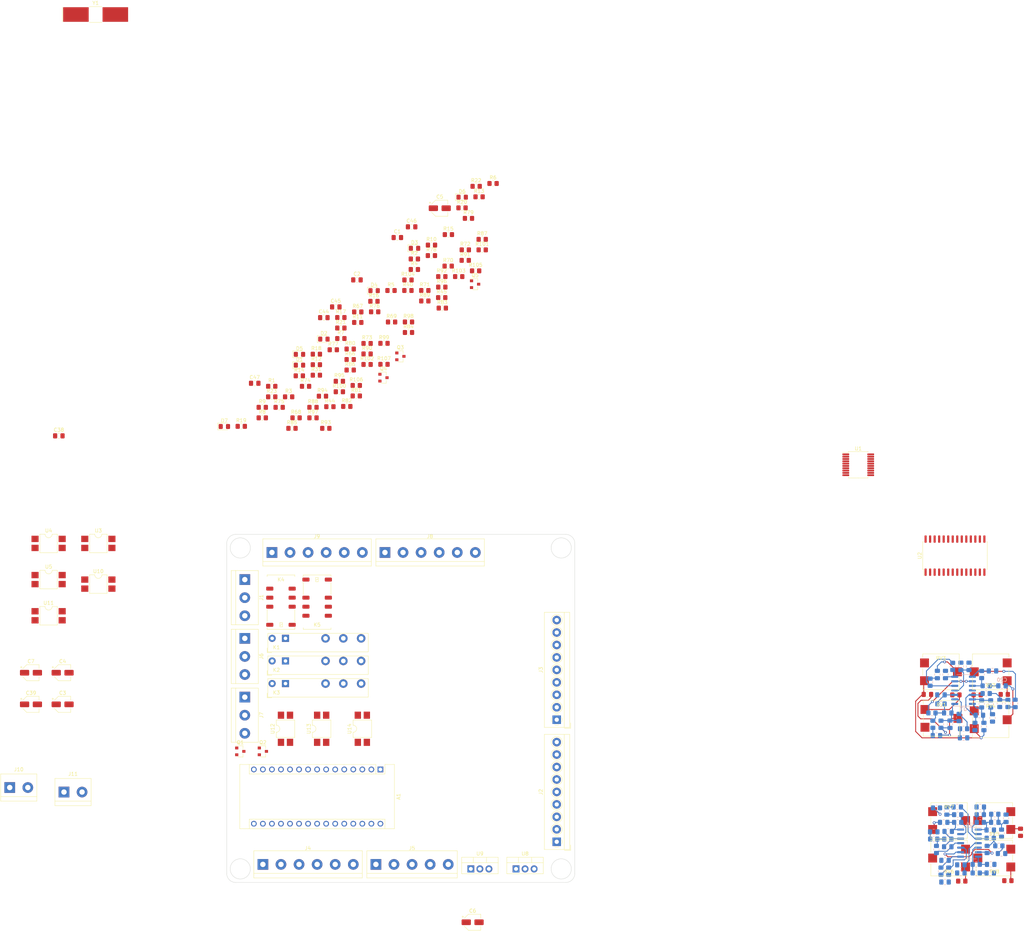
<source format=kicad_pcb>
(kicad_pcb (version 20171130) (host pcbnew 5.1.9-73d0e3b20d~88~ubuntu20.04.1)
  (layers (0 F.Cu signal) (31 B.Cu signal) (34 B.Paste user) (35 F.Paste user) (36 B.SilkS user) (37 F.SilkS user) (38 B.Mask user) (39 F.Mask user) (44 Edge.Cuts user))
  (net 0 "")
  (net 1 "Net-(A1-Pad16)")
  (net 2 "Net-(A1-Pad15)")
  (net 3 /VIN)
  (net 4 "Net-(A1-Pad14)")
  (net 5 GND)
  (net 6 "Net-(A1-Pad13)")
  (net 7 "Net-(A1-Pad28)")
  (net 8 /LINK_SQUELCH)
  (net 9 "Net-(A1-Pad27)")
  (net 10 /PTT_CTRL)
  (net 11 /LINK_PTT_CTRL)
  (net 12 "Net-(A1-Pad10)")
  (net 13 /TX_PWR_CTRL)
  (net 14 "Net-(A1-Pad9)")
  (net 15 /SCL)
  (net 16 "Net-(A1-Pad8)")
  (net 17 /SDA)
  (net 18 "Net-(A1-Pad7)")
  (net 19 "Net-(A1-Pad22)")
  (net 20 /SQUELCH)
  (net 21 /Analog2)
  (net 22 /INTA)
  (net 23 /Analog1)
  (net 24 /Analog0)
  (net 25 "Net-(A1-Pad3)")
  (net 26 "Net-(A1-Pad18)")
  (net 27 UART_RX)
  (net 28 "Net-(A1-Pad17)")
  (net 29 UART_TX)
  (net 30 DTMF_In)
  (net 31 "Net-(C1-Pad1)")
  (net 32 "Net-(C2-Pad2)")
  (net 33 /5V)
  (net 34 Aku_12V)
  (net 35 /VCC_2)
  (net 36 "Net-(C8-Pad2)")
  (net 37 "Net-(C8-Pad1)")
  (net 38 "Net-(C9-Pad2)")
  (net 39 "Net-(C10-Pad2)")
  (net 40 "Net-(C10-Pad1)")
  (net 41 "Net-(C11-Pad2)")
  (net 42 "Net-(C12-Pad1)")
  (net 43 "Net-(C13-Pad2)")
  (net 44 "Net-(C14-Pad2)")
  (net 45 "Net-(C14-Pad1)")
  (net 46 "Net-(C15-Pad2)")
  (net 47 "Net-(C15-Pad1)")
  (net 48 "Net-(C16-Pad2)")
  (net 49 "Net-(C17-Pad2)")
  (net 50 "Net-(C18-Pad2)")
  (net 51 "Net-(C20-Pad2)")
  (net 52 "Net-(C20-Pad1)")
  (net 53 /TX_AUDIO)
  (net 54 "Net-(C21-Pad1)")
  (net 55 "Net-(C22-Pad1)")
  (net 56 "Net-(C23-Pad2)")
  (net 57 "Net-(C23-Pad1)")
  (net 58 "Net-(C24-Pad2)")
  (net 59 "Net-(C24-Pad1)")
  (net 60 "Net-(C25-Pad2)")
  (net 61 "Net-(C26-Pad2)")
  (net 62 "Net-(C27-Pad2)")
  (net 63 "Net-(C28-Pad2)")
  (net 64 "Net-(C28-Pad1)")
  (net 65 "Net-(C29-Pad2)")
  (net 66 "Net-(C30-Pad2)")
  (net 67 "Net-(C32-Pad1)")
  (net 68 "Net-(C34-Pad2)")
  (net 69 "Net-(C34-Pad1)")
  (net 70 "Net-(C35-Pad2)")
  (net 71 "Net-(C35-Pad1)")
  (net 72 "Net-(C36-Pad2)")
  (net 73 "Net-(C36-Pad1)")
  (net 74 /LINK_AUDIO_IN)
  (net 75 "Net-(C37-Pad1)")
  (net 76 "Net-(C38-Pad2)")
  (net 77 /MCU_MOD)
  (net 78 "Net-(D1-Pad2)")
  (net 79 "Net-(D2-Pad2)")
  (net 80 "Net-(D3-Pad2)")
  (net 81 "Net-(D4-Pad2)")
  (net 82 "Net-(D5-Pad2)")
  (net 83 "Net-(D6-Pad2)")
  (net 84 "Net-(D6-Pad1)")
  (net 85 RO_NO)
  (net 86 R0_NC)
  (net 87 R0_COM)
  (net 88 Digital_Sensor_CS3)
  (net 89 Digital_Sensor_CS2)
  (net 90 Digital_Sensor_CS1)
  (net 91 SPI_SCK)
  (net 92 SPI_MISO)
  (net 93 SPI_MOSI)
  (net 94 SPI_SS)
  (net 95 Digital_IN2)
  (net 96 Digital_IN1)
  (net 97 Digital_IN0)
  (net 98 Analog_Sensor2)
  (net 99 Analog_Sensor1)
  (net 100 /LINK_PTT_OUT)
  (net 101 /TX_POWER)
  (net 102 /TX_PTT)
  (net 103 /LINK_SQL)
  (net 104 /RX_SQL)
  (net 105 /RX_AUDIO)
  (net 106 /LINK_AUDIO_OUT)
  (net 107 R1_NO)
  (net 108 R1_NC)
  (net 109 R1_COM)
  (net 110 R2_NO)
  (net 111 R2_NC)
  (net 112 R2_COM)
  (net 113 R3_NO2)
  (net 114 R3_NC2)
  (net 115 R3_COM2)
  (net 116 R3_COM1)
  (net 117 R3_NO1)
  (net 118 R3_NC1)
  (net 119 R4_NO2)
  (net 120 R4_NC2)
  (net 121 R4_COM2)
  (net 122 R4_COM1)
  (net 123 R4_NO1)
  (net 124 R4_NC1)
  (net 125 "Net-(J10-Pad2)")
  (net 126 "Net-(Q1-Pad1)")
  (net 127 "Net-(Q2-Pad1)")
  (net 128 "Net-(Q3-Pad1)")
  (net 129 "Net-(Q4-Pad1)")
  (net 130 "Net-(Q5-Pad1)")
  (net 131 "Net-(R1-Pad2)")
  (net 132 "Net-(R2-Pad1)")
  (net 133 "Net-(R3-Pad2)")
  (net 134 /CONTROL_OUTPUT_0)
  (net 135 /CONTROL_OUTPUT_1)
  (net 136 "Net-(R12-Pad1)")
  (net 137 "Net-(R13-Pad1)")
  (net 138 /CONTROL_OUTPUT_2)
  (net 139 /CONTROL_OUTPUT_3)
  (net 140 "Net-(R24-Pad2)")
  (net 141 "Net-(R28-Pad2)")
  (net 142 "Net-(R32-Pad2)")
  (net 143 "Net-(R33-Pad2)")
  (net 144 "Net-(R34-Pad1)")
  (net 145 "Net-(R38-Pad1)")
  (net 146 "Net-(R40-Pad1)")
  (net 147 "Net-(R41-Pad1)")
  (net 148 "Net-(R42-Pad2)")
  (net 149 /CONTROL_OUTPUT_4)
  (net 150 "Net-(R46-Pad2)")
  (net 151 "Net-(R47-Pad2)")
  (net 152 "Net-(R48-Pad1)")
  (net 153 "Net-(R54-Pad1)")
  (net 154 "Net-(R56-Pad2)")
  (net 155 "Net-(R60-Pad1)")
  (net 156 "Net-(R61-Pad1)")
  (net 157 "Net-(R62-Pad2)")
  (net 158 "Net-(R63-Pad2)")
  (net 159 "Net-(R71-Pad1)")
  (net 160 "Net-(R72-Pad1)")
  (net 161 "Net-(R75-Pad1)")
  (net 162 "Net-(R76-Pad1)")
  (net 163 "Net-(R81-Pad1)")
  (net 164 "Net-(R82-Pad1)")
  (net 165 "Net-(R85-Pad1)")
  (net 166 "Net-(R86-Pad1)")
  (net 167 "Net-(R89-Pad2)")
  (net 168 "Net-(R90-Pad1)")
  (net 169 "Net-(R91-Pad2)")
  (net 170 "Net-(R94-Pad2)")
  (net 171 "Net-(R95-Pad1)")
  (net 172 "Net-(R96-Pad2)")
  (net 173 "Net-(R103-Pad2)")
  (net 174 "Net-(R104-Pad1)")
  (net 175 "Net-(R105-Pad2)")
  (net 176 /StD)
  (net 177 /Q4)
  (net 178 /Q3)
  (net 179 /Q2)
  (net 180 /Q1)
  (net 181 "Net-(U1-Pad9)")
  (net 182 "Net-(U1-Pad8)")
  (net 183 "Net-(U1-Pad6)")
  (net 184 "Net-(U1-Pad5)")
  (net 185 "Net-(U1-Pad1)")
  (net 186 "Net-(U2-Pad19)")
  (net 187 "Net-(U2-Pad14)")
  (net 188 "Net-(U2-Pad11)")
  (net 189 /CONTROL_INPUT_2)
  (net 190 /CONTROL_INPUT_1)
  (net 191 /CONTROL_INPUT_0)
  (module Package_SO:SOIC-14_3.9x8.7mm_P1.27mm (layer B.Cu) (at 231.521 118.491 180)
    (fp_text reference U6 (at 0 5.28) (layer B.SilkS) (effects (justify mirror)))
    (fp_text value TL084)
    (pad 14 smd roundrect (at 2.475 3.81 180) (size 1.95 0.6) (layers B.Cu B.Paste B.Mask) (net 62 "Net-(C27-Pad2)"))
    (pad 13 smd roundrect (at 2.475 2.54 180) (size 1.95 0.6) (layers B.Cu B.Paste B.Mask) (net 153 "Net-(R54-Pad1)"))
    (pad 12 smd roundrect (at 2.475 1.27 180) (size 1.95 0.6) (layers B.Cu B.Paste B.Mask) (net 60 "Net-(C25-Pad2)"))
    (pad 11 smd roundrect (at 2.475 0 180) (size 1.95 0.6) (layers B.Cu B.Paste B.Mask) (net 5 GND))
    (pad 10 smd roundrect (at 2.475 -1.27 180) (size 1.95 0.6) (layers B.Cu B.Paste B.Mask) (net 158 "Net-(R63-Pad2)"))
    (pad 9 smd roundrect (at 2.475 -2.54 180) (size 1.95 0.6) (layers B.Cu B.Paste B.Mask) (net 35 /VCC_2))
    (pad 8 smd roundrect (at 2.475 -3.81 180) (size 1.95 0.6) (layers B.Cu B.Paste B.Mask) (net 73 "Net-(C36-Pad1)"))
    (pad 7 smd roundrect (at -2.475 -3.81 180) (size 1.95 0.6) (layers B.Cu B.Paste B.Mask) (net 75 "Net-(C37-Pad1)"))
    (pad 6 smd roundrect (at -2.475 -2.54 180) (size 1.95 0.6) (layers B.Cu B.Paste B.Mask) (net 35 /VCC_2))
    (pad 5 smd roundrect (at -2.475 -1.27 180) (size 1.95 0.6) (layers B.Cu B.Paste B.Mask) (net 157 "Net-(R62-Pad2)"))
    (pad 4 smd roundrect (at -2.475 0 180) (size 1.95 0.6) (layers B.Cu B.Paste B.Mask) (net 34 Aku_12V))
    (pad 3 smd roundrect (at -2.475 1.27 180) (size 1.95 0.6) (layers B.Cu B.Paste B.Mask) (net 61 "Net-(C26-Pad2)"))
    (pad 2 smd roundrect (at -2.475 2.54 180) (size 1.95 0.6) (layers B.Cu B.Paste B.Mask) (net 154 "Net-(R56-Pad2)"))
    (pad 1 smd roundrect (at -2.475 3.81 180) (size 1.95 0.6) (layers B.Cu B.Paste B.Mask) (net 63 "Net-(C28-Pad2)"))
  )
  (module Crystal:Crystal_SMD_SeikoEpson_MC405-2Pin_9.6x4.1mm_HandSoldering (layer F.Cu) (at -13.97 -114.3)
    (fp_text reference Y1 (at 0 -3.23) (layer F.SilkS))
    (fp_text value 3.5795M)
    (pad 2 smd rect (at 5.5375 0) (size 7.175 4.1) (layers F.Cu F.Paste F.Mask) (net 182 "Net-(U1-Pad8)"))
    (pad 1 smd rect (at -5.5375 0) (size 7.175 4.1) (layers F.Cu F.Paste F.Mask) (net 181 "Net-(U1-Pad9)"))
  )
  (module Package_DIP:SMDIP-4_W7.62mm (layer F.Cu) (at 60.96 86.36 90)
    (fp_text reference U14 (at 0 -3.6 90) (layer F.SilkS))
    (fp_text value OptoCoupler)
    (pad 4 smd rect (at 3.81 -1.27 90) (size 2 1.78) (layers F.Cu F.Paste F.Mask) (net 174 "Net-(R104-Pad1)"))
    (pad 2 smd rect (at -3.81 1.27 90) (size 2 1.78) (layers F.Cu F.Paste F.Mask) (net 173 "Net-(R103-Pad2)"))
    (pad 3 smd rect (at 3.81 1.27 90) (size 2 1.78) (layers F.Cu F.Paste F.Mask) (net 175 "Net-(R105-Pad2)"))
    (pad 1 smd rect (at -3.81 -1.27 90) (size 2 1.78) (layers F.Cu F.Paste F.Mask) (net 13 /TX_PWR_CTRL))
  )
  (module Package_DIP:SMDIP-4_W7.62mm (layer F.Cu) (at 49.53 86.36 90)
    (fp_text reference U13 (at 0 -3.6 90) (layer F.SilkS))
    (fp_text value OptoCoupler)
    (pad 4 smd rect (at 3.81 -1.27 90) (size 2 1.78) (layers F.Cu F.Paste F.Mask) (net 171 "Net-(R95-Pad1)"))
    (pad 2 smd rect (at -3.81 1.27 90) (size 2 1.78) (layers F.Cu F.Paste F.Mask) (net 170 "Net-(R94-Pad2)"))
    (pad 3 smd rect (at 3.81 1.27 90) (size 2 1.78) (layers F.Cu F.Paste F.Mask) (net 172 "Net-(R96-Pad2)"))
    (pad 1 smd rect (at -3.81 -1.27 90) (size 2 1.78) (layers F.Cu F.Paste F.Mask) (net 11 /LINK_PTT_CTRL))
  )
  (module Package_DIP:SMDIP-4_W7.62mm (layer F.Cu) (at 39.37 86.36 90)
    (fp_text reference U12 (at 0 -3.6 90) (layer F.SilkS))
    (fp_text value OptoCoupler)
    (pad 4 smd rect (at 3.81 -1.27 90) (size 2 1.78) (layers F.Cu F.Paste F.Mask) (net 168 "Net-(R90-Pad1)"))
    (pad 2 smd rect (at -3.81 1.27 90) (size 2 1.78) (layers F.Cu F.Paste F.Mask) (net 167 "Net-(R89-Pad2)"))
    (pad 3 smd rect (at 3.81 1.27 90) (size 2 1.78) (layers F.Cu F.Paste F.Mask) (net 169 "Net-(R91-Pad2)"))
    (pad 1 smd rect (at -3.81 -1.27 90) (size 2 1.78) (layers F.Cu F.Paste F.Mask) (net 10 /PTT_CTRL))
  )
  (module Package_DIP:SMDIP-4_W7.62mm (layer F.Cu) (at -27.178 54.61)
    (fp_text reference U11 (at 0 -3.6) (layer F.SilkS))
    (fp_text value OptoCoupler)
    (pad 4 smd rect (at 3.81 -1.27) (size 2 1.78) (layers F.Cu F.Paste F.Mask) (net 190 /CONTROL_INPUT_1))
    (pad 2 smd rect (at -3.81 1.27) (size 2 1.78) (layers F.Cu F.Paste F.Mask) (net 166 "Net-(R86-Pad1)"))
    (pad 3 smd rect (at 3.81 1.27) (size 2 1.78) (layers F.Cu F.Paste F.Mask) (net 5 GND))
    (pad 1 smd rect (at -3.81 -1.27) (size 2 1.78) (layers F.Cu F.Paste F.Mask) (net 165 "Net-(R85-Pad1)"))
  )
  (module Package_DIP:SMDIP-4_W7.62mm (layer F.Cu) (at -13.208 45.72)
    (fp_text reference U10 (at 0 -3.6) (layer F.SilkS))
    (fp_text value OptoCoupler)
    (pad 4 smd rect (at 3.81 -1.27) (size 2 1.78) (layers F.Cu F.Paste F.Mask) (net 189 /CONTROL_INPUT_2))
    (pad 2 smd rect (at -3.81 1.27) (size 2 1.78) (layers F.Cu F.Paste F.Mask) (net 164 "Net-(R82-Pad1)"))
    (pad 3 smd rect (at 3.81 1.27) (size 2 1.78) (layers F.Cu F.Paste F.Mask) (net 5 GND))
    (pad 1 smd rect (at -3.81 -1.27) (size 2 1.78) (layers F.Cu F.Paste F.Mask) (net 163 "Net-(R81-Pad1)"))
  )
  (module Package_TO_SOT_THT:TO-220-3_Vertical (layer F.Cu) (at 91.44 125.73)
    (fp_text reference U9 (at 2.54 -4.27) (layer F.SilkS))
    (fp_text value L7805)
    (pad 3 thru_hole oval (at 5.08 0) (size 1.905 2) (drill 1.1) (layers *.Cu *.Mask) (net 33 /5V))
    (pad 2 thru_hole oval (at 2.54 0) (size 1.905 2) (drill 1.1) (layers *.Cu *.Mask) (net 5 GND))
    (pad 1 thru_hole rect (at 0 0) (size 1.905 2) (drill 1.1) (layers *.Cu *.Mask) (net 3 /VIN))
  )
  (module Package_TO_SOT_THT:TO-220-3_Vertical (layer F.Cu) (at 104.14 125.73)
    (fp_text reference U8 (at 2.54 -4.27) (layer F.SilkS))
    (fp_text value LM7808_TO220)
    (pad 3 thru_hole oval (at 5.08 0) (size 1.905 2) (drill 1.1) (layers *.Cu *.Mask) (net 3 /VIN))
    (pad 2 thru_hole oval (at 2.54 0) (size 1.905 2) (drill 1.1) (layers *.Cu *.Mask) (net 5 GND))
    (pad 1 thru_hole rect (at 0 0) (size 1.905 2) (drill 1.1) (layers *.Cu *.Mask) (net 34 Aku_12V))
  )
  (module Package_SO:SOIC-14_3.9x8.7mm_P1.27mm (layer B.Cu) (at 229.87 75.565)
    (fp_text reference U7 (at 0 5.28) (layer B.SilkS) (effects (justify mirror)))
    (fp_text value TL084)
    (pad 14 smd roundrect (at 2.475 3.81) (size 1.95 0.6) (layers B.Cu B.Paste B.Mask) (net 49 "Net-(C17-Pad2)"))
    (pad 13 smd roundrect (at 2.475 2.54) (size 1.95 0.6) (layers B.Cu B.Paste B.Mask) (net 145 "Net-(R38-Pad1)"))
    (pad 12 smd roundrect (at 2.475 1.27) (size 1.95 0.6) (layers B.Cu B.Paste B.Mask) (net 48 "Net-(C16-Pad2)"))
    (pad 11 smd roundrect (at 2.475 0) (size 1.95 0.6) (layers B.Cu B.Paste B.Mask) (net 5 GND))
    (pad 10 smd roundrect (at 2.475 -1.27) (size 1.95 0.6) (layers B.Cu B.Paste B.Mask) (net 148 "Net-(R42-Pad2)"))
    (pad 9 smd roundrect (at 2.475 -2.54) (size 1.95 0.6) (layers B.Cu B.Paste B.Mask) (net 35 /VCC_2))
    (pad 8 smd roundrect (at 2.475 -3.81) (size 1.95 0.6) (layers B.Cu B.Paste B.Mask) (net 54 "Net-(C21-Pad1)"))
    (pad 7 smd roundrect (at -2.475 -3.81) (size 1.95 0.6) (layers B.Cu B.Paste B.Mask) (net 55 "Net-(C22-Pad1)"))
    (pad 6 smd roundrect (at -2.475 -2.54) (size 1.95 0.6) (layers B.Cu B.Paste B.Mask) (net 35 /VCC_2))
    (pad 5 smd roundrect (at -2.475 -1.27) (size 1.95 0.6) (layers B.Cu B.Paste B.Mask) (net 143 "Net-(R33-Pad2)"))
    (pad 4 smd roundrect (at -2.475 0) (size 1.95 0.6) (layers B.Cu B.Paste B.Mask) (net 34 Aku_12V))
    (pad 3 smd roundrect (at -2.475 1.27) (size 1.95 0.6) (layers B.Cu B.Paste B.Mask) (net 38 "Net-(C9-Pad2)"))
    (pad 2 smd roundrect (at -2.475 2.54) (size 1.95 0.6) (layers B.Cu B.Paste B.Mask) (net 141 "Net-(R28-Pad2)"))
    (pad 1 smd roundrect (at -2.475 3.81) (size 1.95 0.6) (layers B.Cu B.Paste B.Mask) (net 39 "Net-(C10-Pad2)"))
  )
  (module Package_DIP:SMDIP-4_W7.62mm (layer F.Cu) (at -27.178 44.45)
    (fp_text reference U5 (at 0 -3.6) (layer F.SilkS))
    (fp_text value OptoCoupler)
    (pad 4 smd rect (at 3.81 -1.27) (size 2 1.78) (layers F.Cu F.Paste F.Mask) (net 8 /LINK_SQUELCH))
    (pad 2 smd rect (at -3.81 1.27) (size 2 1.78) (layers F.Cu F.Paste F.Mask) (net 160 "Net-(R72-Pad1)"))
    (pad 3 smd rect (at 3.81 1.27) (size 2 1.78) (layers F.Cu F.Paste F.Mask) (net 5 GND))
    (pad 1 smd rect (at -3.81 -1.27) (size 2 1.78) (layers F.Cu F.Paste F.Mask) (net 159 "Net-(R71-Pad1)"))
  )
  (module Package_DIP:SMDIP-4_W7.62mm (layer F.Cu) (at -27.178 34.29)
    (fp_text reference U4 (at 0 -3.6) (layer F.SilkS))
    (fp_text value OptoCoupler)
    (pad 4 smd rect (at 3.81 -1.27) (size 2 1.78) (layers F.Cu F.Paste F.Mask) (net 191 /CONTROL_INPUT_0))
    (pad 2 smd rect (at -3.81 1.27) (size 2 1.78) (layers F.Cu F.Paste F.Mask) (net 162 "Net-(R76-Pad1)"))
    (pad 3 smd rect (at 3.81 1.27) (size 2 1.78) (layers F.Cu F.Paste F.Mask) (net 5 GND))
    (pad 1 smd rect (at -3.81 -1.27) (size 2 1.78) (layers F.Cu F.Paste F.Mask) (net 161 "Net-(R75-Pad1)"))
  )
  (module Package_DIP:SMDIP-4_W7.62mm (layer F.Cu) (at -13.208 34.29)
    (fp_text reference U3 (at 0 -3.6) (layer F.SilkS))
    (fp_text value OptoCoupler)
    (pad 4 smd rect (at 3.81 -1.27) (size 2 1.78) (layers F.Cu F.Paste F.Mask) (net 20 /SQUELCH))
    (pad 2 smd rect (at -3.81 1.27) (size 2 1.78) (layers F.Cu F.Paste F.Mask) (net 137 "Net-(R13-Pad1)"))
    (pad 3 smd rect (at 3.81 1.27) (size 2 1.78) (layers F.Cu F.Paste F.Mask) (net 5 GND))
    (pad 1 smd rect (at -3.81 -1.27) (size 2 1.78) (layers F.Cu F.Paste F.Mask) (net 136 "Net-(R12-Pad1)"))
  )
  (module Package_SO:SOIC-28W_7.5x17.9mm_P1.27mm (layer F.Cu) (at 227.457 37.719 90)
    (fp_text reference U2 (at 0 -9.9 90) (layer F.SilkS))
    (fp_text value MCP23017_SP)
    (pad 28 smd roundrect (at 4.65 -8.255 90) (size 2.05 0.6) (layers F.Cu F.Paste F.Mask) (net 90 Digital_Sensor_CS1))
    (pad 27 smd roundrect (at 4.65 -6.985 90) (size 2.05 0.6) (layers F.Cu F.Paste F.Mask) (net 89 Digital_Sensor_CS2))
    (pad 26 smd roundrect (at 4.65 -5.715 90) (size 2.05 0.6) (layers F.Cu F.Paste F.Mask) (net 88 Digital_Sensor_CS3))
    (pad 25 smd roundrect (at 4.65 -4.445 90) (size 2.05 0.6) (layers F.Cu F.Paste F.Mask) (net 149 /CONTROL_OUTPUT_4))
    (pad 24 smd roundrect (at 4.65 -3.175 90) (size 2.05 0.6) (layers F.Cu F.Paste F.Mask) (net 139 /CONTROL_OUTPUT_3))
    (pad 23 smd roundrect (at 4.65 -1.905 90) (size 2.05 0.6) (layers F.Cu F.Paste F.Mask) (net 138 /CONTROL_OUTPUT_2))
    (pad 22 smd roundrect (at 4.65 -0.635 90) (size 2.05 0.6) (layers F.Cu F.Paste F.Mask) (net 135 /CONTROL_OUTPUT_1))
    (pad 21 smd roundrect (at 4.65 0.635 90) (size 2.05 0.6) (layers F.Cu F.Paste F.Mask) (net 134 /CONTROL_OUTPUT_0))
    (pad 20 smd roundrect (at 4.65 1.905 90) (size 2.05 0.6) (layers F.Cu F.Paste F.Mask) (net 22 /INTA))
    (pad 19 smd roundrect (at 4.65 3.175 90) (size 2.05 0.6) (layers F.Cu F.Paste F.Mask) (net 186 "Net-(U2-Pad19)"))
    (pad 18 smd roundrect (at 4.65 4.445 90) (size 2.05 0.6) (layers F.Cu F.Paste F.Mask) (net 33 /5V))
    (pad 17 smd roundrect (at 4.65 5.715 90) (size 2.05 0.6) (layers F.Cu F.Paste F.Mask) (net 5 GND))
    (pad 16 smd roundrect (at 4.65 6.985 90) (size 2.05 0.6) (layers F.Cu F.Paste F.Mask) (net 5 GND))
    (pad 15 smd roundrect (at 4.65 8.255 90) (size 2.05 0.6) (layers F.Cu F.Paste F.Mask) (net 5 GND))
    (pad 14 smd roundrect (at -4.65 8.255 90) (size 2.05 0.6) (layers F.Cu F.Paste F.Mask) (net 187 "Net-(U2-Pad14)"))
    (pad 13 smd roundrect (at -4.65 6.985 90) (size 2.05 0.6) (layers F.Cu F.Paste F.Mask) (net 17 /SDA))
    (pad 12 smd roundrect (at -4.65 5.715 90) (size 2.05 0.6) (layers F.Cu F.Paste F.Mask) (net 15 /SCL))
    (pad 11 smd roundrect (at -4.65 4.445 90) (size 2.05 0.6) (layers F.Cu F.Paste F.Mask) (net 188 "Net-(U2-Pad11)"))
    (pad 10 smd roundrect (at -4.65 3.175 90) (size 2.05 0.6) (layers F.Cu F.Paste F.Mask) (net 5 GND))
    (pad 9 smd roundrect (at -4.65 1.905 90) (size 2.05 0.6) (layers F.Cu F.Paste F.Mask) (net 33 /5V))
    (pad 8 smd roundrect (at -4.65 0.635 90) (size 2.05 0.6) (layers F.Cu F.Paste F.Mask) (net 189 /CONTROL_INPUT_2))
    (pad 7 smd roundrect (at -4.65 -0.635 90) (size 2.05 0.6) (layers F.Cu F.Paste F.Mask) (net 190 /CONTROL_INPUT_1))
    (pad 6 smd roundrect (at -4.65 -1.905 90) (size 2.05 0.6) (layers F.Cu F.Paste F.Mask) (net 191 /CONTROL_INPUT_0))
    (pad 5 smd roundrect (at -4.65 -3.175 90) (size 2.05 0.6) (layers F.Cu F.Paste F.Mask) (net 176 /StD))
    (pad 4 smd roundrect (at -4.65 -4.445 90) (size 2.05 0.6) (layers F.Cu F.Paste F.Mask) (net 177 /Q4))
    (pad 3 smd roundrect (at -4.65 -5.715 90) (size 2.05 0.6) (layers F.Cu F.Paste F.Mask) (net 178 /Q3))
    (pad 2 smd roundrect (at -4.65 -6.985 90) (size 2.05 0.6) (layers F.Cu F.Paste F.Mask) (net 179 /Q2))
    (pad 1 smd roundrect (at -4.65 -8.255 90) (size 2.05 0.6) (layers F.Cu F.Paste F.Mask) (net 180 /Q1))
  )
  (module Package_SO:SSOP-20_5.3x7.2mm_P0.65mm (layer F.Cu) (at 200.279 12.192)
    (fp_text reference U1 (at 0 -4.55) (layer F.SilkS))
    (fp_text value KT8870)
    (pad 20 smd roundrect (at 3.5 -2.925) (size 1.9 0.5) (layers F.Cu F.Paste F.Mask) (net 33 /5V))
    (pad 19 smd roundrect (at 3.5 -2.275) (size 1.9 0.5) (layers F.Cu F.Paste F.Mask) (net 32 "Net-(C2-Pad2)"))
    (pad 18 smd roundrect (at 3.5 -1.625) (size 1.9 0.5) (layers F.Cu F.Paste F.Mask) (net 133 "Net-(R3-Pad2)"))
    (pad 17 smd roundrect (at 3.5 -0.975) (size 1.9 0.5) (layers F.Cu F.Paste F.Mask) (net 176 /StD))
    (pad 16 smd roundrect (at 3.5 -0.325) (size 1.9 0.5) (layers F.Cu F.Paste F.Mask))
    (pad 15 smd roundrect (at 3.5 0.325) (size 1.9 0.5) (layers F.Cu F.Paste F.Mask) (net 177 /Q4))
    (pad 14 smd roundrect (at 3.5 0.975) (size 1.9 0.5) (layers F.Cu F.Paste F.Mask) (net 178 /Q3))
    (pad 13 smd roundrect (at 3.5 1.625) (size 1.9 0.5) (layers F.Cu F.Paste F.Mask) (net 179 /Q2))
    (pad 12 smd roundrect (at 3.5 2.275) (size 1.9 0.5) (layers F.Cu F.Paste F.Mask) (net 180 /Q1))
    (pad 11 smd roundrect (at 3.5 2.925) (size 1.9 0.5) (layers F.Cu F.Paste F.Mask) (net 33 /5V))
    (pad 10 smd roundrect (at -3.5 2.925) (size 1.9 0.5) (layers F.Cu F.Paste F.Mask) (net 5 GND))
    (pad 9 smd roundrect (at -3.5 2.275) (size 1.9 0.5) (layers F.Cu F.Paste F.Mask) (net 181 "Net-(U1-Pad9)"))
    (pad 8 smd roundrect (at -3.5 1.625) (size 1.9 0.5) (layers F.Cu F.Paste F.Mask) (net 182 "Net-(U1-Pad8)"))
    (pad 7 smd roundrect (at -3.5 0.975) (size 1.9 0.5) (layers F.Cu F.Paste F.Mask))
    (pad 6 smd roundrect (at -3.5 0.325) (size 1.9 0.5) (layers F.Cu F.Paste F.Mask) (net 183 "Net-(U1-Pad6)"))
    (pad 5 smd roundrect (at -3.5 -0.325) (size 1.9 0.5) (layers F.Cu F.Paste F.Mask) (net 184 "Net-(U1-Pad5)"))
    (pad 4 smd roundrect (at -3.5 -0.975) (size 1.9 0.5) (layers F.Cu F.Paste F.Mask) (net 185 "Net-(U1-Pad1)"))
    (pad 3 smd roundrect (at -3.5 -1.625) (size 1.9 0.5) (layers F.Cu F.Paste F.Mask) (net 132 "Net-(R2-Pad1)"))
    (pad 2 smd roundrect (at -3.5 -2.275) (size 1.9 0.5) (layers F.Cu F.Paste F.Mask) (net 131 "Net-(R1-Pad2)"))
    (pad 1 smd roundrect (at -3.5 -2.925) (size 1.9 0.5) (layers F.Cu F.Paste F.Mask) (net 185 "Net-(U1-Pad1)"))
  )
  (module Potentiometer_SMD:Potentiometer_ACP_CA9-VSMD_Vertical (layer F.Cu) (at 238.506 122.682 180)
    (fp_text reference RV8 (at 0 -3.81) (layer F.SilkS))
    (fp_text value 10K)
    (pad 1 smd rect (at -4.625 2.5 180) (size 2.5 2.5) (layers F.Cu F.Paste F.Mask) (net 43 "Net-(C13-Pad2)"))
    (pad 2 smd rect (at 4.625 0 180) (size 2.5 2.5) (layers F.Cu F.Paste F.Mask) (net 71 "Net-(C35-Pad1)"))
    (pad 3 smd rect (at -4.625 -2.5 180) (size 2.5 2.5) (layers F.Cu F.Paste F.Mask) (net 156 "Net-(R61-Pad1)"))
  )
  (module Potentiometer_SMD:Potentiometer_ACP_CA9-VSMD_Vertical (layer F.Cu) (at 225.806 112.141)
    (fp_text reference RV7 (at 0 -3.81) (layer F.SilkS))
    (fp_text value 10K)
    (pad 1 smd rect (at -4.625 2.5) (size 2.5 2.5) (layers F.Cu F.Paste F.Mask) (net 43 "Net-(C13-Pad2)"))
    (pad 2 smd rect (at 4.625 0) (size 2.5 2.5) (layers F.Cu F.Paste F.Mask) (net 69 "Net-(C34-Pad1)"))
    (pad 3 smd rect (at -4.625 -2.5) (size 2.5 2.5) (layers F.Cu F.Paste F.Mask) (net 155 "Net-(R60-Pad1)"))
  )
  (module Potentiometer_SMD:Potentiometer_ACP_CA9-VSMD_Vertical (layer F.Cu) (at 225.806 122.682 180)
    (fp_text reference RV6 (at 0 -3.81) (layer F.SilkS))
    (fp_text value 10K)
    (pad 1 smd rect (at -4.625 2.5 180) (size 2.5 2.5) (layers F.Cu F.Paste F.Mask) (net 125 "Net-(J10-Pad2)"))
    (pad 2 smd rect (at 4.625 0 180) (size 2.5 2.5) (layers F.Cu F.Paste F.Mask) (net 56 "Net-(C23-Pad2)"))
    (pad 3 smd rect (at -4.625 -2.5 180) (size 2.5 2.5) (layers F.Cu F.Paste F.Mask) (net 151 "Net-(R47-Pad2)"))
  )
  (module Potentiometer_SMD:Potentiometer_ACP_CA9-VSMD_Vertical (layer F.Cu) (at 238.506 112.141 180)
    (fp_text reference RV5 (at 0 -3.81) (layer F.SilkS))
    (fp_text value 10K)
    (pad 1 smd rect (at -4.625 2.5 180) (size 2.5 2.5) (layers F.Cu F.Paste F.Mask) (net 106 /LINK_AUDIO_OUT))
    (pad 2 smd rect (at 4.625 0 180) (size 2.5 2.5) (layers F.Cu F.Paste F.Mask) (net 58 "Net-(C24-Pad2)"))
    (pad 3 smd rect (at -4.625 -2.5 180) (size 2.5 2.5) (layers F.Cu F.Paste F.Mask) (net 150 "Net-(R46-Pad2)"))
  )
  (module Potentiometer_SMD:Potentiometer_ACP_CA9-VSMD_Vertical (layer F.Cu) (at 237.49 83.82)
    (fp_text reference RV4 (at 0 -3.81) (layer F.SilkS))
    (fp_text value 10K)
    (pad 1 smd rect (at -4.625 2.5) (size 2.5 2.5) (layers F.Cu F.Paste F.Mask) (net 43 "Net-(C13-Pad2)"))
    (pad 2 smd rect (at 4.625 0) (size 2.5 2.5) (layers F.Cu F.Paste F.Mask) (net 52 "Net-(C20-Pad1)"))
    (pad 3 smd rect (at -4.625 -2.5) (size 2.5 2.5) (layers F.Cu F.Paste F.Mask) (net 147 "Net-(R41-Pad1)"))
  )
  (module Potentiometer_SMD:Potentiometer_ACP_CA9-VSMD_Vertical (layer F.Cu) (at 223.52 70.358)
    (fp_text reference RV3 (at 0 -3.81) (layer F.SilkS))
    (fp_text value 10K)
    (pad 1 smd rect (at -4.625 2.5) (size 2.5 2.5) (layers F.Cu F.Paste F.Mask) (net 43 "Net-(C13-Pad2)"))
    (pad 2 smd rect (at 4.625 0) (size 2.5 2.5) (layers F.Cu F.Paste F.Mask) (net 45 "Net-(C14-Pad1)"))
    (pad 3 smd rect (at -4.625 -2.5) (size 2.5 2.5) (layers F.Cu F.Paste F.Mask) (net 146 "Net-(R40-Pad1)"))
  )
  (module Potentiometer_SMD:Potentiometer_ACP_CA9-VSMD_Vertical (layer F.Cu) (at 237.49 70.358 180)
    (fp_text reference RV2 (at 0 -3.81) (layer F.SilkS))
    (fp_text value 10K)
    (pad 1 smd rect (at -4.625 2.5 180) (size 2.5 2.5) (layers F.Cu F.Paste F.Mask) (net 77 /MCU_MOD))
    (pad 2 smd rect (at 4.625 0 180) (size 2.5 2.5) (layers F.Cu F.Paste F.Mask) (net 46 "Net-(C15-Pad2)"))
    (pad 3 smd rect (at -4.625 -2.5 180) (size 2.5 2.5) (layers F.Cu F.Paste F.Mask) (net 142 "Net-(R32-Pad2)"))
  )
  (module Potentiometer_SMD:Potentiometer_ACP_CA9-VSMD_Vertical (layer F.Cu) (at 223.647 83.439)
    (fp_text reference RV1 (at 0 -3.81) (layer F.SilkS))
    (fp_text value 10K)
    (pad 1 smd rect (at -4.625 2.5) (size 2.5 2.5) (layers F.Cu F.Paste F.Mask) (net 105 /RX_AUDIO))
    (pad 2 smd rect (at 4.625 0) (size 2.5 2.5) (layers F.Cu F.Paste F.Mask) (net 36 "Net-(C8-Pad2)"))
    (pad 3 smd rect (at -4.625 -2.5) (size 2.5 2.5) (layers F.Cu F.Paste F.Mask) (net 140 "Net-(R24-Pad2)"))
  )
  (module Resistor_SMD:R_0805_2012Metric_Pad1.20x1.40mm_HandSolder (layer F.Cu) (at 67.045001 -16.024999)
    (fp_text reference R107 (at 0 -1.65) (layer F.SilkS))
    (fp_text value 0)
    (pad 2 smd roundrect (at 1 0) (size 1.2 1.4) (layers F.Cu F.Paste F.Mask) (roundrect_rratio 0.208333) (net 101 /TX_POWER))
    (pad 1 smd roundrect (at -1 0) (size 1.2 1.4) (layers F.Cu F.Paste F.Mask) (roundrect_rratio 0.208333) (net 175 "Net-(R105-Pad2)"))
  )
  (module Resistor_SMD:R_0805_2012Metric_Pad1.20x1.40mm_HandSolder (layer F.Cu) (at 59.255001 -10.094999)
    (fp_text reference R106 (at 0 -1.65) (layer F.SilkS))
    (fp_text value 0)
    (pad 2 smd roundrect (at 1 0) (size 1.2 1.4) (layers F.Cu F.Paste F.Mask) (roundrect_rratio 0.208333) (net 101 /TX_POWER))
    (pad 1 smd roundrect (at -1 0) (size 1.2 1.4) (layers F.Cu F.Paste F.Mask) (roundrect_rratio 0.208333) (net 174 "Net-(R104-Pad1)"))
  )
  (module Resistor_SMD:R_0805_2012Metric_Pad1.20x1.40mm_HandSolder (layer F.Cu) (at 92.785001 -42.284999)
    (fp_text reference R105 (at 0 -1.65) (layer F.SilkS))
    (fp_text value 0)
    (pad 2 smd roundrect (at 1 0) (size 1.2 1.4) (layers F.Cu F.Paste F.Mask) (roundrect_rratio 0.208333) (net 175 "Net-(R105-Pad2)"))
    (pad 1 smd roundrect (at -1 0) (size 1.2 1.4) (layers F.Cu F.Paste F.Mask) (roundrect_rratio 0.208333) (net 5 GND))
  )
  (module Resistor_SMD:R_0805_2012Metric_Pad1.20x1.40mm_HandSolder (layer F.Cu) (at 73.785001 -39.724999)
    (fp_text reference R104 (at 0 -1.65) (layer F.SilkS))
    (fp_text value 270)
    (pad 2 smd roundrect (at 1 0) (size 1.2 1.4) (layers F.Cu F.Paste F.Mask) (roundrect_rratio 0.208333) (net 33 /5V))
    (pad 1 smd roundrect (at -1 0) (size 1.2 1.4) (layers F.Cu F.Paste F.Mask) (roundrect_rratio 0.208333) (net 174 "Net-(R104-Pad1)"))
  )
  (module Resistor_SMD:R_0805_2012Metric_Pad1.20x1.40mm_HandSolder (layer F.Cu) (at 88.035001 -40.674999)
    (fp_text reference R103 (at 0 -1.65) (layer F.SilkS))
    (fp_text value 270)
    (pad 2 smd roundrect (at 1 0) (size 1.2 1.4) (layers F.Cu F.Paste F.Mask) (roundrect_rratio 0.208333) (net 173 "Net-(R103-Pad2)"))
    (pad 1 smd roundrect (at -1 0) (size 1.2 1.4) (layers F.Cu F.Paste F.Mask) (roundrect_rratio 0.208333) (net 5 GND))
  )
  (module Resistor_SMD:R_0805_2012Metric_Pad1.20x1.40mm_HandSolder (layer F.Cu) (at 62.295001 -15.994999)
    (fp_text reference R102 (at 0 -1.65) (layer F.SilkS))
    (fp_text value 27)
    (pad 2 smd roundrect (at 1 0) (size 1.2 1.4) (layers F.Cu F.Paste F.Mask) (roundrect_rratio 0.208333) (net 1 "Net-(A1-Pad16)"))
    (pad 1 smd roundrect (at -1 0) (size 1.2 1.4) (layers F.Cu F.Paste F.Mask) (roundrect_rratio 0.208333) (net 91 SPI_SCK))
  )
  (module Resistor_SMD:R_0805_2012Metric_Pad1.20x1.40mm_HandSolder (layer F.Cu) (at 94.635001 -48.184999)
    (fp_text reference R101 (at 0 -1.65) (layer F.SilkS))
    (fp_text value 27)
    (pad 2 smd roundrect (at 1 0) (size 1.2 1.4) (layers F.Cu F.Paste F.Mask) (roundrect_rratio 0.208333) (net 2 "Net-(A1-Pad15)"))
    (pad 1 smd roundrect (at -1 0) (size 1.2 1.4) (layers F.Cu F.Paste F.Mask) (roundrect_rratio 0.208333) (net 92 SPI_MISO))
  )
  (module Resistor_SMD:R_0805_2012Metric_Pad1.20x1.40mm_HandSolder (layer F.Cu) (at 54.505001 -8.314999)
    (fp_text reference R100 (at 0 -1.65) (layer F.SilkS))
    (fp_text value 27)
    (pad 2 smd roundrect (at 1 0) (size 1.2 1.4) (layers F.Cu F.Paste F.Mask) (roundrect_rratio 0.208333) (net 4 "Net-(A1-Pad14)"))
    (pad 1 smd roundrect (at -1 0) (size 1.2 1.4) (layers F.Cu F.Paste F.Mask) (roundrect_rratio 0.208333) (net 93 SPI_MOSI))
  )
  (module Resistor_SMD:R_0805_2012Metric_Pad1.20x1.40mm_HandSolder (layer F.Cu) (at 67.045001 -21.924999)
    (fp_text reference R99 (at 0 -1.65) (layer F.SilkS))
    (fp_text value 27)
    (pad 2 smd roundrect (at 1 0) (size 1.2 1.4) (layers F.Cu F.Paste F.Mask) (roundrect_rratio 0.208333) (net 6 "Net-(A1-Pad13)"))
    (pad 1 smd roundrect (at -1 0) (size 1.2 1.4) (layers F.Cu F.Paste F.Mask) (roundrect_rratio 0.208333) (net 94 SPI_SS))
  )
  (module Resistor_SMD:R_0805_2012Metric_Pad1.20x1.40mm_HandSolder (layer F.Cu) (at 73.925001 -27.924999)
    (fp_text reference R98 (at 0 -1.65) (layer F.SilkS))
    (fp_text value 0)
    (pad 2 smd roundrect (at 1 0) (size 1.2 1.4) (layers F.Cu F.Paste F.Mask) (roundrect_rratio 0.208333) (net 100 /LINK_PTT_OUT))
    (pad 1 smd roundrect (at -1 0) (size 1.2 1.4) (layers F.Cu F.Paste F.Mask) (roundrect_rratio 0.208333) (net 172 "Net-(R96-Pad2)"))
  )
  (module Resistor_SMD:R_0805_2012Metric_Pad1.20x1.40mm_HandSolder (layer F.Cu) (at 47.095001 -0.994999)
    (fp_text reference R97 (at 0 -1.65) (layer F.SilkS))
    (fp_text value 0)
    (pad 2 smd roundrect (at 1 0) (size 1.2 1.4) (layers F.Cu F.Paste F.Mask) (roundrect_rratio 0.208333) (net 100 /LINK_PTT_OUT))
    (pad 1 smd roundrect (at -1 0) (size 1.2 1.4) (layers F.Cu F.Paste F.Mask) (roundrect_rratio 0.208333) (net 171 "Net-(R95-Pad1)"))
  )
  (module Resistor_SMD:R_0805_2012Metric_Pad1.20x1.40mm_HandSolder (layer F.Cu) (at 83.285001 -37.724999)
    (fp_text reference R96 (at 0 -1.65) (layer F.SilkS))
    (fp_text value 0)
    (pad 2 smd roundrect (at 1 0) (size 1.2 1.4) (layers F.Cu F.Paste F.Mask) (roundrect_rratio 0.208333) (net 172 "Net-(R96-Pad2)"))
    (pad 1 smd roundrect (at -1 0) (size 1.2 1.4) (layers F.Cu F.Paste F.Mask) (roundrect_rratio 0.208333) (net 5 GND))
  )
  (module Resistor_SMD:R_0805_2012Metric_Pad1.20x1.40mm_HandSolder (layer F.Cu) (at 54.505001 -11.264999)
    (fp_text reference R95 (at 0 -1.65) (layer F.SilkS))
    (fp_text value 270)
    (pad 2 smd roundrect (at 1 0) (size 1.2 1.4) (layers F.Cu F.Paste F.Mask) (roundrect_rratio 0.208333) (net 33 /5V))
    (pad 1 smd roundrect (at -1 0) (size 1.2 1.4) (layers F.Cu F.Paste F.Mask) (roundrect_rratio 0.208333) (net 171 "Net-(R95-Pad1)"))
  )
  (module Resistor_SMD:R_0805_2012Metric_Pad1.20x1.40mm_HandSolder (layer F.Cu) (at 49.755001 -7.074999)
    (fp_text reference R94 (at 0 -1.65) (layer F.SilkS))
    (fp_text value 270)
    (pad 2 smd roundrect (at 1 0) (size 1.2 1.4) (layers F.Cu F.Paste F.Mask) (roundrect_rratio 0.208333) (net 170 "Net-(R94-Pad2)"))
    (pad 1 smd roundrect (at -1 0) (size 1.2 1.4) (layers F.Cu F.Paste F.Mask) (roundrect_rratio 0.208333) (net 5 GND))
  )
  (module Resistor_SMD:R_0805_2012Metric_Pad1.20x1.40mm_HandSolder (layer F.Cu) (at 50.695001 1.955001)
    (fp_text reference R93 (at 0 -1.65) (layer F.SilkS))
    (fp_text value 0)
    (pad 2 smd roundrect (at 1 0) (size 1.2 1.4) (layers F.Cu F.Paste F.Mask) (roundrect_rratio 0.208333) (net 102 /TX_PTT))
    (pad 1 smd roundrect (at -1 0) (size 1.2 1.4) (layers F.Cu F.Paste F.Mask) (roundrect_rratio 0.208333) (net 169 "Net-(R91-Pad2)"))
  )
  (module Resistor_SMD:R_0805_2012Metric_Pad1.20x1.40mm_HandSolder (layer F.Cu) (at 83.285001 -40.674999)
    (fp_text reference R92 (at 0 -1.65) (layer F.SilkS))
    (fp_text value 0)
    (pad 2 smd roundrect (at 1 0) (size 1.2 1.4) (layers F.Cu F.Paste F.Mask) (roundrect_rratio 0.208333) (net 102 /TX_PTT))
    (pad 1 smd roundrect (at -1 0) (size 1.2 1.4) (layers F.Cu F.Paste F.Mask) (roundrect_rratio 0.208333) (net 168 "Net-(R90-Pad1)"))
  )
  (module Resistor_SMD:R_0805_2012Metric_Pad1.20x1.40mm_HandSolder (layer F.Cu) (at 89.865001 -45.234999)
    (fp_text reference R91 (at 0 -1.65) (layer F.SilkS))
    (fp_text value 0)
    (pad 2 smd roundrect (at 1 0) (size 1.2 1.4) (layers F.Cu F.Paste F.Mask) (roundrect_rratio 0.208333) (net 169 "Net-(R91-Pad2)"))
    (pad 1 smd roundrect (at -1 0) (size 1.2 1.4) (layers F.Cu F.Paste F.Mask) (roundrect_rratio 0.208333) (net 5 GND))
  )
  (module Resistor_SMD:R_0805_2012Metric_Pad1.20x1.40mm_HandSolder (layer F.Cu) (at 62.295001 -18.944999)
    (fp_text reference R90 (at 0 -1.65) (layer F.SilkS))
    (fp_text value 270)
    (pad 2 smd roundrect (at 1 0) (size 1.2 1.4) (layers F.Cu F.Paste F.Mask) (roundrect_rratio 0.208333) (net 33 /5V))
    (pad 1 smd roundrect (at -1 0) (size 1.2 1.4) (layers F.Cu F.Paste F.Mask) (roundrect_rratio 0.208333) (net 168 "Net-(R90-Pad1)"))
  )
  (module Resistor_SMD:R_0805_2012Metric_Pad1.20x1.40mm_HandSolder (layer F.Cu) (at 78.515001 -33.824999)
    (fp_text reference R89 (at 0 -1.65) (layer F.SilkS))
    (fp_text value 270)
    (pad 2 smd roundrect (at 1 0) (size 1.2 1.4) (layers F.Cu F.Paste F.Mask) (roundrect_rratio 0.208333) (net 167 "Net-(R89-Pad2)"))
    (pad 1 smd roundrect (at -1 0) (size 1.2 1.4) (layers F.Cu F.Paste F.Mask) (roundrect_rratio 0.208333) (net 5 GND))
  )
  (module Resistor_SMD:R_0805_2012Metric_Pad1.20x1.40mm_HandSolder (layer F.Cu) (at 47.095001 -3.944999)
    (fp_text reference R88 (at 0 -1.65) (layer F.SilkS))
    (fp_text value DNP)
    (pad 2 smd roundrect (at 1 0) (size 1.2 1.4) (layers F.Cu F.Paste F.Mask) (roundrect_rratio 0.208333) (net 166 "Net-(R86-Pad1)"))
    (pad 1 smd roundrect (at -1 0) (size 1.2 1.4) (layers F.Cu F.Paste F.Mask) (roundrect_rratio 0.208333) (net 5 GND))
  )
  (module Resistor_SMD:R_0805_2012Metric_Pad1.20x1.40mm_HandSolder (layer F.Cu) (at 94.635001 -51.134999)
    (fp_text reference R87 (at 0 -1.65) (layer F.SilkS))
    (fp_text value DNP)
    (pad 2 smd roundrect (at 1 0) (size 1.2 1.4) (layers F.Cu F.Paste F.Mask) (roundrect_rratio 0.208333) (net 33 /5V))
    (pad 1 smd roundrect (at -1 0) (size 1.2 1.4) (layers F.Cu F.Paste F.Mask) (roundrect_rratio 0.208333) (net 165 "Net-(R85-Pad1)"))
  )
  (module Resistor_SMD:R_0805_2012Metric_Pad1.20x1.40mm_HandSolder (layer F.Cu) (at 57.545001 -14.424999)
    (fp_text reference R86 (at 0 -1.65) (layer F.SilkS))
    (fp_text value DNP)
    (pad 2 smd roundrect (at 1 0) (size 1.2 1.4) (layers F.Cu F.Paste F.Mask) (roundrect_rratio 0.208333) (net 96 Digital_IN1))
    (pad 1 smd roundrect (at -1 0) (size 1.2 1.4) (layers F.Cu F.Paste F.Mask) (roundrect_rratio 0.208333) (net 166 "Net-(R86-Pad1)"))
  )
  (module Resistor_SMD:R_0805_2012Metric_Pad1.20x1.40mm_HandSolder (layer F.Cu) (at 41.195001 1.955001)
    (fp_text reference R85 (at 0 -1.65) (layer F.SilkS))
    (fp_text value 270)
    (pad 2 smd roundrect (at 1 0) (size 1.2 1.4) (layers F.Cu F.Paste F.Mask) (roundrect_rratio 0.208333) (net 96 Digital_IN1))
    (pad 1 smd roundrect (at -1 0) (size 1.2 1.4) (layers F.Cu F.Paste F.Mask) (roundrect_rratio 0.208333) (net 165 "Net-(R85-Pad1)"))
  )
  (module Resistor_SMD:R_0805_2012Metric_Pad1.20x1.40mm_HandSolder (layer F.Cu) (at 73.925001 -24.974999)
    (fp_text reference R84 (at 0 -1.65) (layer F.SilkS))
    (fp_text value DNP)
    (pad 2 smd roundrect (at 1 0) (size 1.2 1.4) (layers F.Cu F.Paste F.Mask) (roundrect_rratio 0.208333) (net 164 "Net-(R82-Pad1)"))
    (pad 1 smd roundrect (at -1 0) (size 1.2 1.4) (layers F.Cu F.Paste F.Mask) (roundrect_rratio 0.208333) (net 5 GND))
  )
  (module Resistor_SMD:R_0805_2012Metric_Pad1.20x1.40mm_HandSolder (layer F.Cu) (at 83.425001 -31.824999)
    (fp_text reference R83 (at 0 -1.65) (layer F.SilkS))
    (fp_text value DNP)
    (pad 2 smd roundrect (at 1 0) (size 1.2 1.4) (layers F.Cu F.Paste F.Mask) (roundrect_rratio 0.208333) (net 33 /5V))
    (pad 1 smd roundrect (at -1 0) (size 1.2 1.4) (layers F.Cu F.Paste F.Mask) (roundrect_rratio 0.208333) (net 163 "Net-(R81-Pad1)"))
  )
  (module Resistor_SMD:R_0805_2012Metric_Pad1.20x1.40mm_HandSolder (layer F.Cu) (at 56.595001 -4.194999)
    (fp_text reference R82 (at 0 -1.65) (layer F.SilkS))
    (fp_text value DNP)
    (pad 2 smd roundrect (at 1 0) (size 1.2 1.4) (layers F.Cu F.Paste F.Mask) (roundrect_rratio 0.208333) (net 95 Digital_IN2))
    (pad 1 smd roundrect (at -1 0) (size 1.2 1.4) (layers F.Cu F.Paste F.Mask) (roundrect_rratio 0.208333) (net 164 "Net-(R82-Pad1)"))
  )
  (module Resistor_SMD:R_0805_2012Metric_Pad1.20x1.40mm_HandSolder (layer F.Cu) (at 59.255001 -7.144999)
    (fp_text reference R81 (at 0 -1.65) (layer F.SilkS))
    (fp_text value 270)
    (pad 2 smd roundrect (at 1 0) (size 1.2 1.4) (layers F.Cu F.Paste F.Mask) (roundrect_rratio 0.208333) (net 95 Digital_IN2))
    (pad 1 smd roundrect (at -1 0) (size 1.2 1.4) (layers F.Cu F.Paste F.Mask) (roundrect_rratio 0.208333) (net 163 "Net-(R81-Pad1)"))
  )
  (module Resistor_SMD:R_0805_2012Metric_Pad1.20x1.40mm_HandSolder (layer F.Cu) (at 57.545001 -20.324999)
    (fp_text reference R80 (at 0 -1.65) (layer F.SilkS))
    (fp_text value DNP)
    (pad 2 smd roundrect (at 1 0) (size 1.2 1.4) (layers F.Cu F.Paste F.Mask) (roundrect_rratio 0.208333) (net 162 "Net-(R76-Pad1)"))
    (pad 1 smd roundrect (at -1 0) (size 1.2 1.4) (layers F.Cu F.Paste F.Mask) (roundrect_rratio 0.208333) (net 5 GND))
  )
  (module Resistor_SMD:R_0805_2012Metric_Pad1.20x1.40mm_HandSolder (layer F.Cu) (at 90.775001 -57.034999)
    (fp_text reference R79 (at 0 -1.65) (layer F.SilkS))
    (fp_text value DNP)
    (pad 2 smd roundrect (at 1 0) (size 1.2 1.4) (layers F.Cu F.Paste F.Mask) (roundrect_rratio 0.208333) (net 33 /5V))
    (pad 1 smd roundrect (at -1 0) (size 1.2 1.4) (layers F.Cu F.Paste F.Mask) (roundrect_rratio 0.208333) (net 161 "Net-(R75-Pad1)"))
  )
  (module Resistor_SMD:R_0805_2012Metric_Pad1.20x1.40mm_HandSolder (layer F.Cu) (at 80.365001 -46.574999)
    (fp_text reference R78 (at 0 -1.65) (layer F.SilkS))
    (fp_text value DNP)
    (pad 2 smd roundrect (at 1 0) (size 1.2 1.4) (layers F.Cu F.Paste F.Mask) (roundrect_rratio 0.208333) (net 137 "Net-(R13-Pad1)"))
    (pad 1 smd roundrect (at -1 0) (size 1.2 1.4) (layers F.Cu F.Paste F.Mask) (roundrect_rratio 0.208333) (net 5 GND))
  )
  (module Resistor_SMD:R_0805_2012Metric_Pad1.20x1.40mm_HandSolder (layer F.Cu) (at 52.795001 -20.114999)
    (fp_text reference R77 (at 0 -1.65) (layer F.SilkS))
    (fp_text value DNP)
    (pad 2 smd roundrect (at 1 0) (size 1.2 1.4) (layers F.Cu F.Paste F.Mask) (roundrect_rratio 0.208333) (net 33 /5V))
    (pad 1 smd roundrect (at -1 0) (size 1.2 1.4) (layers F.Cu F.Paste F.Mask) (roundrect_rratio 0.208333) (net 136 "Net-(R12-Pad1)"))
  )
  (module Resistor_SMD:R_0805_2012Metric_Pad1.20x1.40mm_HandSolder (layer F.Cu) (at 64.425001 -30.774999)
    (fp_text reference R76 (at 0 -1.65) (layer F.SilkS))
    (fp_text value DNP)
    (pad 2 smd roundrect (at 1 0) (size 1.2 1.4) (layers F.Cu F.Paste F.Mask) (roundrect_rratio 0.208333) (net 97 Digital_IN0))
    (pad 1 smd roundrect (at -1 0) (size 1.2 1.4) (layers F.Cu F.Paste F.Mask) (roundrect_rratio 0.208333) (net 162 "Net-(R76-Pad1)"))
  )
  (module Resistor_SMD:R_0805_2012Metric_Pad1.20x1.40mm_HandSolder (layer F.Cu) (at 37.595001 -3.944999)
    (fp_text reference R75 (at 0 -1.65) (layer F.SilkS))
    (fp_text value 270)
    (pad 2 smd roundrect (at 1 0) (size 1.2 1.4) (layers F.Cu F.Paste F.Mask) (roundrect_rratio 0.208333) (net 97 Digital_IN0))
    (pad 1 smd roundrect (at -1 0) (size 1.2 1.4) (layers F.Cu F.Paste F.Mask) (roundrect_rratio 0.208333) (net 161 "Net-(R75-Pad1)"))
  )
  (module Resistor_SMD:R_0805_2012Metric_Pad1.20x1.40mm_HandSolder (layer F.Cu) (at 45.005001 -9.844999)
    (fp_text reference R74 (at 0 -1.65) (layer F.SilkS))
    (fp_text value DNP)
    (pad 2 smd roundrect (at 1 0) (size 1.2 1.4) (layers F.Cu F.Paste F.Mask) (roundrect_rratio 0.208333) (net 160 "Net-(R72-Pad1)"))
    (pad 1 smd roundrect (at -1 0) (size 1.2 1.4) (layers F.Cu F.Paste F.Mask) (roundrect_rratio 0.208333) (net 5 GND))
  )
  (module Resistor_SMD:R_0805_2012Metric_Pad1.20x1.40mm_HandSolder (layer F.Cu) (at 62.295001 -21.894999)
    (fp_text reference R73 (at 0 -1.65) (layer F.SilkS))
    (fp_text value DNP)
    (pad 2 smd roundrect (at 1 0) (size 1.2 1.4) (layers F.Cu F.Paste F.Mask) (roundrect_rratio 0.208333) (net 33 /5V))
    (pad 1 smd roundrect (at -1 0) (size 1.2 1.4) (layers F.Cu F.Paste F.Mask) (roundrect_rratio 0.208333) (net 159 "Net-(R71-Pad1)"))
  )
  (module Resistor_SMD:R_0805_2012Metric_Pad1.20x1.40mm_HandSolder (layer F.Cu) (at 89.885001 -48.184999)
    (fp_text reference R72 (at 0 -1.65) (layer F.SilkS))
    (fp_text value DNP)
    (pad 2 smd roundrect (at 1 0) (size 1.2 1.4) (layers F.Cu F.Paste F.Mask) (roundrect_rratio 0.208333) (net 103 /LINK_SQL))
    (pad 1 smd roundrect (at -1 0) (size 1.2 1.4) (layers F.Cu F.Paste F.Mask) (roundrect_rratio 0.208333) (net 160 "Net-(R72-Pad1)"))
  )
  (module Resistor_SMD:R_0805_2012Metric_Pad1.20x1.40mm_HandSolder (layer F.Cu) (at 78.515001 -36.774999)
    (fp_text reference R71 (at 0 -1.65) (layer F.SilkS))
    (fp_text value 270)
    (pad 2 smd roundrect (at 1 0) (size 1.2 1.4) (layers F.Cu F.Paste F.Mask) (roundrect_rratio 0.208333) (net 103 /LINK_SQL))
    (pad 1 smd roundrect (at -1 0) (size 1.2 1.4) (layers F.Cu F.Paste F.Mask) (roundrect_rratio 0.208333) (net 159 "Net-(R71-Pad1)"))
  )
  (module Resistor_SMD:R_0805_2012Metric_Pad1.20x1.40mm_HandSolder (layer F.Cu) (at 85.075001 -43.624999)
    (fp_text reference R70 (at 0 -1.65) (layer F.SilkS))
    (fp_text value 1K)
    (pad 2 smd roundrect (at 1 0) (size 1.2 1.4) (layers F.Cu F.Paste F.Mask) (roundrect_rratio 0.208333) (net 12 "Net-(A1-Pad10)"))
    (pad 1 smd roundrect (at -1 0) (size 1.2 1.4) (layers F.Cu F.Paste F.Mask) (roundrect_rratio 0.208333) (net 76 "Net-(C38-Pad2)"))
  )
  (module Resistor_SMD:R_0805_2012Metric_Pad1.20x1.40mm_HandSolder (layer F.Cu) (at 69.175001 -27.914999)
    (fp_text reference R69 (at 0 -1.65) (layer F.SilkS))
    (fp_text value 2K2)
    (pad 2 smd roundrect (at 1 0) (size 1.2 1.4) (layers F.Cu F.Paste F.Mask) (roundrect_rratio 0.208333) (net 14 "Net-(A1-Pad9)"))
    (pad 1 smd roundrect (at -1 0) (size 1.2 1.4) (layers F.Cu F.Paste F.Mask) (roundrect_rratio 0.208333) (net 76 "Net-(C38-Pad2)"))
  )
  (module Resistor_SMD:R_0805_2012Metric_Pad1.20x1.40mm_HandSolder (layer F.Cu) (at 42.345001 -0.994999)
    (fp_text reference R68 (at 0 -1.65) (layer F.SilkS))
    (fp_text value 3K3)
    (pad 2 smd roundrect (at 1 0) (size 1.2 1.4) (layers F.Cu F.Paste F.Mask) (roundrect_rratio 0.208333) (net 16 "Net-(A1-Pad8)"))
    (pad 1 smd roundrect (at -1 0) (size 1.2 1.4) (layers F.Cu F.Paste F.Mask) (roundrect_rratio 0.208333) (net 76 "Net-(C38-Pad2)"))
  )
  (module Resistor_SMD:R_0805_2012Metric_Pad1.20x1.40mm_HandSolder (layer F.Cu) (at 59.675001 -30.744999)
    (fp_text reference R67 (at 0 -1.65) (layer F.SilkS))
    (fp_text value 8K8)
    (pad 2 smd roundrect (at 1 0) (size 1.2 1.4) (layers F.Cu F.Paste F.Mask) (roundrect_rratio 0.208333) (net 18 "Net-(A1-Pad7)"))
    (pad 1 smd roundrect (at -1 0) (size 1.2 1.4) (layers F.Cu F.Paste F.Mask) (roundrect_rratio 0.208333) (net 76 "Net-(C38-Pad2)"))
  )
  (module Resistor_SMD:R_0805_2012Metric_Pad1.20x1.40mm_HandSolder (layer F.Cu) (at 57.545001 -17.374999)
    (fp_text reference R66 (at 0 -1.65) (layer F.SilkS))
    (fp_text value 270)
    (pad 2 smd roundrect (at 1 0) (size 1.2 1.4) (layers F.Cu F.Paste F.Mask) (roundrect_rratio 0.208333) (net 76 "Net-(C38-Pad2)"))
    (pad 1 smd roundrect (at -1 0) (size 1.2 1.4) (layers F.Cu F.Paste F.Mask) (roundrect_rratio 0.208333) (net 5 GND))
  )
  (module Resistor_SMD:R_0805_2012Metric_Pad1.20x1.40mm_HandSolder (layer B.Cu) (at 223.52 126.365 90)
    (fp_text reference R65 hide)
    (fp_text value 1M2 hide)
    (pad 2 smd roundrect (at 1 0 90) (size 1.2 1.4) (layers B.Cu B.Paste B.Mask) (roundrect_rratio 0.208333) (net 73 "Net-(C36-Pad1)"))
    (pad 1 smd roundrect (at -1 0 90) (size 1.2 1.4) (layers B.Cu B.Paste B.Mask) (roundrect_rratio 0.208333) (net 158 "Net-(R63-Pad2)"))
  )
  (module Resistor_SMD:R_0805_2012Metric_Pad1.20x1.40mm_HandSolder (layer B.Cu) (at 233.426 124.46)
    (fp_text reference R64 hide)
    (fp_text value 1M2 hide)
    (pad 2 smd roundrect (at 1 0) (size 1.2 1.4) (layers B.Cu B.Paste B.Mask) (roundrect_rratio 0.208333) (net 75 "Net-(C37-Pad1)"))
    (pad 1 smd roundrect (at -1 0) (size 1.2 1.4) (layers B.Cu B.Paste B.Mask) (roundrect_rratio 0.208333) (net 157 "Net-(R62-Pad2)"))
  )
  (module Resistor_SMD:R_0805_2012Metric_Pad1.20x1.40mm_HandSolder (layer B.Cu) (at 225.679 126.365 90)
    (fp_text reference R63 hide)
    (fp_text value 100K hide)
    (pad 2 smd roundrect (at 1 0 90) (size 1.2 1.4) (layers B.Cu B.Paste B.Mask) (roundrect_rratio 0.208333) (net 158 "Net-(R63-Pad2)"))
    (pad 1 smd roundrect (at -1 0 90) (size 1.2 1.4) (layers B.Cu B.Paste B.Mask) (roundrect_rratio 0.208333) (net 70 "Net-(C35-Pad2)"))
  )
  (module Resistor_SMD:R_0805_2012Metric_Pad1.20x1.40mm_HandSolder (layer B.Cu) (at 233.426 126.873 180)
    (fp_text reference R62 hide)
    (fp_text value 100K hide)
    (pad 2 smd roundrect (at 1 0 180) (size 1.2 1.4) (layers B.Cu B.Paste B.Mask) (roundrect_rratio 0.208333) (net 157 "Net-(R62-Pad2)"))
    (pad 1 smd roundrect (at -1 0 180) (size 1.2 1.4) (layers B.Cu B.Paste B.Mask) (roundrect_rratio 0.208333) (net 68 "Net-(C34-Pad2)"))
  )
  (module Resistor_SMD:R_0805_2012Metric_Pad1.20x1.40mm_HandSolder (layer F.Cu) (at 242.316 129.032 180)
    (fp_text reference R61 hide)
    (fp_text value 4K7 hide)
    (pad 2 smd roundrect (at 1 0 180) (size 1.2 1.4) (layers F.Cu F.Paste F.Mask) (roundrect_rratio 0.208333) (net 5 GND))
    (pad 1 smd roundrect (at -1 0 180) (size 1.2 1.4) (layers F.Cu F.Paste F.Mask) (roundrect_rratio 0.208333) (net 156 "Net-(R61-Pad1)"))
  )
  (module Resistor_SMD:R_0805_2012Metric_Pad1.20x1.40mm_HandSolder (layer B.Cu) (at 222.25 108.585)
    (fp_text reference R60 hide)
    (fp_text value 4K7 hide)
    (pad 2 smd roundrect (at 1 0) (size 1.2 1.4) (layers B.Cu B.Paste B.Mask) (roundrect_rratio 0.208333) (net 5 GND))
    (pad 1 smd roundrect (at -1 0) (size 1.2 1.4) (layers B.Cu B.Paste B.Mask) (roundrect_rratio 0.208333) (net 155 "Net-(R60-Pad1)"))
  )
  (module Resistor_SMD:R_0805_2012Metric_Pad1.20x1.40mm_HandSolder (layer B.Cu) (at 240.538 115.697 270)
    (fp_text reference R59 hide)
    (fp_text value 12K hide)
    (pad 2 smd roundrect (at 1 0 270) (size 1.2 1.4) (layers B.Cu B.Paste B.Mask) (roundrect_rratio 0.208333) (net 5 GND))
    (pad 1 smd roundrect (at -1 0 270) (size 1.2 1.4) (layers B.Cu B.Paste B.Mask) (roundrect_rratio 0.208333) (net 67 "Net-(C32-Pad1)"))
  )
  (module Resistor_SMD:R_0805_2012Metric_Pad1.20x1.40mm_HandSolder (layer B.Cu) (at 238.633 110.363)
    (fp_text reference R58 hide)
    (fp_text value 11K hide)
    (pad 2 smd roundrect (at 1 0) (size 1.2 1.4) (layers B.Cu B.Paste B.Mask) (roundrect_rratio 0.208333) (net 67 "Net-(C32-Pad1)"))
    (pad 1 smd roundrect (at -1 0) (size 1.2 1.4) (layers B.Cu B.Paste B.Mask) (roundrect_rratio 0.208333) (net 63 "Net-(C28-Pad2)"))
  )
  (module Resistor_SMD:R_0805_2012Metric_Pad1.20x1.40mm_HandSolder (layer B.Cu) (at 234.569 110.49)
    (fp_text reference R57 hide)
    (fp_text value 18K hide)
    (pad 2 smd roundrect (at 1 0) (size 1.2 1.4) (layers B.Cu B.Paste B.Mask) (roundrect_rratio 0.208333) (net 66 "Net-(C30-Pad2)"))
    (pad 1 smd roundrect (at -1 0) (size 1.2 1.4) (layers B.Cu B.Paste B.Mask) (roundrect_rratio 0.208333) (net 154 "Net-(R56-Pad2)"))
  )
  (module Resistor_SMD:R_0805_2012Metric_Pad1.20x1.40mm_HandSolder (layer B.Cu) (at 234.569 112.649 180)
    (fp_text reference R56 hide)
    (fp_text value 10K hide)
    (pad 2 smd roundrect (at 1 0 180) (size 1.2 1.4) (layers B.Cu B.Paste B.Mask) (roundrect_rratio 0.208333) (net 154 "Net-(R56-Pad2)"))
    (pad 1 smd roundrect (at -1 0 180) (size 1.2 1.4) (layers B.Cu B.Paste B.Mask) (roundrect_rratio 0.208333) (net 63 "Net-(C28-Pad2)"))
  )
  (module Resistor_SMD:R_0805_2012Metric_Pad1.20x1.40mm_HandSolder (layer B.Cu) (at 228.219 110.49)
    (fp_text reference R55 hide)
    (fp_text value 18K hide)
    (pad 2 smd roundrect (at 1 0) (size 1.2 1.4) (layers B.Cu B.Paste B.Mask) (roundrect_rratio 0.208333) (net 153 "Net-(R54-Pad1)"))
    (pad 1 smd roundrect (at -1 0) (size 1.2 1.4) (layers B.Cu B.Paste B.Mask) (roundrect_rratio 0.208333) (net 65 "Net-(C29-Pad2)"))
  )
  (module Resistor_SMD:R_0805_2012Metric_Pad1.20x1.40mm_HandSolder (layer B.Cu) (at 228.219 112.649 180)
    (fp_text reference R54 hide)
    (fp_text value 10K hide)
    (pad 2 smd roundrect (at 1 0 180) (size 1.2 1.4) (layers B.Cu B.Paste B.Mask) (roundrect_rratio 0.208333) (net 62 "Net-(C27-Pad2)"))
    (pad 1 smd roundrect (at -1 0 180) (size 1.2 1.4) (layers B.Cu B.Paste B.Mask) (roundrect_rratio 0.208333) (net 153 "Net-(R54-Pad1)"))
  )
  (module Resistor_SMD:R_0805_2012Metric_Pad1.20x1.40mm_HandSolder (layer B.Cu) (at 237.363 117.094)
    (fp_text reference R53 hide)
    (fp_text value 100K hide)
    (pad 2 smd roundrect (at 1 0) (size 1.2 1.4) (layers B.Cu B.Paste B.Mask) (roundrect_rratio 0.208333) (net 64 "Net-(C28-Pad1)"))
    (pad 1 smd roundrect (at -1 0) (size 1.2 1.4) (layers B.Cu B.Paste B.Mask) (roundrect_rratio 0.208333) (net 61 "Net-(C26-Pad2)"))
  )
  (module Resistor_SMD:R_0805_2012Metric_Pad1.20x1.40mm_HandSolder (layer B.Cu) (at 225.441 117.348 180)
    (fp_text reference R52 hide)
    (fp_text value 100K hide)
    (pad 2 smd roundrect (at 1 0 180) (size 1.2 1.4) (layers B.Cu B.Paste B.Mask) (roundrect_rratio 0.208333) (net 152 "Net-(R48-Pad1)"))
    (pad 1 smd roundrect (at -1 0 180) (size 1.2 1.4) (layers B.Cu B.Paste B.Mask) (roundrect_rratio 0.208333) (net 60 "Net-(C25-Pad2)"))
  )
  (module Resistor_SMD:R_0805_2012Metric_Pad1.20x1.40mm_HandSolder (layer B.Cu) (at 236.474 120.269 90)
    (fp_text reference R51 hide)
    (fp_text value 1M hide)
    (pad 2 smd roundrect (at 1 0 90) (size 1.2 1.4) (layers B.Cu B.Paste B.Mask) (roundrect_rratio 0.208333) (net 64 "Net-(C28-Pad1)"))
    (pad 1 smd roundrect (at -1 0 90) (size 1.2 1.4) (layers B.Cu B.Paste B.Mask) (roundrect_rratio 0.208333) (net 35 /VCC_2))
  )
  (module Resistor_SMD:R_0805_2012Metric_Pad1.20x1.40mm_HandSolder (layer B.Cu) (at 222.25 120.269 90)
    (fp_text reference R50 hide)
    (fp_text value 1M hide)
    (pad 2 smd roundrect (at 1 0 90) (size 1.2 1.4) (layers B.Cu B.Paste B.Mask) (roundrect_rratio 0.208333) (net 152 "Net-(R48-Pad1)"))
    (pad 1 smd roundrect (at -1 0 90) (size 1.2 1.4) (layers B.Cu B.Paste B.Mask) (roundrect_rratio 0.208333) (net 5 GND))
  )
  (module Resistor_SMD:R_0805_2012Metric_Pad1.20x1.40mm_HandSolder (layer B.Cu) (at 239.776 119.253)
    (fp_text reference R49 hide)
    (fp_text value 100K hide)
    (pad 2 smd roundrect (at 1 0) (size 1.2 1.4) (layers B.Cu B.Paste B.Mask) (roundrect_rratio 0.208333) (net 59 "Net-(C24-Pad1)"))
    (pad 1 smd roundrect (at -1 0) (size 1.2 1.4) (layers B.Cu B.Paste B.Mask) (roundrect_rratio 0.208333) (net 64 "Net-(C28-Pad1)"))
  )
  (module Resistor_SMD:R_0805_2012Metric_Pad1.20x1.40mm_HandSolder (layer B.Cu) (at 221.488 117.348 180)
    (fp_text reference R48 hide)
    (fp_text value 100K hide)
    (pad 2 smd roundrect (at 1 0 180) (size 1.2 1.4) (layers B.Cu B.Paste B.Mask) (roundrect_rratio 0.208333) (net 57 "Net-(C23-Pad1)"))
    (pad 1 smd roundrect (at -1 0 180) (size 1.2 1.4) (layers B.Cu B.Paste B.Mask) (roundrect_rratio 0.208333) (net 152 "Net-(R48-Pad1)"))
  )
  (module Resistor_SMD:R_0805_2012Metric_Pad1.20x1.40mm_HandSolder (layer F.Cu) (at 229.362 129.159)
    (fp_text reference R47 hide)
    (fp_text value 100K hide)
    (pad 2 smd roundrect (at 1 0) (size 1.2 1.4) (layers F.Cu F.Paste F.Mask) (roundrect_rratio 0.208333) (net 151 "Net-(R47-Pad2)"))
    (pad 1 smd roundrect (at -1 0) (size 1.2 1.4) (layers F.Cu F.Paste F.Mask) (roundrect_rratio 0.208333) (net 5 GND))
  )
  (module Resistor_SMD:R_0805_2012Metric_Pad1.20x1.40mm_HandSolder (layer F.Cu) (at 245.872 115.443 90)
    (fp_text reference R46 hide)
    (fp_text value 100K hide)
    (pad 2 smd roundrect (at 1 0 90) (size 1.2 1.4) (layers F.Cu F.Paste F.Mask) (roundrect_rratio 0.208333) (net 150 "Net-(R46-Pad2)"))
    (pad 1 smd roundrect (at -1 0 90) (size 1.2 1.4) (layers F.Cu F.Paste F.Mask) (roundrect_rratio 0.208333) (net 5 GND))
  )
  (module Resistor_SMD:R_0805_2012Metric_Pad1.20x1.40mm_HandSolder (layer F.Cu) (at 83.265001 -34.774999)
    (fp_text reference R45 (at 0 -1.65) (layer F.SilkS))
    (fp_text value 10K)
    (pad 2 smd roundrect (at 1 0) (size 1.2 1.4) (layers F.Cu F.Paste F.Mask) (roundrect_rratio 0.208333) (net 5 GND))
    (pad 1 smd roundrect (at -1 0) (size 1.2 1.4) (layers F.Cu F.Paste F.Mask) (roundrect_rratio 0.208333) (net 130 "Net-(Q5-Pad1)"))
  )
  (module Resistor_SMD:R_0805_2012Metric_Pad1.20x1.40mm_HandSolder (layer F.Cu) (at 51.845001 -4.124999)
    (fp_text reference R44 (at 0 -1.65) (layer F.SilkS))
    (fp_text value 1K)
    (pad 2 smd roundrect (at 1 0) (size 1.2 1.4) (layers F.Cu F.Paste F.Mask) (roundrect_rratio 0.208333) (net 149 /CONTROL_OUTPUT_4))
    (pad 1 smd roundrect (at -1 0) (size 1.2 1.4) (layers F.Cu F.Paste F.Mask) (roundrect_rratio 0.208333) (net 130 "Net-(Q5-Pad1)"))
  )
  (module Resistor_SMD:R_0805_2012Metric_Pad1.20x1.40mm_HandSolder (layer B.Cu) (at 234.95 71.12 90)
    (fp_text reference R43 hide)
    (fp_text value 1M2 hide)
    (pad 2 smd roundrect (at 1 0 90) (size 1.2 1.4) (layers B.Cu B.Paste B.Mask) (roundrect_rratio 0.208333) (net 54 "Net-(C21-Pad1)"))
    (pad 1 smd roundrect (at -1 0 90) (size 1.2 1.4) (layers B.Cu B.Paste B.Mask) (roundrect_rratio 0.208333) (net 148 "Net-(R42-Pad2)"))
  )
  (module Resistor_SMD:R_0805_2012Metric_Pad1.20x1.40mm_HandSolder (layer B.Cu) (at 236.22 74.295 180)
    (fp_text reference R42 hide)
    (fp_text value 100K hide)
    (pad 2 smd roundrect (at 1 0 180) (size 1.2 1.4) (layers B.Cu B.Paste B.Mask) (roundrect_rratio 0.208333) (net 148 "Net-(R42-Pad2)"))
    (pad 1 smd roundrect (at -1 0 180) (size 1.2 1.4) (layers B.Cu B.Paste B.Mask) (roundrect_rratio 0.208333) (net 51 "Net-(C20-Pad2)"))
  )
  (module Resistor_SMD:R_0805_2012Metric_Pad1.20x1.40mm_HandSolder (layer F.Cu) (at 233.68 76.835)
    (fp_text reference R41 hide)
    (fp_text value 4K7 hide)
    (pad 2 smd roundrect (at 1 0) (size 1.2 1.4) (layers F.Cu F.Paste F.Mask) (roundrect_rratio 0.208333) (net 5 GND))
    (pad 1 smd roundrect (at -1 0) (size 1.2 1.4) (layers F.Cu F.Paste F.Mask) (roundrect_rratio 0.208333) (net 147 "Net-(R41-Pad1)"))
  )
  (module Resistor_SMD:R_0805_2012Metric_Pad1.20x1.40mm_HandSolder (layer F.Cu) (at 73.765001 -36.774999)
    (fp_text reference R40 (at 0 -1.65) (layer F.SilkS))
    (fp_text value 4K7)
    (pad 2 smd roundrect (at 1 0) (size 1.2 1.4) (layers F.Cu F.Paste F.Mask) (roundrect_rratio 0.208333) (net 5 GND))
    (pad 1 smd roundrect (at -1 0) (size 1.2 1.4) (layers F.Cu F.Paste F.Mask) (roundrect_rratio 0.208333) (net 146 "Net-(R40-Pad1)"))
  )
  (module Resistor_SMD:R_0805_2012Metric_Pad1.20x1.40mm_HandSolder (layer B.Cu) (at 237.49 79.375 90)
    (fp_text reference R39 hide)
    (fp_text value 18K hide)
    (pad 2 smd roundrect (at 1 0 90) (size 1.2 1.4) (layers B.Cu B.Paste B.Mask) (roundrect_rratio 0.208333) (net 145 "Net-(R38-Pad1)"))
    (pad 1 smd roundrect (at -1 0 90) (size 1.2 1.4) (layers B.Cu B.Paste B.Mask) (roundrect_rratio 0.208333) (net 50 "Net-(C18-Pad2)"))
  )
  (module Resistor_SMD:R_0805_2012Metric_Pad1.20x1.40mm_HandSolder (layer B.Cu) (at 234.95 79.375 270)
    (fp_text reference R38 hide)
    (fp_text value 10K hide)
    (pad 2 smd roundrect (at 1 0 270) (size 1.2 1.4) (layers B.Cu B.Paste B.Mask) (roundrect_rratio 0.208333) (net 49 "Net-(C17-Pad2)"))
    (pad 1 smd roundrect (at -1 0 270) (size 1.2 1.4) (layers B.Cu B.Paste B.Mask) (roundrect_rratio 0.208333) (net 145 "Net-(R38-Pad1)"))
  )
  (module Resistor_SMD:R_0805_2012Metric_Pad1.20x1.40mm_HandSolder (layer B.Cu) (at 236.22 76.454)
    (fp_text reference R37 hide)
    (fp_text value 100K hide)
    (pad 2 smd roundrect (at 1 0) (size 1.2 1.4) (layers B.Cu B.Paste B.Mask) (roundrect_rratio 0.208333) (net 144 "Net-(R34-Pad1)"))
    (pad 1 smd roundrect (at -1 0) (size 1.2 1.4) (layers B.Cu B.Paste B.Mask) (roundrect_rratio 0.208333) (net 48 "Net-(C16-Pad2)"))
  )
  (module Resistor_SMD:R_0805_2012Metric_Pad1.20x1.40mm_HandSolder (layer B.Cu) (at 240.03 79.248 90)
    (fp_text reference R36 hide)
    (fp_text value 1M hide)
    (pad 2 smd roundrect (at 1 0 90) (size 1.2 1.4) (layers B.Cu B.Paste B.Mask) (roundrect_rratio 0.208333) (net 144 "Net-(R34-Pad1)"))
    (pad 1 smd roundrect (at -1 0 90) (size 1.2 1.4) (layers B.Cu B.Paste B.Mask) (roundrect_rratio 0.208333) (net 5 GND))
  )
  (module Resistor_SMD:R_0805_2012Metric_Pad1.20x1.40mm_HandSolder (layer B.Cu) (at 226.822 68.834 270)
    (fp_text reference R35 hide)
    (fp_text value 1M2 hide)
    (pad 2 smd roundrect (at 1 0 270) (size 1.2 1.4) (layers B.Cu B.Paste B.Mask) (roundrect_rratio 0.208333) (net 55 "Net-(C22-Pad1)"))
    (pad 1 smd roundrect (at -1 0 270) (size 1.2 1.4) (layers B.Cu B.Paste B.Mask) (roundrect_rratio 0.208333) (net 143 "Net-(R33-Pad2)"))
  )
  (module Resistor_SMD:R_0805_2012Metric_Pad1.20x1.40mm_HandSolder (layer B.Cu) (at 242.316 79.248 270)
    (fp_text reference R34 hide)
    (fp_text value 100K hide)
    (pad 2 smd roundrect (at 1 0 270) (size 1.2 1.4) (layers B.Cu B.Paste B.Mask) (roundrect_rratio 0.208333) (net 47 "Net-(C15-Pad1)"))
    (pad 1 smd roundrect (at -1 0 270) (size 1.2 1.4) (layers B.Cu B.Paste B.Mask) (roundrect_rratio 0.208333) (net 144 "Net-(R34-Pad1)"))
  )
  (module Resistor_SMD:R_0805_2012Metric_Pad1.20x1.40mm_HandSolder (layer B.Cu) (at 220.472 73.279 270)
    (fp_text reference R33 hide)
    (fp_text value 100K hide)
    (pad 2 smd roundrect (at 1 0 270) (size 1.2 1.4) (layers B.Cu B.Paste B.Mask) (roundrect_rratio 0.208333) (net 143 "Net-(R33-Pad2)"))
    (pad 1 smd roundrect (at -1 0 270) (size 1.2 1.4) (layers B.Cu B.Paste B.Mask) (roundrect_rratio 0.208333) (net 44 "Net-(C14-Pad2)"))
  )
  (module Resistor_SMD:R_0805_2012Metric_Pad1.20x1.40mm_HandSolder (layer F.Cu) (at 241.3 76.708)
    (fp_text reference R32 hide)
    (fp_text value 100K hide)
    (pad 2 smd roundrect (at 1 0) (size 1.2 1.4) (layers F.Cu F.Paste F.Mask) (roundrect_rratio 0.208333) (net 142 "Net-(R32-Pad2)"))
    (pad 1 smd roundrect (at -1 0) (size 1.2 1.4) (layers F.Cu F.Paste F.Mask) (roundrect_rratio 0.208333) (net 5 GND))
  )
  (module Resistor_SMD:R_0805_2012Metric_Pad1.20x1.40mm_HandSolder (layer F.Cu) (at 48.045001 -12.974999)
    (fp_text reference R31 (at 0 -1.65) (layer F.SilkS))
    (fp_text value 12K)
    (pad 2 smd roundrect (at 1 0) (size 1.2 1.4) (layers F.Cu F.Paste F.Mask) (roundrect_rratio 0.208333) (net 5 GND))
    (pad 1 smd roundrect (at -1 0) (size 1.2 1.4) (layers F.Cu F.Paste F.Mask) (roundrect_rratio 0.208333) (net 42 "Net-(C12-Pad1)"))
  )
  (module Resistor_SMD:R_0805_2012Metric_Pad1.20x1.40mm_HandSolder (layer B.Cu) (at 223.52 85.09 270)
    (fp_text reference R30 hide)
    (fp_text value 11K hide)
    (pad 2 smd roundrect (at 1 0 270) (size 1.2 1.4) (layers B.Cu B.Paste B.Mask) (roundrect_rratio 0.208333) (net 42 "Net-(C12-Pad1)"))
    (pad 1 smd roundrect (at -1 0 270) (size 1.2 1.4) (layers B.Cu B.Paste B.Mask) (roundrect_rratio 0.208333) (net 39 "Net-(C10-Pad2)"))
  )
  (module Resistor_SMD:R_0805_2012Metric_Pad1.20x1.40mm_HandSolder (layer B.Cu) (at 229.87 86.36 180)
    (fp_text reference R29 hide)
    (fp_text value 18K hide)
    (pad 2 smd roundrect (at 1 0 180) (size 1.2 1.4) (layers B.Cu B.Paste B.Mask) (roundrect_rratio 0.208333) (net 41 "Net-(C11-Pad2)"))
    (pad 1 smd roundrect (at -1 0 180) (size 1.2 1.4) (layers B.Cu B.Paste B.Mask) (roundrect_rratio 0.208333) (net 141 "Net-(R28-Pad2)"))
  )
  (module Resistor_SMD:R_0805_2012Metric_Pad1.20x1.40mm_HandSolder (layer B.Cu) (at 228.6 83.185 90)
    (fp_text reference R28 hide)
    (fp_text value 10K hide)
    (pad 2 smd roundrect (at 1 0 90) (size 1.2 1.4) (layers B.Cu B.Paste B.Mask) (roundrect_rratio 0.208333) (net 141 "Net-(R28-Pad2)"))
    (pad 1 smd roundrect (at -1 0 90) (size 1.2 1.4) (layers B.Cu B.Paste B.Mask) (roundrect_rratio 0.208333) (net 39 "Net-(C10-Pad2)"))
  )
  (module Resistor_SMD:R_0805_2012Metric_Pad1.20x1.40mm_HandSolder (layer B.Cu) (at 223.52 79.375)
    (fp_text reference R27 hide)
    (fp_text value 100K hide)
    (pad 2 smd roundrect (at 1 0) (size 1.2 1.4) (layers B.Cu B.Paste B.Mask) (roundrect_rratio 0.208333) (net 40 "Net-(C10-Pad1)"))
    (pad 1 smd roundrect (at -1 0) (size 1.2 1.4) (layers B.Cu B.Paste B.Mask) (roundrect_rratio 0.208333) (net 38 "Net-(C9-Pad2)"))
  )
  (module Resistor_SMD:R_0805_2012Metric_Pad1.20x1.40mm_HandSolder (layer B.Cu) (at 220.98 81.915)
    (fp_text reference R26 hide)
    (fp_text value 1M hide)
    (pad 2 smd roundrect (at 1 0) (size 1.2 1.4) (layers B.Cu B.Paste B.Mask) (roundrect_rratio 0.208333) (net 40 "Net-(C10-Pad1)"))
    (pad 1 smd roundrect (at -1 0) (size 1.2 1.4) (layers B.Cu B.Paste B.Mask) (roundrect_rratio 0.208333) (net 35 /VCC_2))
  )
  (module Resistor_SMD:R_0805_2012Metric_Pad1.20x1.40mm_HandSolder (layer B.Cu) (at 221.234 85.09 270)
    (fp_text reference R25 hide)
    (fp_text value 100K hide)
    (pad 2 smd roundrect (at 1 0 270) (size 1.2 1.4) (layers B.Cu B.Paste B.Mask) (roundrect_rratio 0.208333) (net 37 "Net-(C8-Pad1)"))
    (pad 1 smd roundrect (at -1 0 270) (size 1.2 1.4) (layers B.Cu B.Paste B.Mask) (roundrect_rratio 0.208333) (net 40 "Net-(C10-Pad1)"))
  )
  (module Resistor_SMD:R_0805_2012Metric_Pad1.20x1.40mm_HandSolder (layer F.Cu) (at 227.711 76.835)
    (fp_text reference R24 hide)
    (fp_text value 100K hide)
    (pad 2 smd roundrect (at 1 0) (size 1.2 1.4) (layers F.Cu F.Paste F.Mask) (roundrect_rratio 0.208333) (net 140 "Net-(R24-Pad2)"))
    (pad 1 smd roundrect (at -1 0) (size 1.2 1.4) (layers F.Cu F.Paste F.Mask) (roundrect_rratio 0.208333) (net 5 GND))
  )
  (module Resistor_SMD:R_0805_2012Metric_Pad1.20x1.40mm_HandSolder (layer F.Cu) (at 35.505001 -6.894999)
    (fp_text reference R23 (at 0 -1.65) (layer F.SilkS))
    (fp_text value 1K3)
    (pad 2 smd roundrect (at 1 0) (size 1.2 1.4) (layers F.Cu F.Paste F.Mask) (roundrect_rratio 0.208333) (net 5 GND))
    (pad 1 smd roundrect (at -1 0) (size 1.2 1.4) (layers F.Cu F.Paste F.Mask) (roundrect_rratio 0.208333) (net 35 /VCC_2))
  )
  (module Resistor_SMD:R_0805_2012Metric_Pad1.20x1.40mm_HandSolder (layer F.Cu) (at 92.935001 -66.034999)
    (fp_text reference R22 (at 0 -1.65) (layer F.SilkS))
    (fp_text value 1K3)
    (pad 2 smd roundrect (at 1 0) (size 1.2 1.4) (layers F.Cu F.Paste F.Mask) (roundrect_rratio 0.208333) (net 83 "Net-(D6-Pad2)"))
    (pad 1 smd roundrect (at -1 0) (size 1.2 1.4) (layers F.Cu F.Paste F.Mask) (roundrect_rratio 0.208333) (net 3 /VIN))
  )
  (module Resistor_SMD:R_0805_2012Metric_Pad1.20x1.40mm_HandSolder (layer F.Cu) (at 54.925001 -26.224999)
    (fp_text reference R21 (at 0 -1.65) (layer F.SilkS))
    (fp_text value 10K)
    (pad 2 smd roundrect (at 1 0) (size 1.2 1.4) (layers F.Cu F.Paste F.Mask) (roundrect_rratio 0.208333) (net 5 GND))
    (pad 1 smd roundrect (at -1 0) (size 1.2 1.4) (layers F.Cu F.Paste F.Mask) (roundrect_rratio 0.208333) (net 129 "Net-(Q4-Pad1)"))
  )
  (module Resistor_SMD:R_0805_2012Metric_Pad1.20x1.40mm_HandSolder (layer F.Cu) (at 88.965001 -59.984999)
    (fp_text reference R20 (at 0 -1.65) (layer F.SilkS))
    (fp_text value 1K)
    (pad 2 smd roundrect (at 1 0) (size 1.2 1.4) (layers F.Cu F.Paste F.Mask) (roundrect_rratio 0.208333) (net 139 /CONTROL_OUTPUT_3))
    (pad 1 smd roundrect (at -1 0) (size 1.2 1.4) (layers F.Cu F.Paste F.Mask) (roundrect_rratio 0.208333) (net 129 "Net-(Q4-Pad1)"))
  )
  (module Resistor_SMD:R_0805_2012Metric_Pad1.20x1.40mm_HandSolder (layer F.Cu) (at 26.945001 1.395001)
    (fp_text reference R19 (at 0 -1.65) (layer F.SilkS))
    (fp_text value 10K)
    (pad 2 smd roundrect (at 1 0) (size 1.2 1.4) (layers F.Cu F.Paste F.Mask) (roundrect_rratio 0.208333) (net 17 /SDA))
    (pad 1 smd roundrect (at -1 0) (size 1.2 1.4) (layers F.Cu F.Paste F.Mask) (roundrect_rratio 0.208333) (net 33 /5V))
  )
  (module Resistor_SMD:R_0805_2012Metric_Pad1.20x1.40mm_HandSolder (layer F.Cu) (at 48.045001 -18.874999)
    (fp_text reference R18 (at 0 -1.65) (layer F.SilkS))
    (fp_text value 10K)
    (pad 2 smd roundrect (at 1 0) (size 1.2 1.4) (layers F.Cu F.Paste F.Mask) (roundrect_rratio 0.208333) (net 15 /SCL))
    (pad 1 smd roundrect (at -1 0) (size 1.2 1.4) (layers F.Cu F.Paste F.Mask) (roundrect_rratio 0.208333) (net 33 /5V))
  )
  (module Resistor_SMD:R_0805_2012Metric_Pad1.20x1.40mm_HandSolder (layer F.Cu) (at 54.925001 -29.174999)
    (fp_text reference R17 (at 0 -1.65) (layer F.SilkS))
    (fp_text value 10K)
    (pad 2 smd roundrect (at 1 0) (size 1.2 1.4) (layers F.Cu F.Paste F.Mask) (roundrect_rratio 0.208333) (net 5 GND))
    (pad 1 smd roundrect (at -1 0) (size 1.2 1.4) (layers F.Cu F.Paste F.Mask) (roundrect_rratio 0.208333) (net 128 "Net-(Q3-Pad1)"))
  )
  (module Resistor_SMD:R_0805_2012Metric_Pad1.20x1.40mm_HandSolder (layer F.Cu) (at 64.225001 -33.724999)
    (fp_text reference R16 (at 0 -1.65) (layer F.SilkS))
    (fp_text value 1K)
    (pad 2 smd roundrect (at 1 0) (size 1.2 1.4) (layers F.Cu F.Paste F.Mask) (roundrect_rratio 0.208333) (net 138 /CONTROL_OUTPUT_2))
    (pad 1 smd roundrect (at -1 0) (size 1.2 1.4) (layers F.Cu F.Paste F.Mask) (roundrect_rratio 0.208333) (net 128 "Net-(Q3-Pad1)"))
  )
  (module Resistor_SMD:R_0805_2012Metric_Pad1.20x1.40mm_HandSolder (layer F.Cu) (at 85.135001 -52.474999)
    (fp_text reference R15 (at 0 -1.65) (layer F.SilkS))
    (fp_text value 10K)
    (pad 2 smd roundrect (at 1 0) (size 1.2 1.4) (layers F.Cu F.Paste F.Mask) (roundrect_rratio 0.208333) (net 5 GND))
    (pad 1 smd roundrect (at -1 0) (size 1.2 1.4) (layers F.Cu F.Paste F.Mask) (roundrect_rratio 0.208333) (net 21 /Analog2))
  )
  (module Resistor_SMD:R_0805_2012Metric_Pad1.20x1.40mm_HandSolder (layer F.Cu) (at 43.255001 -12.794999)
    (fp_text reference R14 (at 0 -1.65) (layer F.SilkS))
    (fp_text value 47K)
    (pad 2 smd roundrect (at 1 0) (size 1.2 1.4) (layers F.Cu F.Paste F.Mask) (roundrect_rratio 0.208333) (net 21 /Analog2))
    (pad 1 smd roundrect (at -1 0) (size 1.2 1.4) (layers F.Cu F.Paste F.Mask) (roundrect_rratio 0.208333) (net 98 Analog_Sensor2))
  )
  (module Resistor_SMD:R_0805_2012Metric_Pad1.20x1.40mm_HandSolder (layer F.Cu) (at 93.755001 -63.084999)
    (fp_text reference R13 (at 0 -1.65) (layer F.SilkS))
    (fp_text value DNP)
    (pad 2 smd roundrect (at 1 0) (size 1.2 1.4) (layers F.Cu F.Paste F.Mask) (roundrect_rratio 0.208333) (net 104 /RX_SQL))
    (pad 1 smd roundrect (at -1 0) (size 1.2 1.4) (layers F.Cu F.Paste F.Mask) (roundrect_rratio 0.208333) (net 137 "Net-(R13-Pad1)"))
  )
  (module Resistor_SMD:R_0805_2012Metric_Pad1.20x1.40mm_HandSolder (layer F.Cu) (at 48.045001 -15.924999)
    (fp_text reference R12 (at 0 -1.65) (layer F.SilkS))
    (fp_text value 270)
    (pad 2 smd roundrect (at 1 0) (size 1.2 1.4) (layers F.Cu F.Paste F.Mask) (roundrect_rratio 0.208333) (net 104 /RX_SQL))
    (pad 1 smd roundrect (at -1 0) (size 1.2 1.4) (layers F.Cu F.Paste F.Mask) (roundrect_rratio 0.208333) (net 136 "Net-(R12-Pad1)"))
  )
  (module Resistor_SMD:R_0805_2012Metric_Pad1.20x1.40mm_HandSolder (layer F.Cu) (at 59.675001 -27.794999)
    (fp_text reference R11 (at 0 -1.65) (layer F.SilkS))
    (fp_text value 10K)
    (pad 2 smd roundrect (at 1 0) (size 1.2 1.4) (layers F.Cu F.Paste F.Mask) (roundrect_rratio 0.208333) (net 5 GND))
    (pad 1 smd roundrect (at -1 0) (size 1.2 1.4) (layers F.Cu F.Paste F.Mask) (roundrect_rratio 0.208333) (net 23 /Analog1))
  )
  (module Resistor_SMD:R_0805_2012Metric_Pad1.20x1.40mm_HandSolder (layer F.Cu) (at 80.385001 -49.524999)
    (fp_text reference R10 (at 0 -1.65) (layer F.SilkS))
    (fp_text value 47K)
    (pad 2 smd roundrect (at 1 0) (size 1.2 1.4) (layers F.Cu F.Paste F.Mask) (roundrect_rratio 0.208333) (net 23 /Analog1))
    (pad 1 smd roundrect (at -1 0) (size 1.2 1.4) (layers F.Cu F.Paste F.Mask) (roundrect_rratio 0.208333) (net 99 Analog_Sensor1))
  )
  (module Resistor_SMD:R_0805_2012Metric_Pad1.20x1.40mm_HandSolder (layer F.Cu) (at 32.845001 -3.944999)
    (fp_text reference R9 (at 0 -1.65) (layer F.SilkS))
    (fp_text value 10K)
    (pad 2 smd roundrect (at 1 0) (size 1.2 1.4) (layers F.Cu F.Paste F.Mask) (roundrect_rratio 0.208333) (net 5 GND))
    (pad 1 smd roundrect (at -1 0) (size 1.2 1.4) (layers F.Cu F.Paste F.Mask) (roundrect_rratio 0.208333) (net 127 "Net-(Q2-Pad1)"))
  )
  (module Resistor_SMD:R_0805_2012Metric_Pad1.20x1.40mm_HandSolder (layer F.Cu) (at 32.845001 -0.994999)
    (fp_text reference R8 (at 0 -1.65) (layer F.SilkS))
    (fp_text value 1K)
    (pad 2 smd roundrect (at 1 0) (size 1.2 1.4) (layers F.Cu F.Paste F.Mask) (roundrect_rratio 0.208333) (net 135 /CONTROL_OUTPUT_1))
    (pad 1 smd roundrect (at -1 0) (size 1.2 1.4) (layers F.Cu F.Paste F.Mask) (roundrect_rratio 0.208333) (net 127 "Net-(Q2-Pad1)"))
  )
  (module Resistor_SMD:R_0805_2012Metric_Pad1.20x1.40mm_HandSolder (layer F.Cu) (at 54.925001 -23.274999)
    (fp_text reference R7 (at 0 -1.65) (layer F.SilkS))
    (fp_text value 10K)
    (pad 2 smd roundrect (at 1 0) (size 1.2 1.4) (layers F.Cu F.Paste F.Mask) (roundrect_rratio 0.208333) (net 5 GND))
    (pad 1 smd roundrect (at -1 0) (size 1.2 1.4) (layers F.Cu F.Paste F.Mask) (roundrect_rratio 0.208333) (net 24 /Analog0))
  )
  (module Resistor_SMD:R_0805_2012Metric_Pad1.20x1.40mm_HandSolder (layer F.Cu) (at 97.685001 -66.834999)
    (fp_text reference R6 (at 0 -1.65) (layer F.SilkS))
    (fp_text value 47K)
    (pad 2 smd roundrect (at 1 0) (size 1.2 1.4) (layers F.Cu F.Paste F.Mask) (roundrect_rratio 0.208333) (net 24 /Analog0))
    (pad 1 smd roundrect (at -1 0) (size 1.2 1.4) (layers F.Cu F.Paste F.Mask) (roundrect_rratio 0.208333) (net 34 Aku_12V))
  )
  (module Resistor_SMD:R_0805_2012Metric_Pad1.20x1.40mm_HandSolder (layer F.Cu) (at 69.015001 -36.764999)
    (fp_text reference R5 (at 0 -1.65) (layer F.SilkS))
    (fp_text value 10K)
    (pad 2 smd roundrect (at 1 0) (size 1.2 1.4) (layers F.Cu F.Paste F.Mask) (roundrect_rratio 0.208333) (net 5 GND))
    (pad 1 smd roundrect (at -1 0) (size 1.2 1.4) (layers F.Cu F.Paste F.Mask) (roundrect_rratio 0.208333) (net 126 "Net-(Q1-Pad1)"))
  )
  (module Resistor_SMD:R_0805_2012Metric_Pad1.20x1.40mm_HandSolder (layer F.Cu) (at 75.575001 -42.674999)
    (fp_text reference R4 (at 0 -1.65) (layer F.SilkS))
    (fp_text value 1K)
    (pad 2 smd roundrect (at 1 0) (size 1.2 1.4) (layers F.Cu F.Paste F.Mask) (roundrect_rratio 0.208333) (net 134 /CONTROL_OUTPUT_0))
    (pad 1 smd roundrect (at -1 0) (size 1.2 1.4) (layers F.Cu F.Paste F.Mask) (roundrect_rratio 0.208333) (net 126 "Net-(Q1-Pad1)"))
  )
  (module Resistor_SMD:R_0805_2012Metric_Pad1.20x1.40mm_HandSolder (layer F.Cu) (at 40.255001 -6.894999)
    (fp_text reference R3 (at 0 -1.65) (layer F.SilkS))
    (fp_text value 390K)
    (pad 2 smd roundrect (at 1 0) (size 1.2 1.4) (layers F.Cu F.Paste F.Mask) (roundrect_rratio 0.208333) (net 133 "Net-(R3-Pad2)"))
    (pad 1 smd roundrect (at -1 0) (size 1.2 1.4) (layers F.Cu F.Paste F.Mask) (roundrect_rratio 0.208333) (net 32 "Net-(C2-Pad2)"))
  )
  (module Resistor_SMD:R_0805_2012Metric_Pad1.20x1.40mm_HandSolder (layer F.Cu) (at 75.575001 -45.624999)
    (fp_text reference R2 (at 0 -1.65) (layer F.SilkS))
    (fp_text value 69K)
    (pad 2 smd roundrect (at 1 0) (size 1.2 1.4) (layers F.Cu F.Paste F.Mask) (roundrect_rratio 0.208333) (net 131 "Net-(R1-Pad2)"))
    (pad 1 smd roundrect (at -1 0) (size 1.2 1.4) (layers F.Cu F.Paste F.Mask) (roundrect_rratio 0.208333) (net 132 "Net-(R2-Pad1)"))
  )
  (module Resistor_SMD:R_0805_2012Metric_Pad1.20x1.40mm_HandSolder (layer F.Cu) (at 35.505001 -9.844999)
    (fp_text reference R1 (at 0 -1.65) (layer F.SilkS))
    (fp_text value 100K)
    (pad 2 smd roundrect (at 1 0) (size 1.2 1.4) (layers F.Cu F.Paste F.Mask) (roundrect_rratio 0.208333) (net 131 "Net-(R1-Pad2)"))
    (pad 1 smd roundrect (at -1 0) (size 1.2 1.4) (layers F.Cu F.Paste F.Mask) (roundrect_rratio 0.208333) (net 31 "Net-(C1-Pad1)"))
  )
  (module Package_TO_SOT_SMD:SOT-23 (layer F.Cu) (at 92.635001 -38.534999)
    (fp_text reference Q5 (at 0 -2.5) (layer F.SilkS))
    (fp_text value NPN)
    (pad 3 smd rect (at 1 0) (size 0.9 0.8) (layers F.Cu F.Paste F.Mask) (net 82 "Net-(D5-Pad2)"))
    (pad 2 smd rect (at -1 0.95) (size 0.9 0.8) (layers F.Cu F.Paste F.Mask) (net 5 GND))
    (pad 1 smd rect (at -1 -0.95) (size 0.9 0.8) (layers F.Cu F.Paste F.Mask) (net 130 "Net-(Q5-Pad1)"))
  )
  (module Package_TO_SOT_SMD:SOT-23 (layer F.Cu) (at 66.895001 -12.274999)
    (fp_text reference Q4 (at 0 -2.5) (layer F.SilkS))
    (fp_text value NPN)
    (pad 3 smd rect (at 1 0) (size 0.9 0.8) (layers F.Cu F.Paste F.Mask) (net 81 "Net-(D4-Pad2)"))
    (pad 2 smd rect (at -1 0.95) (size 0.9 0.8) (layers F.Cu F.Paste F.Mask) (net 5 GND))
    (pad 1 smd rect (at -1 -0.95) (size 0.9 0.8) (layers F.Cu F.Paste F.Mask) (net 129 "Net-(Q4-Pad1)"))
  )
  (module Package_TO_SOT_SMD:SOT-23 (layer F.Cu) (at 71.645001 -18.264999)
    (fp_text reference Q3 (at 0 -2.5) (layer F.SilkS))
    (fp_text value NPN)
    (pad 3 smd rect (at 1 0) (size 0.9 0.8) (layers F.Cu F.Paste F.Mask) (net 80 "Net-(D3-Pad2)"))
    (pad 2 smd rect (at -1 0.95) (size 0.9 0.8) (layers F.Cu F.Paste F.Mask) (net 5 GND))
    (pad 1 smd rect (at -1 -0.95) (size 0.9 0.8) (layers F.Cu F.Paste F.Mask) (net 128 "Net-(Q3-Pad1)"))
  )
  (module Package_TO_SOT_SMD:SOT-23 (layer F.Cu) (at 33.02 92.71)
    (fp_text reference Q2 (at 0 -2.5) (layer F.SilkS))
    (fp_text value NPN)
    (pad 3 smd rect (at 1 0) (size 0.9 0.8) (layers F.Cu F.Paste F.Mask) (net 79 "Net-(D2-Pad2)"))
    (pad 2 smd rect (at -1 0.95) (size 0.9 0.8) (layers F.Cu F.Paste F.Mask) (net 5 GND))
    (pad 1 smd rect (at -1 -0.95) (size 0.9 0.8) (layers F.Cu F.Paste F.Mask) (net 127 "Net-(Q2-Pad1)"))
  )
  (module Package_TO_SOT_SMD:SOT-23 (layer F.Cu) (at 26.67 92.71)
    (fp_text reference Q1 (at 0 -2.5) (layer F.SilkS))
    (fp_text value BC817)
    (pad 3 smd rect (at 1 0) (size 0.9 0.8) (layers F.Cu F.Paste F.Mask) (net 78 "Net-(D1-Pad2)"))
    (pad 2 smd rect (at -1 0.95) (size 0.9 0.8) (layers F.Cu F.Paste F.Mask) (net 5 GND))
    (pad 1 smd rect (at -1 -0.95) (size 0.9 0.8) (layers F.Cu F.Paste F.Mask) (net 126 "Net-(Q1-Pad1)"))
  )
  (module Relay_SMD:Relay_DPDT_Kemet_EE2_NUH (layer F.Cu) (at 48.26 50.8)
    (fp_text reference K5 (at 0 6.35 180) (layer F.SilkS))
    (fp_text value Role)
    (pad 1 smd roundrect (at -3.145 -6.35 270) (size 1.11 2) (layers F.Cu F.Paste F.Mask) (roundrect_rratio 0.225) (net 34 Aku_12V))
    (pad 3 smd roundrect (at -3.145 -1.27 270) (size 1.11 2) (layers F.Cu F.Paste F.Mask) (roundrect_rratio 0.225) (net 124 R4_NC1))
    (pad 4 smd roundrect (at -3.145 1.27 270) (size 1.11 2) (layers F.Cu F.Paste F.Mask) (roundrect_rratio 0.225) (net 122 R4_COM1))
    (pad 5 smd roundrect (at -3.145 3.81 270) (size 1.11 2) (layers F.Cu F.Paste F.Mask) (roundrect_rratio 0.225) (net 123 R4_NO1))
    (pad 8 smd roundrect (at 3.145 3.81 270) (size 1.11 2) (layers F.Cu F.Paste F.Mask) (roundrect_rratio 0.225) (net 119 R4_NO2))
    (pad 9 smd roundrect (at 3.145 1.27 270) (size 1.11 2) (layers F.Cu F.Paste F.Mask) (roundrect_rratio 0.225) (net 121 R4_COM2))
    (pad 10 smd roundrect (at 3.145 -1.27 270) (size 1.11 2) (layers F.Cu F.Paste F.Mask) (roundrect_rratio 0.225) (net 120 R4_NC2))
    (pad 12 smd roundrect (at 3.145 -6.35 270) (size 1.11 2) (layers F.Cu F.Paste F.Mask) (roundrect_rratio 0.225) (net 82 "Net-(D5-Pad2)"))
  )
  (module Relay_SMD:Relay_DPDT_Kemet_EE2_NUH (layer F.Cu) (at 38.1 50.8 180)
    (fp_text reference K4 (at 0 6.35 180) (layer F.SilkS))
    (fp_text value Role)
    (pad 1 smd roundrect (at -3.145 -6.35 90) (size 1.11 2) (layers F.Cu F.Paste F.Mask) (roundrect_rratio 0.225) (net 34 Aku_12V))
    (pad 3 smd roundrect (at -3.145 -1.27 90) (size 1.11 2) (layers F.Cu F.Paste F.Mask) (roundrect_rratio 0.225) (net 118 R3_NC1))
    (pad 4 smd roundrect (at -3.145 1.27 90) (size 1.11 2) (layers F.Cu F.Paste F.Mask) (roundrect_rratio 0.225) (net 116 R3_COM1))
    (pad 5 smd roundrect (at -3.145 3.81 90) (size 1.11 2) (layers F.Cu F.Paste F.Mask) (roundrect_rratio 0.225) (net 117 R3_NO1))
    (pad 8 smd roundrect (at 3.145 3.81 90) (size 1.11 2) (layers F.Cu F.Paste F.Mask) (roundrect_rratio 0.225) (net 113 R3_NO2))
    (pad 9 smd roundrect (at 3.145 1.27 90) (size 1.11 2) (layers F.Cu F.Paste F.Mask) (roundrect_rratio 0.225) (net 115 R3_COM2))
    (pad 10 smd roundrect (at 3.145 -1.27 90) (size 1.11 2) (layers F.Cu F.Paste F.Mask) (roundrect_rratio 0.225) (net 114 R3_NC2))
    (pad 12 smd roundrect (at 3.145 -6.35 90) (size 1.11 2) (layers F.Cu F.Paste F.Mask) (roundrect_rratio 0.225) (net 81 "Net-(D4-Pad2)"))
  )
  (module Relay_THT:Relay_SPDT_Finder_34.51_Vertical (layer F.Cu) (at 39.37 73.66)
    (fp_text reference K3 (at -2.54 2.54) (layer F.SilkS))
    (fp_text value Role)
    (pad A2 thru_hole circle (at -3.75 0) (size 2 2) (drill 1) (layers *.Cu *.Mask) (net 80 "Net-(D3-Pad2)"))
    (pad A1 thru_hole rect (at 0 0) (size 2 2) (drill 1) (layers *.Cu *.Mask) (net 34 Aku_12V))
    (pad 12 thru_hole circle (at 11.25 0) (size 2.4 2.4) (drill 1.3) (layers *.Cu *.Mask) (net 111 R2_NC))
    (pad 11 thru_hole circle (at 16.25 0) (size 2.4 2.4) (drill 1.3) (layers *.Cu *.Mask) (net 112 R2_COM))
    (pad 14 thru_hole circle (at 21.25 0) (size 2.4 2.4) (drill 1.3) (layers *.Cu *.Mask) (net 110 R2_NO))
  )
  (module Relay_THT:Relay_SPDT_Finder_34.51_Vertical (layer F.Cu) (at 39.37 67.31)
    (fp_text reference K2 (at -2.54 2.54) (layer F.SilkS))
    (fp_text value Role)
    (pad A2 thru_hole circle (at -3.75 0) (size 2 2) (drill 1) (layers *.Cu *.Mask) (net 79 "Net-(D2-Pad2)"))
    (pad A1 thru_hole rect (at 0 0) (size 2 2) (drill 1) (layers *.Cu *.Mask) (net 34 Aku_12V))
    (pad 12 thru_hole circle (at 11.25 0) (size 2.4 2.4) (drill 1.3) (layers *.Cu *.Mask) (net 108 R1_NC))
    (pad 11 thru_hole circle (at 16.25 0) (size 2.4 2.4) (drill 1.3) (layers *.Cu *.Mask) (net 109 R1_COM))
    (pad 14 thru_hole circle (at 21.25 0) (size 2.4 2.4) (drill 1.3) (layers *.Cu *.Mask) (net 107 R1_NO))
  )
  (module Relay_THT:Relay_SPDT_Finder_34.51_Vertical (layer F.Cu) (at 39.37 60.96)
    (fp_text reference K1 (at -2.54 2.54) (layer F.SilkS))
    (fp_text value Role)
    (pad A2 thru_hole circle (at -3.75 0) (size 2 2) (drill 1) (layers *.Cu *.Mask) (net 78 "Net-(D1-Pad2)"))
    (pad A1 thru_hole rect (at 0 0) (size 2 2) (drill 1) (layers *.Cu *.Mask) (net 34 Aku_12V))
    (pad 12 thru_hole circle (at 11.25 0) (size 2.4 2.4) (drill 1.3) (layers *.Cu *.Mask) (net 86 R0_NC))
    (pad 11 thru_hole circle (at 16.25 0) (size 2.4 2.4) (drill 1.3) (layers *.Cu *.Mask) (net 87 R0_COM))
    (pad 14 thru_hole circle (at 21.25 0) (size 2.4 2.4) (drill 1.3) (layers *.Cu *.Mask) (net 85 RO_NO))
  )
  (module TerminalBlock:TerminalBlock_bornier-2_P5.08mm (layer F.Cu) (at -22.86 104.14)
    (fp_text reference J11 (at 2.54 -5.08) (layer F.SilkS))
    (fp_text value EXT_AUD_OUT)
    (pad 2 thru_hole circle (at 5.08 0) (size 3 3) (drill 1.52) (layers *.Cu *.Mask) (net 5 GND))
    (pad 1 thru_hole rect (at 0 0) (size 3 3) (drill 1.52) (layers *.Cu *.Mask) (net 72 "Net-(C36-Pad2)"))
  )
  (module TerminalBlock:TerminalBlock_bornier-2_P5.08mm (layer F.Cu) (at -38.1 102.87)
    (fp_text reference J10 (at 2.54 -5.08) (layer F.SilkS))
    (fp_text value EXT_AUD_IN)
    (pad 2 thru_hole circle (at 5.08 0) (size 3 3) (drill 1.52) (layers *.Cu *.Mask) (net 125 "Net-(J10-Pad2)"))
    (pad 1 thru_hole rect (at 0 0) (size 3 3) (drill 1.52) (layers *.Cu *.Mask) (net 5 GND))
  )
  (module TerminalBlock:TerminalBlock_bornier-6_P5.08mm (layer F.Cu) (at 35.56 36.83)
    (fp_text reference J9 (at 12.65 -4.55) (layer F.SilkS))
    (fp_text value Relay_4)
    (pad 6 thru_hole circle (at 25.4 0) (size 3 3) (drill 1.52) (layers *.Cu *.Mask) (net 119 R4_NO2))
    (pad 5 thru_hole circle (at 20.32 0) (size 3 3) (drill 1.52) (layers *.Cu *.Mask) (net 120 R4_NC2))
    (pad 4 thru_hole circle (at 15.24 0) (size 3 3) (drill 1.52) (layers *.Cu *.Mask) (net 121 R4_COM2))
    (pad 1 thru_hole rect (at 0 0) (size 3 3) (drill 1.52) (layers *.Cu *.Mask) (net 122 R4_COM1))
    (pad 3 thru_hole circle (at 10.16 0) (size 3 3) (drill 1.52) (layers *.Cu *.Mask) (net 123 R4_NO1))
    (pad 2 thru_hole circle (at 5.08 0) (size 3 3) (drill 1.52) (layers *.Cu *.Mask) (net 124 R4_NC1))
  )
  (module TerminalBlock:TerminalBlock_bornier-6_P5.08mm (layer F.Cu) (at 67.31 36.83)
    (fp_text reference J8 (at 12.65 -4.55) (layer F.SilkS))
    (fp_text value Relay_3)
    (pad 6 thru_hole circle (at 25.4 0) (size 3 3) (drill 1.52) (layers *.Cu *.Mask) (net 113 R3_NO2))
    (pad 5 thru_hole circle (at 20.32 0) (size 3 3) (drill 1.52) (layers *.Cu *.Mask) (net 114 R3_NC2))
    (pad 4 thru_hole circle (at 15.24 0) (size 3 3) (drill 1.52) (layers *.Cu *.Mask) (net 115 R3_COM2))
    (pad 1 thru_hole rect (at 0 0) (size 3 3) (drill 1.52) (layers *.Cu *.Mask) (net 116 R3_COM1))
    (pad 3 thru_hole circle (at 10.16 0) (size 3 3) (drill 1.52) (layers *.Cu *.Mask) (net 117 R3_NO1))
    (pad 2 thru_hole circle (at 5.08 0) (size 3 3) (drill 1.52) (layers *.Cu *.Mask) (net 118 R3_NC1))
  )
  (module TerminalBlock:TerminalBlock_bornier-3_P5.08mm (layer F.Cu) (at 27.94 77.47 270)
    (fp_text reference J7 (at 5.05 -4.65 90) (layer F.SilkS))
    (fp_text value Relay_2)
    (pad 3 thru_hole circle (at 10.16 0 270) (size 3 3) (drill 1.52) (layers *.Cu *.Mask) (net 110 R2_NO))
    (pad 2 thru_hole circle (at 5.08 0 270) (size 3 3) (drill 1.52) (layers *.Cu *.Mask) (net 111 R2_NC))
    (pad 1 thru_hole rect (at 0 0 270) (size 3 3) (drill 1.52) (layers *.Cu *.Mask) (net 112 R2_COM))
  )
  (module TerminalBlock:TerminalBlock_bornier-3_P5.08mm (layer F.Cu) (at 27.94 60.96 270)
    (fp_text reference J6 (at 5.05 -4.65 90) (layer F.SilkS))
    (fp_text value Relay_1)
    (pad 3 thru_hole circle (at 10.16 0 270) (size 3 3) (drill 1.52) (layers *.Cu *.Mask) (net 107 R1_NO))
    (pad 2 thru_hole circle (at 5.08 0 270) (size 3 3) (drill 1.52) (layers *.Cu *.Mask) (net 108 R1_NC))
    (pad 1 thru_hole rect (at 0 0 270) (size 3 3) (drill 1.52) (layers *.Cu *.Mask) (net 109 R1_COM))
  )
  (module TerminalBlock:TerminalBlock_bornier-5_P5.08mm (layer F.Cu) (at 64.77 124.46)
    (fp_text reference J5 (at 10.15 -4.55) (layer F.SilkS))
    (fp_text value "RX RADIO")
    (pad 5 thru_hole circle (at 20.32 0) (size 3 3) (drill 1.52) (layers *.Cu *.Mask) (net 103 /LINK_SQL))
    (pad 4 thru_hole circle (at 15.24 0) (size 3 3) (drill 1.52) (layers *.Cu *.Mask) (net 104 /RX_SQL))
    (pad 1 thru_hole rect (at 0 0) (size 3 3) (drill 1.52) (layers *.Cu *.Mask) (net 105 /RX_AUDIO))
    (pad 3 thru_hole circle (at 10.16 0) (size 3 3) (drill 1.52) (layers *.Cu *.Mask) (net 106 /LINK_AUDIO_OUT))
    (pad 2 thru_hole circle (at 5.08 0) (size 3 3) (drill 1.52) (layers *.Cu *.Mask) (net 5 GND))
  )
  (module TerminalBlock:TerminalBlock_bornier-6_P5.08mm (layer F.Cu) (at 33.02 124.46)
    (fp_text reference J4 (at 12.65 -4.55) (layer F.SilkS))
    (fp_text value "TX RADIO")
    (pad 6 thru_hole circle (at 25.4 0) (size 3 3) (drill 1.52) (layers *.Cu *.Mask) (net 100 /LINK_PTT_OUT))
    (pad 5 thru_hole circle (at 20.32 0) (size 3 3) (drill 1.52) (layers *.Cu *.Mask) (net 74 /LINK_AUDIO_IN))
    (pad 4 thru_hole circle (at 15.24 0) (size 3 3) (drill 1.52) (layers *.Cu *.Mask) (net 101 /TX_POWER))
    (pad 1 thru_hole rect (at 0 0) (size 3 3) (drill 1.52) (layers *.Cu *.Mask) (net 53 /TX_AUDIO))
    (pad 3 thru_hole circle (at 10.16 0) (size 3 3) (drill 1.52) (layers *.Cu *.Mask) (net 102 /TX_PTT))
    (pad 2 thru_hole circle (at 5.08 0) (size 3 3) (drill 1.52) (layers *.Cu *.Mask) (net 5 GND))
  )
  (module TerminalBlock_4Ucon:TerminalBlock_4Ucon_1x09_P3.50mm_Horizontal (layer F.Cu) (at 115.57 83.82 90)
    (fp_text reference J3 (at 14 -4.46 90) (layer F.SilkS))
    (fp_text value "Analog Sensor Connector")
    (pad 9 thru_hole circle (at 28 0 90) (size 2.4 2.4) (drill 1.2) (layers *.Cu *.Mask) (net 5 GND))
    (pad 8 thru_hole circle (at 24.5 0 90) (size 2.4 2.4) (drill 1.2) (layers *.Cu *.Mask) (net 29 UART_TX))
    (pad 7 thru_hole circle (at 21 0 90) (size 2.4 2.4) (drill 1.2) (layers *.Cu *.Mask) (net 27 UART_RX))
    (pad 6 thru_hole circle (at 17.5 0 90) (size 2.4 2.4) (drill 1.2) (layers *.Cu *.Mask) (net 95 Digital_IN2))
    (pad 5 thru_hole circle (at 14 0 90) (size 2.4 2.4) (drill 1.2) (layers *.Cu *.Mask) (net 96 Digital_IN1))
    (pad 4 thru_hole circle (at 10.5 0 90) (size 2.4 2.4) (drill 1.2) (layers *.Cu *.Mask) (net 97 Digital_IN0))
    (pad 3 thru_hole circle (at 7 0 90) (size 2.4 2.4) (drill 1.2) (layers *.Cu *.Mask) (net 98 Analog_Sensor2))
    (pad 2 thru_hole circle (at 3.5 0 90) (size 2.4 2.4) (drill 1.2) (layers *.Cu *.Mask) (net 99 Analog_Sensor1))
    (pad 1 thru_hole rect (at 0 0 90) (size 2.4 2.4) (drill 1.2) (layers *.Cu *.Mask) (net 33 /5V))
  )
  (module TerminalBlock_4Ucon:TerminalBlock_4Ucon_1x09_P3.50mm_Horizontal (layer F.Cu) (at 115.57 118.11 90)
    (fp_text reference J2 (at 14 -4.46 90) (layer F.SilkS))
    (fp_text value "Digital Sensor Connector")
    (pad 9 thru_hole circle (at 28 0 90) (size 2.4 2.4) (drill 1.2) (layers *.Cu *.Mask) (net 5 GND))
    (pad 8 thru_hole circle (at 24.5 0 90) (size 2.4 2.4) (drill 1.2) (layers *.Cu *.Mask) (net 88 Digital_Sensor_CS3))
    (pad 7 thru_hole circle (at 21 0 90) (size 2.4 2.4) (drill 1.2) (layers *.Cu *.Mask) (net 89 Digital_Sensor_CS2))
    (pad 6 thru_hole circle (at 17.5 0 90) (size 2.4 2.4) (drill 1.2) (layers *.Cu *.Mask) (net 90 Digital_Sensor_CS1))
    (pad 5 thru_hole circle (at 14 0 90) (size 2.4 2.4) (drill 1.2) (layers *.Cu *.Mask) (net 91 SPI_SCK))
    (pad 4 thru_hole circle (at 10.5 0 90) (size 2.4 2.4) (drill 1.2) (layers *.Cu *.Mask) (net 92 SPI_MISO))
    (pad 3 thru_hole circle (at 7 0 90) (size 2.4 2.4) (drill 1.2) (layers *.Cu *.Mask) (net 93 SPI_MOSI))
    (pad 2 thru_hole circle (at 3.5 0 90) (size 2.4 2.4) (drill 1.2) (layers *.Cu *.Mask) (net 94 SPI_SS))
    (pad 1 thru_hole rect (at 0 0 90) (size 2.4 2.4) (drill 1.2) (layers *.Cu *.Mask) (net 33 /5V))
  )
  (module TerminalBlock:TerminalBlock_bornier-3_P5.08mm (layer F.Cu) (at 27.94 44.45 270)
    (fp_text reference J1 (at 5.05 -4.65 90) (layer F.SilkS))
    (fp_text value Relay_0)
    (pad 3 thru_hole circle (at 10.16 0 270) (size 3 3) (drill 1.52) (layers *.Cu *.Mask) (net 85 RO_NO))
    (pad 2 thru_hole circle (at 5.08 0 270) (size 3 3) (drill 1.52) (layers *.Cu *.Mask) (net 86 R0_NC))
    (pad 1 thru_hole rect (at 0 0 270) (size 3 3) (drill 1.52) (layers *.Cu *.Mask) (net 87 R0_COM))
  )
  (module Diode_SMD:D_0805_2012Metric_Pad1.15x1.40mm_HandSolder (layer F.Cu) (at 22.200001 1.440001)
    (fp_text reference D7 (at 0 -1.65) (layer F.SilkS))
    (fp_text value 1N914)
    (pad 2 smd roundrect (at 1.025 0) (size 1.15 1.4) (layers F.Cu F.Paste F.Mask) (roundrect_rratio 0.217391) (net 84 "Net-(D6-Pad1)"))
    (pad 1 smd roundrect (at -1.025 0) (size 1.15 1.4) (layers F.Cu F.Paste F.Mask) (roundrect_rratio 0.217391) (net 35 /VCC_2))
  )
  (module Diode_SMD:D_0805_2012Metric_Pad1.15x1.40mm_HandSolder (layer F.Cu) (at 89.010001 -62.979999)
    (fp_text reference D6 (at 0 -1.65) (layer F.SilkS))
    (fp_text value 1N914)
    (pad 2 smd roundrect (at 1.025 0) (size 1.15 1.4) (layers F.Cu F.Paste F.Mask) (roundrect_rratio 0.217391) (net 83 "Net-(D6-Pad2)"))
    (pad 1 smd roundrect (at -1.025 0) (size 1.15 1.4) (layers F.Cu F.Paste F.Mask) (roundrect_rratio 0.217391) (net 84 "Net-(D6-Pad1)"))
  )
  (module Diode_SMD:D_0805_2012Metric_Pad1.15x1.40mm_HandSolder (layer F.Cu) (at 43.300001 -18.829999)
    (fp_text reference D5 (at 0 -1.65) (layer F.SilkS))
    (fp_text value 1N4001)
    (pad 2 smd roundrect (at 1.025 0) (size 1.15 1.4) (layers F.Cu F.Paste F.Mask) (roundrect_rratio 0.217391) (net 82 "Net-(D5-Pad2)"))
    (pad 1 smd roundrect (at -1.025 0) (size 1.15 1.4) (layers F.Cu F.Paste F.Mask) (roundrect_rratio 0.217391) (net 34 Aku_12V))
  )
  (module Diode_SMD:D_0805_2012Metric_Pad1.15x1.40mm_HandSolder (layer F.Cu) (at 64.270001 -36.719999)
    (fp_text reference D4 (at 0 -1.65) (layer F.SilkS))
    (fp_text value 1N4001)
    (pad 2 smd roundrect (at 1.025 0) (size 1.15 1.4) (layers F.Cu F.Paste F.Mask) (roundrect_rratio 0.217391) (net 81 "Net-(D4-Pad2)"))
    (pad 1 smd roundrect (at -1.025 0) (size 1.15 1.4) (layers F.Cu F.Paste F.Mask) (roundrect_rratio 0.217391) (net 34 Aku_12V))
  )
  (module Diode_SMD:D_0805_2012Metric_Pad1.15x1.40mm_HandSolder (layer F.Cu) (at 75.620001 -48.619999)
    (fp_text reference D3 (at 0 -1.65) (layer F.SilkS))
    (fp_text value 1N4001)
    (pad 2 smd roundrect (at 1.025 0) (size 1.15 1.4) (layers F.Cu F.Paste F.Mask) (roundrect_rratio 0.217391) (net 80 "Net-(D3-Pad2)"))
    (pad 1 smd roundrect (at -1.025 0) (size 1.15 1.4) (layers F.Cu F.Paste F.Mask) (roundrect_rratio 0.217391) (net 34 Aku_12V))
  )
  (module Diode_SMD:D_0805_2012Metric_Pad1.15x1.40mm_HandSolder (layer F.Cu) (at 50.160001 -23.109999)
    (fp_text reference D2 (at 0 -1.65) (layer F.SilkS))
    (fp_text value 1N4001)
    (pad 2 smd roundrect (at 1.025 0) (size 1.15 1.4) (layers F.Cu F.Paste F.Mask) (roundrect_rratio 0.217391) (net 79 "Net-(D2-Pad2)"))
    (pad 1 smd roundrect (at -1.025 0) (size 1.15 1.4) (layers F.Cu F.Paste F.Mask) (roundrect_rratio 0.217391) (net 34 Aku_12V))
  )
  (module Diode_SMD:D_0805_2012Metric_Pad1.15x1.40mm_HandSolder (layer F.Cu) (at 43.300001 -15.789999)
    (fp_text reference D1 (at 0 -1.65) (layer F.SilkS))
    (fp_text value 1N4001)
    (pad 2 smd roundrect (at 1.025 0) (size 1.15 1.4) (layers F.Cu F.Paste F.Mask) (roundrect_rratio 0.217391) (net 78 "Net-(D1-Pad2)"))
    (pad 1 smd roundrect (at -1.025 0) (size 1.15 1.4) (layers F.Cu F.Paste F.Mask) (roundrect_rratio 0.217391) (net 34 Aku_12V))
  )
  (module Capacitor_SMD:C_0805_2012Metric_Pad1.18x1.45mm_HandSolder (layer F.Cu) (at 30.725001 -10.704999)
    (fp_text reference C47 (at 0 -1.68) (layer F.SilkS))
    (fp_text value 10nF)
    (pad 2 smd roundrect (at 1.0375 0) (size 1.175 1.45) (layers F.Cu F.Paste F.Mask) (roundrect_rratio 0.212766) (net 5 GND))
    (pad 1 smd roundrect (at -1.0375 0) (size 1.175 1.45) (layers F.Cu F.Paste F.Mask) (roundrect_rratio 0.212766) (net 33 /5V))
  )
  (module Capacitor_SMD:C_0805_2012Metric_Pad1.18x1.45mm_HandSolder (layer F.Cu) (at 74.805001 -54.654999)
    (fp_text reference C46 (at 0 -1.68) (layer F.SilkS))
    (fp_text value 100nF)
    (pad 2 smd roundrect (at 1.0375 0) (size 1.175 1.45) (layers F.Cu F.Paste F.Mask) (roundrect_rratio 0.212766) (net 33 /5V))
    (pad 1 smd roundrect (at -1.0375 0) (size 1.175 1.45) (layers F.Cu F.Paste F.Mask) (roundrect_rratio 0.212766) (net 5 GND))
  )
  (module Capacitor_SMD:C_0805_2012Metric_Pad1.18x1.45mm_HandSolder (layer F.Cu) (at 53.505001 -32.154999)
    (fp_text reference C45 (at 0 -1.68) (layer F.SilkS))
    (fp_text value 10nF)
    (pad 2 smd roundrect (at 1.0375 0) (size 1.175 1.45) (layers F.Cu F.Paste F.Mask) (roundrect_rratio 0.212766) (net 5 GND))
    (pad 1 smd roundrect (at -1.0375 0) (size 1.175 1.45) (layers F.Cu F.Paste F.Mask) (roundrect_rratio 0.212766) (net 33 /5V))
  )
  (module Capacitor_SMD:C_0805_2012Metric_Pad1.18x1.45mm_HandSolder (layer F.Cu) (at 50.145001 -29.144999)
    (fp_text reference C44 (at 0 -1.68) (layer F.SilkS))
    (fp_text value 100nF)
    (pad 2 smd roundrect (at 1.0375 0) (size 1.175 1.45) (layers F.Cu F.Paste F.Mask) (roundrect_rratio 0.212766) (net 33 /5V))
    (pad 1 smd roundrect (at -1.0375 0) (size 1.175 1.45) (layers F.Cu F.Paste F.Mask) (roundrect_rratio 0.212766) (net 5 GND))
  )
  (module Capacitor_SMD:C_0805_2012Metric_Pad1.18x1.45mm_HandSolder (layer B.Cu) (at 229.108 68.834 90)
    (fp_text reference C43 hide)
    (fp_text value 100nF hide)
    (pad 2 smd roundrect (at 1.0375 0 90) (size 1.175 1.45) (layers B.Cu B.Paste B.Mask) (roundrect_rratio 0.212766) (net 5 GND))
    (pad 1 smd roundrect (at -1.0375 0 90) (size 1.175 1.45) (layers B.Cu B.Paste B.Mask) (roundrect_rratio 0.212766) (net 34 Aku_12V))
  )
  (module Capacitor_SMD:C_0805_2012Metric_Pad1.18x1.45mm_HandSolder (layer B.Cu) (at 229.108 124.587 180)
    (fp_text reference C42 hide)
    (fp_text value 100nF hide)
    (pad 2 smd roundrect (at 1.0375 0 180) (size 1.175 1.45) (layers B.Cu B.Paste B.Mask) (roundrect_rratio 0.212766) (net 5 GND))
    (pad 1 smd roundrect (at -1.0375 0 180) (size 1.175 1.45) (layers B.Cu B.Paste B.Mask) (roundrect_rratio 0.212766) (net 34 Aku_12V))
  )
  (module Capacitor_SMD:C_0805_2012Metric_Pad1.18x1.45mm_HandSolder (layer B.Cu) (at 229.108 126.873)
    (fp_text reference C41 hide)
    (fp_text value 10nF hide)
    (pad 2 smd roundrect (at 1.0375 0) (size 1.175 1.45) (layers B.Cu B.Paste B.Mask) (roundrect_rratio 0.212766) (net 34 Aku_12V))
    (pad 1 smd roundrect (at -1.0375 0) (size 1.175 1.45) (layers B.Cu B.Paste B.Mask) (roundrect_rratio 0.212766) (net 5 GND))
  )
  (module Capacitor_SMD:C_0805_2012Metric_Pad1.18x1.45mm_HandSolder (layer B.Cu) (at 231.394 68.834 270)
    (fp_text reference C40 hide)
    (fp_text value 10nF hide)
    (pad 2 smd roundrect (at 1.0375 0 270) (size 1.175 1.45) (layers B.Cu B.Paste B.Mask) (roundrect_rratio 0.212766) (net 34 Aku_12V))
    (pad 1 smd roundrect (at -1.0375 0 270) (size 1.175 1.45) (layers B.Cu B.Paste B.Mask) (roundrect_rratio 0.212766) (net 5 GND))
  )
  (module Capacitor_SMD:CP_Elec_4x5.8 (layer F.Cu) (at -32.131 79.502)
    (fp_text reference C39 (at 0 -3.2) (layer F.SilkS))
    (fp_text value 10uF)
    (pad 2 smd roundrect (at 1.8 0) (size 2.6 1.6) (layers F.Cu F.Paste F.Mask) (roundrect_rratio 0.15625) (net 77 /MCU_MOD))
    (pad 1 smd roundrect (at -1.8 0) (size 2.6 1.6) (layers F.Cu F.Paste F.Mask) (roundrect_rratio 0.15625) (net 76 "Net-(C38-Pad2)"))
  )
  (module Capacitor_SMD:C_0805_2012Metric_Pad1.18x1.45mm_HandSolder (layer F.Cu) (at -24.304999 4.065001)
    (fp_text reference C38 (at 0 -1.68) (layer F.SilkS))
    (fp_text value 100nF)
    (pad 2 smd roundrect (at 1.0375 0) (size 1.175 1.45) (layers F.Cu F.Paste F.Mask) (roundrect_rratio 0.212766) (net 76 "Net-(C38-Pad2)"))
    (pad 1 smd roundrect (at -1.0375 0) (size 1.175 1.45) (layers F.Cu F.Paste F.Mask) (roundrect_rratio 0.212766) (net 5 GND))
  )
  (module Capacitor_SMD:C_0805_2012Metric_Pad1.18x1.45mm_HandSolder (layer B.Cu) (at 237.49 124.46)
    (fp_text reference C37 hide)
    (fp_text value 0.1uF hide)
    (pad 2 smd roundrect (at 1.0375 0) (size 1.175 1.45) (layers B.Cu B.Paste B.Mask) (roundrect_rratio 0.212766) (net 74 /LINK_AUDIO_IN))
    (pad 1 smd roundrect (at -1.0375 0) (size 1.175 1.45) (layers B.Cu B.Paste B.Mask) (roundrect_rratio 0.212766) (net 75 "Net-(C37-Pad1)"))
  )
  (module Capacitor_SMD:C_0805_2012Metric_Pad1.18x1.45mm_HandSolder (layer B.Cu) (at 224.663 123.317 180)
    (fp_text reference C36 hide)
    (fp_text value 0.1uF hide)
    (pad 2 smd roundrect (at 1.0375 0 180) (size 1.175 1.45) (layers B.Cu B.Paste B.Mask) (roundrect_rratio 0.212766) (net 72 "Net-(C36-Pad2)"))
    (pad 1 smd roundrect (at -1.0375 0 180) (size 1.175 1.45) (layers B.Cu B.Paste B.Mask) (roundrect_rratio 0.212766) (net 73 "Net-(C36-Pad1)"))
  )
  (module Capacitor_SMD:C_0805_2012Metric_Pad1.18x1.45mm_HandSolder (layer B.Cu) (at 224.663 129.413)
    (fp_text reference C35 hide)
    (fp_text value 0.1uF hide)
    (pad 2 smd roundrect (at 1.0375 0) (size 1.175 1.45) (layers B.Cu B.Paste B.Mask) (roundrect_rratio 0.212766) (net 70 "Net-(C35-Pad2)"))
    (pad 1 smd roundrect (at -1.0375 0) (size 1.175 1.45) (layers B.Cu B.Paste B.Mask) (roundrect_rratio 0.212766) (net 71 "Net-(C35-Pad1)"))
  )
  (module Capacitor_SMD:C_0805_2012Metric_Pad1.18x1.45mm_HandSolder (layer B.Cu) (at 237.363 126.873 180)
    (fp_text reference C34 hide)
    (fp_text value 0.1uF hide)
    (pad 2 smd roundrect (at 1.0375 0 180) (size 1.175 1.45) (layers B.Cu B.Paste B.Mask) (roundrect_rratio 0.212766) (net 68 "Net-(C34-Pad2)"))
    (pad 1 smd roundrect (at -1.0375 0 180) (size 1.175 1.45) (layers B.Cu B.Paste B.Mask) (roundrect_rratio 0.212766) (net 69 "Net-(C34-Pad1)"))
  )
  (module Capacitor_SMD:C_0805_2012Metric_Pad1.18x1.45mm_HandSolder (layer B.Cu) (at 241.808 111.506 90)
    (fp_text reference C33 hide)
    (fp_text value 0.1uF hide)
    (pad 2 smd roundrect (at 1.0375 0 90) (size 1.175 1.45) (layers B.Cu B.Paste B.Mask) (roundrect_rratio 0.212766) (net 43 "Net-(C13-Pad2)"))
    (pad 1 smd roundrect (at -1.0375 0 90) (size 1.175 1.45) (layers B.Cu B.Paste B.Mask) (roundrect_rratio 0.212766) (net 67 "Net-(C32-Pad1)"))
  )
  (module Capacitor_SMD:C_0805_2012Metric_Pad1.18x1.45mm_HandSolder (layer B.Cu) (at 238.633 112.649 180)
    (fp_text reference C32 hide)
    (fp_text value 0.0068uF hide)
    (pad 2 smd roundrect (at 1.0375 0 180) (size 1.175 1.45) (layers B.Cu B.Paste B.Mask) (roundrect_rratio 0.212766) (net 63 "Net-(C28-Pad2)"))
    (pad 1 smd roundrect (at -1.0375 0 180) (size 1.175 1.45) (layers B.Cu B.Paste B.Mask) (roundrect_rratio 0.212766) (net 67 "Net-(C32-Pad1)"))
  )
  (module Capacitor_SMD:C_0805_2012Metric_Pad1.18x1.45mm_HandSolder (layer B.Cu) (at 224.282 112.649 180)
    (fp_text reference C31 hide)
    (fp_text value 0.1uF hide)
    (pad 2 smd roundrect (at 1.0375 0 180) (size 1.175 1.45) (layers B.Cu B.Paste B.Mask) (roundrect_rratio 0.212766) (net 43 "Net-(C13-Pad2)"))
    (pad 1 smd roundrect (at -1.0375 0 180) (size 1.175 1.45) (layers B.Cu B.Paste B.Mask) (roundrect_rratio 0.212766) (net 62 "Net-(C27-Pad2)"))
  )
  (module Capacitor_SMD:C_0805_2012Metric_Pad1.18x1.45mm_HandSolder (layer B.Cu) (at 234.569 108.331)
    (fp_text reference C30 hide)
    (fp_text value 0.22uF hide)
    (pad 2 smd roundrect (at 1.0375 0) (size 1.175 1.45) (layers B.Cu B.Paste B.Mask) (roundrect_rratio 0.212766) (net 66 "Net-(C30-Pad2)"))
    (pad 1 smd roundrect (at -1.0375 0) (size 1.175 1.45) (layers B.Cu B.Paste B.Mask) (roundrect_rratio 0.212766) (net 5 GND))
  )
  (module Capacitor_SMD:C_0805_2012Metric_Pad1.18x1.45mm_HandSolder (layer B.Cu) (at 225.171 109.4525 270)
    (fp_text reference C29 hide)
    (fp_text value 0.22uF hide)
    (pad 2 smd roundrect (at 1.0375 0 270) (size 1.175 1.45) (layers B.Cu B.Paste B.Mask) (roundrect_rratio 0.212766) (net 65 "Net-(C29-Pad2)"))
    (pad 1 smd roundrect (at -1.0375 0 270) (size 1.175 1.45) (layers B.Cu B.Paste B.Mask) (roundrect_rratio 0.212766) (net 5 GND))
  )
  (module Capacitor_SMD:C_0805_2012Metric_Pad1.18x1.45mm_HandSolder (layer B.Cu) (at 237.363 114.808 180)
    (fp_text reference C28 hide)
    (fp_text value 100pF hide)
    (pad 2 smd roundrect (at 1.0375 0 180) (size 1.175 1.45) (layers B.Cu B.Paste B.Mask) (roundrect_rratio 0.212766) (net 63 "Net-(C28-Pad2)"))
    (pad 1 smd roundrect (at -1.0375 0 180) (size 1.175 1.45) (layers B.Cu B.Paste B.Mask) (roundrect_rratio 0.212766) (net 64 "Net-(C28-Pad1)"))
  )
  (module Capacitor_SMD:C_0805_2012Metric_Pad1.18x1.45mm_HandSolder (layer B.Cu) (at 225.552 115.189)
    (fp_text reference C27 hide)
    (fp_text value 100pF hide)
    (pad 2 smd roundrect (at 1.0375 0) (size 1.175 1.45) (layers B.Cu B.Paste B.Mask) (roundrect_rratio 0.212766) (net 62 "Net-(C27-Pad2)"))
    (pad 1 smd roundrect (at -1.0375 0) (size 1.175 1.45) (layers B.Cu B.Paste B.Mask) (roundrect_rratio 0.212766) (net 60 "Net-(C25-Pad2)"))
  )
  (module Capacitor_SMD:C_0805_2012Metric_Pad1.18x1.45mm_HandSolder (layer B.Cu) (at 228.092 108.331)
    (fp_text reference C26 hide)
    (fp_text value 100pF hide)
    (pad 2 smd roundrect (at 1.0375 0) (size 1.175 1.45) (layers B.Cu B.Paste B.Mask) (roundrect_rratio 0.212766) (net 61 "Net-(C26-Pad2)"))
    (pad 1 smd roundrect (at -1.0375 0) (size 1.175 1.45) (layers B.Cu B.Paste B.Mask) (roundrect_rratio 0.212766) (net 5 GND))
  )
  (module Capacitor_SMD:C_0805_2012Metric_Pad1.18x1.45mm_HandSolder (layer B.Cu) (at 225.425 119.507 180)
    (fp_text reference C25 hide)
    (fp_text value 100pF hide)
    (pad 2 smd roundrect (at 1.0375 0 180) (size 1.175 1.45) (layers B.Cu B.Paste B.Mask) (roundrect_rratio 0.212766) (net 60 "Net-(C25-Pad2)"))
    (pad 1 smd roundrect (at -1.0375 0 180) (size 1.175 1.45) (layers B.Cu B.Paste B.Mask) (roundrect_rratio 0.212766) (net 5 GND))
  )
  (module Capacitor_SMD:C_0805_2012Metric_Pad1.18x1.45mm_HandSolder (layer B.Cu) (at 240.538 121.412)
    (fp_text reference C24 hide)
    (fp_text value 0.22uF hide)
    (pad 2 smd roundrect (at 1.0375 0) (size 1.175 1.45) (layers B.Cu B.Paste B.Mask) (roundrect_rratio 0.212766) (net 58 "Net-(C24-Pad2)"))
    (pad 1 smd roundrect (at -1.0375 0) (size 1.175 1.45) (layers B.Cu B.Paste B.Mask) (roundrect_rratio 0.212766) (net 59 "Net-(C24-Pad1)"))
  )
  (module Capacitor_SMD:C_0805_2012Metric_Pad1.18x1.45mm_HandSolder (layer B.Cu) (at 221.488 115.316)
    (fp_text reference C23 hide)
    (fp_text value 0.22uF hide)
    (pad 2 smd roundrect (at 1.0375 0) (size 1.175 1.45) (layers B.Cu B.Paste B.Mask) (roundrect_rratio 0.212766) (net 56 "Net-(C23-Pad2)"))
    (pad 1 smd roundrect (at -1.0375 0) (size 1.175 1.45) (layers B.Cu B.Paste B.Mask) (roundrect_rratio 0.212766) (net 57 "Net-(C23-Pad1)"))
  )
  (module Capacitor_SMD:C_0805_2012Metric_Pad1.18x1.45mm_HandSolder (layer B.Cu) (at 224.79 71.12 90)
    (fp_text reference C22 hide)
    (fp_text value 0.1uF hide)
    (pad 2 smd roundrect (at 1.0375 0 90) (size 1.175 1.45) (layers B.Cu B.Paste B.Mask) (roundrect_rratio 0.212766) (net 30 DTMF_In))
    (pad 1 smd roundrect (at -1.0375 0 90) (size 1.175 1.45) (layers B.Cu B.Paste B.Mask) (roundrect_rratio 0.212766) (net 55 "Net-(C22-Pad1)"))
  )
  (module Capacitor_SMD:C_0805_2012Metric_Pad1.18x1.45mm_HandSolder (layer B.Cu) (at 237.998 70.104)
    (fp_text reference C21 hide)
    (fp_text value 0.1uF hide)
    (pad 2 smd roundrect (at 1.0375 0) (size 1.175 1.45) (layers B.Cu B.Paste B.Mask) (roundrect_rratio 0.212766) (net 53 /TX_AUDIO))
    (pad 1 smd roundrect (at -1.0375 0) (size 1.175 1.45) (layers B.Cu B.Paste B.Mask) (roundrect_rratio 0.212766) (net 54 "Net-(C21-Pad1)"))
  )
  (module Capacitor_SMD:C_0805_2012Metric_Pad1.18x1.45mm_HandSolder (layer B.Cu) (at 240.665 74.295 180)
    (fp_text reference C20 (at 0 1.68 180) (layer B.SilkS) (effects (justify mirror)))
    (fp_text value 0.1uF)
    (pad 2 smd roundrect (at 1.0375 0 180) (size 1.175 1.45) (layers B.Cu B.Paste B.Mask) (roundrect_rratio 0.212766) (net 51 "Net-(C20-Pad2)"))
    (pad 1 smd roundrect (at -1.0375 0 180) (size 1.175 1.45) (layers B.Cu B.Paste B.Mask) (roundrect_rratio 0.212766) (net 52 "Net-(C20-Pad1)"))
  )
  (module Capacitor_SMD:C_0805_2012Metric_Pad1.18x1.45mm_HandSolder (layer B.Cu) (at 235.585 85.725 270)
    (fp_text reference C19 hide)
    (fp_text value 0.1uF hide)
    (pad 2 smd roundrect (at 1.0375 0 270) (size 1.175 1.45) (layers B.Cu B.Paste B.Mask) (roundrect_rratio 0.212766) (net 43 "Net-(C13-Pad2)"))
    (pad 1 smd roundrect (at -1.0375 0 270) (size 1.175 1.45) (layers B.Cu B.Paste B.Mask) (roundrect_rratio 0.212766) (net 49 "Net-(C17-Pad2)"))
  )
  (module Capacitor_SMD:C_0805_2012Metric_Pad1.18x1.45mm_HandSolder (layer B.Cu) (at 237.998 83.312 90)
    (fp_text reference C18 hide)
    (fp_text value 0.22uF hide)
    (pad 2 smd roundrect (at 1.0375 0 90) (size 1.175 1.45) (layers B.Cu B.Paste B.Mask) (roundrect_rratio 0.212766) (net 50 "Net-(C18-Pad2)"))
    (pad 1 smd roundrect (at -1.0375 0 90) (size 1.175 1.45) (layers B.Cu B.Paste B.Mask) (roundrect_rratio 0.212766) (net 5 GND))
  )
  (module Capacitor_SMD:C_0805_2012Metric_Pad1.18x1.45mm_HandSolder (layer B.Cu) (at 234.315 82.55)
    (fp_text reference C17 hide)
    (fp_text value 100pF hide)
    (pad 2 smd roundrect (at 1.0375 0) (size 1.175 1.45) (layers B.Cu B.Paste B.Mask) (roundrect_rratio 0.212766) (net 49 "Net-(C17-Pad2)"))
    (pad 1 smd roundrect (at -1.0375 0) (size 1.175 1.45) (layers B.Cu B.Paste B.Mask) (roundrect_rratio 0.212766) (net 48 "Net-(C16-Pad2)"))
  )
  (module Capacitor_SMD:C_0805_2012Metric_Pad1.18x1.45mm_HandSolder (layer B.Cu) (at 233.045 85.725 90)
    (fp_text reference C16 hide)
    (fp_text value 100pF hide)
    (pad 2 smd roundrect (at 1.0375 0 90) (size 1.175 1.45) (layers B.Cu B.Paste B.Mask) (roundrect_rratio 0.212766) (net 48 "Net-(C16-Pad2)"))
    (pad 1 smd roundrect (at -1.0375 0 90) (size 1.175 1.45) (layers B.Cu B.Paste B.Mask) (roundrect_rratio 0.212766) (net 5 GND))
  )
  (module Capacitor_SMD:C_0805_2012Metric_Pad1.18x1.45mm_HandSolder (layer B.Cu) (at 244.348 79.248 90)
    (fp_text reference C15 hide)
    (fp_text value 0.22uF hide)
    (pad 2 smd roundrect (at 1.0375 0 90) (size 1.175 1.45) (layers B.Cu B.Paste B.Mask) (roundrect_rratio 0.212766) (net 46 "Net-(C15-Pad2)"))
    (pad 1 smd roundrect (at -1.0375 0 90) (size 1.175 1.45) (layers B.Cu B.Paste B.Mask) (roundrect_rratio 0.212766) (net 47 "Net-(C15-Pad1)"))
  )
  (module Capacitor_SMD:C_0805_2012Metric_Pad1.18x1.45mm_HandSolder (layer B.Cu) (at 222.504 71.12 270)
    (fp_text reference C14 hide)
    (fp_text value 0.1uF hide)
    (pad 2 smd roundrect (at 1.0375 0 270) (size 1.175 1.45) (layers B.Cu B.Paste B.Mask) (roundrect_rratio 0.212766) (net 44 "Net-(C14-Pad2)"))
    (pad 1 smd roundrect (at -1.0375 0 270) (size 1.175 1.45) (layers B.Cu B.Paste B.Mask) (roundrect_rratio 0.212766) (net 45 "Net-(C14-Pad1)"))
  )
  (module Capacitor_SMD:C_0805_2012Metric_Pad1.18x1.45mm_HandSolder (layer F.Cu) (at 219.71 76.708 180)
    (fp_text reference C13 hide)
    (fp_text value 0.1uF hide)
    (pad 2 smd roundrect (at 1.0375 0 180) (size 1.175 1.45) (layers F.Cu F.Paste F.Mask) (roundrect_rratio 0.212766) (net 43 "Net-(C13-Pad2)"))
    (pad 1 smd roundrect (at -1.0375 0 180) (size 1.175 1.45) (layers F.Cu F.Paste F.Mask) (roundrect_rratio 0.212766) (net 42 "Net-(C12-Pad1)"))
  )
  (module Capacitor_SMD:C_0805_2012Metric_Pad1.18x1.45mm_HandSolder (layer B.Cu) (at 226.06 85.09 90)
    (fp_text reference C12 hide)
    (fp_text value 0.0068uF hide)
    (pad 2 smd roundrect (at 1.0375 0 90) (size 1.175 1.45) (layers B.Cu B.Paste B.Mask) (roundrect_rratio 0.212766) (net 39 "Net-(C10-Pad2)"))
    (pad 1 smd roundrect (at -1.0375 0 90) (size 1.175 1.45) (layers B.Cu B.Paste B.Mask) (roundrect_rratio 0.212766) (net 42 "Net-(C12-Pad1)"))
  )
  (module Capacitor_SMD:C_0805_2012Metric_Pad1.18x1.45mm_HandSolder (layer B.Cu) (at 229.87 88.9 180)
    (fp_text reference C11 hide)
    (fp_text value 0.22uF hide)
    (pad 2 smd roundrect (at 1.0375 0 180) (size 1.175 1.45) (layers B.Cu B.Paste B.Mask) (roundrect_rratio 0.212766) (net 41 "Net-(C11-Pad2)"))
    (pad 1 smd roundrect (at -1.0375 0 180) (size 1.175 1.45) (layers B.Cu B.Paste B.Mask) (roundrect_rratio 0.212766) (net 5 GND))
  )
  (module Capacitor_SMD:C_0805_2012Metric_Pad1.18x1.45mm_HandSolder (layer B.Cu) (at 225.425 81.915)
    (fp_text reference C10 hide)
    (fp_text value 100pF hide)
    (pad 2 smd roundrect (at 1.0375 0) (size 1.175 1.45) (layers B.Cu B.Paste B.Mask) (roundrect_rratio 0.212766) (net 39 "Net-(C10-Pad2)"))
    (pad 1 smd roundrect (at -1.0375 0) (size 1.175 1.45) (layers B.Cu B.Paste B.Mask) (roundrect_rratio 0.212766) (net 40 "Net-(C10-Pad1)"))
  )
  (module Capacitor_SMD:C_0805_2012Metric_Pad1.18x1.45mm_HandSolder (layer B.Cu) (at 223.52 76.835)
    (fp_text reference C9 hide)
    (fp_text value 100pF hide)
    (pad 2 smd roundrect (at 1.0375 0) (size 1.175 1.45) (layers B.Cu B.Paste B.Mask) (roundrect_rratio 0.212766) (net 38 "Net-(C9-Pad2)"))
    (pad 1 smd roundrect (at -1.0375 0) (size 1.175 1.45) (layers B.Cu B.Paste B.Mask) (roundrect_rratio 0.212766) (net 5 GND))
  )
  (module Capacitor_SMD:C_0805_2012Metric_Pad1.18x1.45mm_HandSolder (layer B.Cu) (at 222.25 88.265)
    (fp_text reference C8 hide)
    (fp_text value 0.22uF hide)
    (pad 2 smd roundrect (at 1.0375 0) (size 1.175 1.45) (layers B.Cu B.Paste B.Mask) (roundrect_rratio 0.212766) (net 36 "Net-(C8-Pad2)"))
    (pad 1 smd roundrect (at -1.0375 0) (size 1.175 1.45) (layers B.Cu B.Paste B.Mask) (roundrect_rratio 0.212766) (net 37 "Net-(C8-Pad1)"))
  )
  (module Capacitor_SMD:CP_Elec_4x5.8 (layer F.Cu) (at -32.131 70.612)
    (fp_text reference C7 (at 0 -3.2) (layer F.SilkS))
    (fp_text value 10uF)
    (pad 2 smd roundrect (at 1.8 0) (size 2.6 1.6) (layers F.Cu F.Paste F.Mask) (roundrect_rratio 0.15625) (net 5 GND))
    (pad 1 smd roundrect (at -1.8 0) (size 2.6 1.6) (layers F.Cu F.Paste F.Mask) (roundrect_rratio 0.15625) (net 33 /5V))
  )
  (module Capacitor_SMD:CP_Elec_4x5.8 (layer F.Cu) (at 91.948 140.716)
    (fp_text reference C6 (at 0 -3.2) (layer F.SilkS))
    (fp_text value 10uF)
    (pad 2 smd roundrect (at 1.8 0) (size 2.6 1.6) (layers F.Cu F.Paste F.Mask) (roundrect_rratio 0.15625) (net 5 GND))
    (pad 1 smd roundrect (at -1.8 0) (size 2.6 1.6) (layers F.Cu F.Paste F.Mask) (roundrect_rratio 0.15625) (net 3 /VIN))
  )
  (module Capacitor_SMD:CP_Elec_4x5.8 (layer F.Cu) (at 82.715001 -59.884999)
    (fp_text reference C5 (at 0 -3.2) (layer F.SilkS))
    (fp_text value 10uF)
    (pad 2 smd roundrect (at 1.8 0) (size 2.6 1.6) (layers F.Cu F.Paste F.Mask) (roundrect_rratio 0.15625) (net 5 GND))
    (pad 1 smd roundrect (at -1.8 0) (size 2.6 1.6) (layers F.Cu F.Paste F.Mask) (roundrect_rratio 0.15625) (net 35 /VCC_2))
  )
  (module Capacitor_SMD:CP_Elec_4x5.8 (layer F.Cu) (at -23.241 70.612)
    (fp_text reference C4 (at 0 -3.2) (layer F.SilkS))
    (fp_text value 1uF)
    (pad 2 smd roundrect (at 1.8 0) (size 2.6 1.6) (layers F.Cu F.Paste F.Mask) (roundrect_rratio 0.15625) (net 5 GND))
    (pad 1 smd roundrect (at -1.8 0) (size 2.6 1.6) (layers F.Cu F.Paste F.Mask) (roundrect_rratio 0.15625) (net 3 /VIN))
  )
  (module Capacitor_SMD:CP_Elec_4x5.8 (layer F.Cu) (at -23.241 79.502)
    (fp_text reference C3 (at 0 -3.2) (layer F.SilkS))
    (fp_text value 1uF)
    (pad 2 smd roundrect (at 1.8 0) (size 2.6 1.6) (layers F.Cu F.Paste F.Mask) (roundrect_rratio 0.15625) (net 5 GND))
    (pad 1 smd roundrect (at -1.8 0) (size 2.6 1.6) (layers F.Cu F.Paste F.Mask) (roundrect_rratio 0.15625) (net 34 Aku_12V))
  )
  (module Capacitor_SMD:C_0805_2012Metric_Pad1.18x1.45mm_HandSolder (layer F.Cu) (at 59.445001 -39.744999)
    (fp_text reference C2 (at 0 -1.68) (layer F.SilkS))
    (fp_text value 100n)
    (pad 2 smd roundrect (at 1.0375 0) (size 1.175 1.45) (layers F.Cu F.Paste F.Mask) (roundrect_rratio 0.212766) (net 32 "Net-(C2-Pad2)"))
    (pad 1 smd roundrect (at -1.0375 0) (size 1.175 1.45) (layers F.Cu F.Paste F.Mask) (roundrect_rratio 0.212766) (net 33 /5V))
  )
  (module Capacitor_SMD:C_0805_2012Metric_Pad1.18x1.45mm_HandSolder (layer F.Cu) (at 70.795001 -51.644999)
    (fp_text reference C1 (at 0 -1.68) (layer F.SilkS))
    (fp_text value 100n)
    (pad 2 smd roundrect (at 1.0375 0) (size 1.175 1.45) (layers F.Cu F.Paste F.Mask) (roundrect_rratio 0.212766) (net 30 DTMF_In))
    (pad 1 smd roundrect (at -1.0375 0) (size 1.175 1.45) (layers F.Cu F.Paste F.Mask) (roundrect_rratio 0.212766) (net 31 "Net-(C1-Pad1)"))
  )
  (module Module:Arduino_Nano (layer F.Cu) (at 66.04 97.79 270)
    (fp_text reference A1 (at 7.62 -5.08 90) (layer F.SilkS))
    (fp_text value Arduino_Nano_v3.x)
    (pad 16 thru_hole oval (at 15.24 35.56 270) (size 1.6 1.6) (drill 1) (layers *.Cu *.Mask) (net 1 "Net-(A1-Pad16)"))
    (pad 15 thru_hole oval (at 0 35.56 270) (size 1.6 1.6) (drill 1) (layers *.Cu *.Mask) (net 2 "Net-(A1-Pad15)"))
    (pad 30 thru_hole oval (at 15.24 0 270) (size 1.6 1.6) (drill 1) (layers *.Cu *.Mask) (net 3 /VIN))
    (pad 14 thru_hole oval (at 0 33.02 270) (size 1.6 1.6) (drill 1) (layers *.Cu *.Mask) (net 4 "Net-(A1-Pad14)"))
    (pad 29 thru_hole oval (at 15.24 2.54 270) (size 1.6 1.6) (drill 1) (layers *.Cu *.Mask) (net 5 GND))
    (pad 13 thru_hole oval (at 0 30.48 270) (size 1.6 1.6) (drill 1) (layers *.Cu *.Mask) (net 6 "Net-(A1-Pad13)"))
    (pad 28 thru_hole oval (at 15.24 5.08 270) (size 1.6 1.6) (drill 1) (layers *.Cu *.Mask) (net 7 "Net-(A1-Pad28)"))
    (pad 12 thru_hole oval (at 0 27.94 270) (size 1.6 1.6) (drill 1) (layers *.Cu *.Mask) (net 8 /LINK_SQUELCH))
    (pad 27 thru_hole oval (at 15.24 7.62 270) (size 1.6 1.6) (drill 1) (layers *.Cu *.Mask) (net 9 "Net-(A1-Pad27)"))
    (pad 11 thru_hole oval (at 0 25.4 270) (size 1.6 1.6) (drill 1) (layers *.Cu *.Mask) (net 10 /PTT_CTRL))
    (pad 26 thru_hole oval (at 15.24 10.16 270) (size 1.6 1.6) (drill 1) (layers *.Cu *.Mask) (net 11 /LINK_PTT_CTRL))
    (pad 10 thru_hole oval (at 0 22.86 270) (size 1.6 1.6) (drill 1) (layers *.Cu *.Mask) (net 12 "Net-(A1-Pad10)"))
    (pad 25 thru_hole oval (at 15.24 12.7 270) (size 1.6 1.6) (drill 1) (layers *.Cu *.Mask) (net 13 /TX_PWR_CTRL))
    (pad 9 thru_hole oval (at 0 20.32 270) (size 1.6 1.6) (drill 1) (layers *.Cu *.Mask) (net 14 "Net-(A1-Pad9)"))
    (pad 24 thru_hole oval (at 15.24 15.24 270) (size 1.6 1.6) (drill 1) (layers *.Cu *.Mask) (net 15 /SCL))
    (pad 8 thru_hole oval (at 0 17.78 270) (size 1.6 1.6) (drill 1) (layers *.Cu *.Mask) (net 16 "Net-(A1-Pad8)"))
    (pad 23 thru_hole oval (at 15.24 17.78 270) (size 1.6 1.6) (drill 1) (layers *.Cu *.Mask) (net 17 /SDA))
    (pad 7 thru_hole oval (at 0 15.24 270) (size 1.6 1.6) (drill 1) (layers *.Cu *.Mask) (net 18 "Net-(A1-Pad7)"))
    (pad 22 thru_hole oval (at 15.24 20.32 270) (size 1.6 1.6) (drill 1) (layers *.Cu *.Mask) (net 19 "Net-(A1-Pad22)"))
    (pad 6 thru_hole oval (at 0 12.7 270) (size 1.6 1.6) (drill 1) (layers *.Cu *.Mask) (net 20 /SQUELCH))
    (pad 21 thru_hole oval (at 15.24 22.86 270) (size 1.6 1.6) (drill 1) (layers *.Cu *.Mask) (net 21 /Analog2))
    (pad 5 thru_hole oval (at 0 10.16 270) (size 1.6 1.6) (drill 1) (layers *.Cu *.Mask) (net 22 /INTA))
    (pad 20 thru_hole oval (at 15.24 25.4 270) (size 1.6 1.6) (drill 1) (layers *.Cu *.Mask) (net 23 /Analog1))
    (pad 4 thru_hole oval (at 0 7.62 270) (size 1.6 1.6) (drill 1) (layers *.Cu *.Mask) (net 5 GND))
    (pad 19 thru_hole oval (at 15.24 27.94 270) (size 1.6 1.6) (drill 1) (layers *.Cu *.Mask) (net 24 /Analog0))
    (pad 3 thru_hole oval (at 0 5.08 270) (size 1.6 1.6) (drill 1) (layers *.Cu *.Mask) (net 25 "Net-(A1-Pad3)"))
    (pad 18 thru_hole oval (at 15.24 30.48 270) (size 1.6 1.6) (drill 1) (layers *.Cu *.Mask) (net 26 "Net-(A1-Pad18)"))
    (pad 2 thru_hole oval (at 0 2.54 270) (size 1.6 1.6) (drill 1) (layers *.Cu *.Mask) (net 27 UART_RX))
    (pad 17 thru_hole oval (at 15.24 33.02 270) (size 1.6 1.6) (drill 1) (layers *.Cu *.Mask) (net 28 "Net-(A1-Pad17)"))
    (pad 1 thru_hole rect (at 0 0 270) (size 1.6 1.6) (drill 1) (layers *.Cu *.Mask) (net 29 UART_TX))
  )
  (gr_circle (center 26.67 35.56) (end 29.21 34.29) (layer Edge.Cuts) (width 0.1))
  (gr_circle (center 26.67 125.73) (end 29.21 124.46) (layer Edge.Cuts) (width 0.1))
  (gr_circle (center 116.84 35.56) (end 119.38 34.29) (layer Edge.Cuts) (width 0.1))
  (gr_circle (center 116.84 125.73) (end 119.38 124.46) (layer Edge.Cuts) (width 0.1))
  (gr_arc (start 118.11 34.29) (end 120.65 34.29) (angle -90) (layer Edge.Cuts) (width 0.1))
  (gr_arc (start 118.11 127) (end 118.11 129.54) (angle -90) (layer Edge.Cuts) (width 0.1))
  (gr_arc (start 25.4 127) (end 22.86 127) (angle -90) (layer Edge.Cuts) (width 0.1))
  (gr_arc (start 25.4 34.29) (end 25.4 31.75) (angle -90) (layer Edge.Cuts) (width 0.1))
  (gr_line (start 120.65 34.29) (end 120.65 127) (layer Edge.Cuts) (width 0.1))
  (gr_line (start 118.11 129.54) (end 25.4 129.54) (layer Edge.Cuts) (width 0.1))
  (gr_line (start 25.4 31.75) (end 118.11 31.75) (layer Edge.Cuts) (width 0.1))
  (gr_line (start 22.86 34.29) (end 22.86 127) (layer Edge.Cuts) (width 0.1))
  (segment (start 227.4785 118.491) (end 226.4625 119.507) (width 0.25) (layer B.Cu) (net 5))
  (segment (start 229.046 118.491) (end 227.4785 118.491) (width 0.25) (layer B.Cu) (net 5))
  (segment (start 225.255 108.331) (end 225.171 108.415) (width 0.25) (layer B.Cu) (net 5))
  (segment (start 227.0545 108.331) (end 225.255 108.331) (width 0.25) (layer B.Cu) (net 5))
  (segment (start 222.742 120.777) (end 222.25 121.269) (width 0.25) (layer B.Cu) (net 5))
  (segment (start 225.1925 120.777) (end 222.742 120.777) (width 0.25) (layer B.Cu) (net 5))
  (segment (start 226.4625 119.507) (end 225.1925 120.777) (width 0.25) (layer B.Cu) (net 5))
  (segment (start 231.394 69.8715) (end 229.108 69.8715) (width 0.25) (layer B.Cu) (net 34))
  (segment (start 228.473 75.565) (end 227.395 75.565) (width 0.25) (layer B.Cu) (net 34))
  (segment (start 229.87 74.168) (end 228.473 75.565) (width 0.25) (layer B.Cu) (net 34))
  (segment (start 229.87 70.6335) (end 229.87 74.168) (width 0.25) (layer B.Cu) (net 34))
  (segment (start 229.108 69.8715) (end 229.87 70.6335) (width 0.25) (layer B.Cu) (net 34))
  (segment (start 233.021 118.491) (end 231.394 120.118) (width 0.25) (layer B.Cu) (net 34))
  (segment (start 233.996 118.491) (end 233.021 118.491) (width 0.25) (layer B.Cu) (net 34))
  (segment (start 231.394 123.3385) (end 230.1455 124.587) (width 0.25) (layer B.Cu) (net 34))
  (segment (start 231.394 120.118) (end 231.394 123.3385) (width 0.25) (layer B.Cu) (net 34))
  (segment (start 230.1455 124.587) (end 230.1455 126.873) (width 0.25) (layer B.Cu) (net 34))
  (via (at 230.632 73.025) (size 0.8) (drill 0.4) (layers F.Cu B.Cu) (net 35))
  (segment (start 232.345 73.025) (end 230.632 73.025) (width 0.25) (layer B.Cu) (net 35))
  (via (at 229.108 73.025) (size 0.8) (drill 0.4) (layers F.Cu B.Cu) (net 35))
  (segment (start 230.632 73.025) (end 229.108 73.025) (width 0.25) (layer F.Cu) (net 35))
  (segment (start 229.108 73.025) (end 227.395 73.025) (width 0.25) (layer B.Cu) (net 35))
  (segment (start 229.108 73.025) (end 226.822 73.025) (width 0.25) (layer F.Cu) (net 35))
  (segment (start 219.98 79.867) (end 221.107 78.74) (width 0.25) (layer B.Cu) (net 35))
  (segment (start 226.822 73.025) (end 221.107 78.74) (width 0.25) (layer F.Cu) (net 35))
  (segment (start 219.98 81.915) (end 219.98 79.867) (width 0.25) (layer B.Cu) (net 35))
  (via (at 221.107 78.74) (size 0.8) (drill 0.4) (layers F.Cu B.Cu) (net 35))
  (segment (start 236.236 121.031) (end 236.474 121.269) (width 0.25) (layer B.Cu) (net 35))
  (segment (start 233.996 121.031) (end 236.236 121.031) (width 0.25) (layer B.Cu) (net 35))
  (segment (start 237.855 121.269) (end 237.871 121.285) (width 0.25) (layer B.Cu) (net 35))
  (via (at 237.871 121.285) (size 0.8) (drill 0.4) (layers F.Cu B.Cu) (net 35))
  (segment (start 236.474 121.269) (end 237.855 121.269) (width 0.25) (layer B.Cu) (net 35))
  (via (at 224.663 121.539) (size 0.8) (drill 0.4) (layers F.Cu B.Cu) (net 35))
  (segment (start 227.203 121.539) (end 224.663 121.539) (width 0.25) (layer B.Cu) (net 35))
  (segment (start 227.711 121.031) (end 227.203 121.539) (width 0.25) (layer B.Cu) (net 35))
  (segment (start 229.046 121.031) (end 227.711 121.031) (width 0.25) (layer B.Cu) (net 35))
  (segment (start 225.425 122.301) (end 224.663 121.539) (width 0.25) (layer F.Cu) (net 35))
  (segment (start 231.4575 122.301) (end 225.425 122.301) (width 0.25) (layer F.Cu) (net 35))
  (segment (start 232.156 121.6025) (end 231.4575 122.301) (width 0.25) (layer F.Cu) (net 35))
  (segment (start 232.156 121.158) (end 232.156 121.6025) (width 0.25) (layer F.Cu) (net 35))
  (segment (start 233.045 120.269) (end 232.156 121.158) (width 0.25) (layer F.Cu) (net 35))
  (segment (start 236.855 120.269) (end 233.045 120.269) (width 0.25) (layer F.Cu) (net 35))
  (segment (start 237.871 121.285) (end 236.855 120.269) (width 0.25) (layer F.Cu) (net 35))
  (segment (start 228.272 83.439) (end 226.695 83.439) (width 0.25) (layer F.Cu) (net 36))
  (segment (start 226.695 83.439) (end 225.933 84.201) (width 0.25) (layer F.Cu) (net 36))
  (via (at 225.933 88.138) (size 0.8) (drill 0.4) (layers F.Cu B.Cu) (net 36))
  (segment (start 225.933 84.201) (end 225.933 88.138) (width 0.25) (layer F.Cu) (net 36))
  (segment (start 223.4145 88.138) (end 223.2875 88.265) (width 0.25) (layer B.Cu) (net 36))
  (segment (start 225.933 88.138) (end 223.4145 88.138) (width 0.25) (layer B.Cu) (net 36))
  (segment (start 221.234 88.2435) (end 221.2125 88.265) (width 0.25) (layer B.Cu) (net 37))
  (segment (start 221.234 86.09) (end 221.234 88.2435) (width 0.25) (layer B.Cu) (net 37))
  (segment (start 227.395 76.835) (end 224.5575 76.835) (width 0.25) (layer B.Cu) (net 38))
  (segment (start 222.52 78.8725) (end 224.5575 76.835) (width 0.25) (layer B.Cu) (net 38))
  (segment (start 222.52 79.375) (end 222.52 78.8725) (width 0.25) (layer B.Cu) (net 38))
  (segment (start 227.395 79.375) (end 226.76 80.01) (width 0.25) (layer B.Cu) (net 39))
  (segment (start 226.76 81.6175) (end 226.4625 81.915) (width 0.25) (layer B.Cu) (net 39))
  (segment (start 226.76 80.01) (end 226.76 81.6175) (width 0.25) (layer B.Cu) (net 39))
  (segment (start 226.4625 83.65) (end 226.06 84.0525) (width 0.25) (layer B.Cu) (net 39))
  (segment (start 226.4625 81.915) (end 226.4625 83.65) (width 0.25) (layer B.Cu) (net 39))
  (segment (start 228.4675 84.0525) (end 228.6 84.185) (width 0.25) (layer B.Cu) (net 39))
  (segment (start 226.06 84.0525) (end 228.4675 84.0525) (width 0.25) (layer B.Cu) (net 39))
  (segment (start 223.5575 84.0525) (end 223.52 84.09) (width 0.25) (layer B.Cu) (net 39))
  (segment (start 226.06 84.0525) (end 223.5575 84.0525) (width 0.25) (layer B.Cu) (net 39))
  (segment (start 224.52 81.7825) (end 224.3875 81.915) (width 0.25) (layer B.Cu) (net 40))
  (segment (start 224.52 79.375) (end 224.52 81.7825) (width 0.25) (layer B.Cu) (net 40))
  (segment (start 224.3875 81.915) (end 221.98 81.915) (width 0.25) (layer B.Cu) (net 40))
  (segment (start 221.98 83.344) (end 221.234 84.09) (width 0.25) (layer B.Cu) (net 40))
  (segment (start 221.98 81.915) (end 221.98 83.344) (width 0.25) (layer B.Cu) (net 40))
  (segment (start 228.87 88.8625) (end 228.8325 88.9) (width 0.25) (layer B.Cu) (net 41))
  (segment (start 228.87 86.36) (end 228.87 88.8625) (width 0.25) (layer B.Cu) (net 41))
  (segment (start 226.0225 86.09) (end 226.06 86.1275) (width 0.25) (layer B.Cu) (net 42))
  (segment (start 223.52 86.09) (end 226.0225 86.09) (width 0.25) (layer B.Cu) (net 42))
  (via (at 224.79 87.376) (size 0.8) (drill 0.4) (layers F.Cu B.Cu) (net 42))
  (segment (start 223.52 86.106) (end 224.79 87.376) (width 0.25) (layer B.Cu) (net 42))
  (segment (start 223.52 86.09) (end 223.52 86.106) (width 0.25) (layer B.Cu) (net 42))
  (segment (start 220.7475 77.5755) (end 220.7475 76.708) (width 0.25) (layer F.Cu) (net 42))
  (segment (start 219.964 78.359) (end 220.7475 77.5755) (width 0.25) (layer F.Cu) (net 42))
  (segment (start 217.932 78.359) (end 219.964 78.359) (width 0.25) (layer F.Cu) (net 42))
  (segment (start 217.043 79.248) (end 217.932 78.359) (width 0.25) (layer F.Cu) (net 42))
  (segment (start 217.043 82.804) (end 217.043 79.248) (width 0.25) (layer F.Cu) (net 42))
  (segment (start 217.805 83.566) (end 217.043 82.804) (width 0.25) (layer F.Cu) (net 42))
  (segment (start 220.98 83.566) (end 217.805 83.566) (width 0.25) (layer F.Cu) (net 42))
  (segment (start 224.79 87.376) (end 220.98 83.566) (width 0.25) (layer F.Cu) (net 42))
  (segment (start 218.6725 73.0805) (end 218.895 72.858) (width 0.25) (layer F.Cu) (net 43))
  (segment (start 218.6725 76.708) (end 218.6725 73.0805) (width 0.25) (layer F.Cu) (net 43))
  (via (at 234.823 88.9) (size 0.8) (drill 0.4) (layers F.Cu B.Cu) (net 43))
  (segment (start 235.585 88.138) (end 234.823 88.9) (width 0.25) (layer B.Cu) (net 43))
  (segment (start 235.585 86.7625) (end 235.585 88.138) (width 0.25) (layer B.Cu) (net 43))
  (segment (start 232.865 86.942) (end 232.865 86.32) (width 0.25) (layer F.Cu) (net 43))
  (segment (start 234.823 88.9) (end 232.865 86.942) (width 0.25) (layer F.Cu) (net 43))
  (segment (start 218.186 88.9) (end 234.823 88.9) (width 0.25) (layer F.Cu) (net 43))
  (segment (start 216.408 87.122) (end 218.186 88.9) (width 0.25) (layer F.Cu) (net 43))
  (segment (start 216.408 78.613) (end 216.408 87.122) (width 0.25) (layer F.Cu) (net 43))
  (segment (start 218.313 76.708) (end 216.408 78.613) (width 0.25) (layer F.Cu) (net 43))
  (segment (start 218.6725 76.708) (end 218.313 76.708) (width 0.25) (layer F.Cu) (net 43))
  (via (at 221.615 112.776) (size 0.8) (drill 0.4) (layers F.Cu B.Cu) (net 43))
  (segment (start 221.742 112.649) (end 221.615 112.776) (width 0.25) (layer B.Cu) (net 43))
  (segment (start 223.2445 112.649) (end 221.742 112.649) (width 0.25) (layer B.Cu) (net 43))
  (segment (start 221.615 114.207) (end 221.181 114.641) (width 0.25) (layer F.Cu) (net 43))
  (segment (start 221.615 112.776) (end 221.615 114.207) (width 0.25) (layer F.Cu) (net 43))
  (segment (start 220.5935 72.1575) (end 220.472 72.279) (width 0.25) (layer B.Cu) (net 44))
  (segment (start 222.504 72.1575) (end 220.5935 72.1575) (width 0.25) (layer B.Cu) (net 44))
  (via (at 224.535994 67.564) (size 0.8) (drill 0.4) (layers F.Cu B.Cu) (net 45))
  (segment (start 228.145 70.358) (end 225.351 67.564) (width 0.25) (layer F.Cu) (net 45))
  (segment (start 222.504 70.0825) (end 222.504 68.707) (width 0.25) (layer B.Cu) (net 45))
  (segment (start 225.351 67.564) (end 224.535994 67.564) (width 0.25) (layer F.Cu) (net 45))
  (segment (start 222.504 68.707) (end 223.647 67.564) (width 0.25) (layer B.Cu) (net 45))
  (segment (start 223.647 67.564) (end 224.535994 67.564) (width 0.25) (layer B.Cu) (net 45))
  (via (at 241.173 70.231) (size 0.8) (drill 0.4) (layers F.Cu B.Cu) (net 46))
  (segment (start 232.992 70.231) (end 232.865 70.358) (width 0.25) (layer F.Cu) (net 46))
  (segment (start 241.173 70.231) (end 232.992 70.231) (width 0.25) (layer F.Cu) (net 46))
  (segment (start 243.713 70.231) (end 241.173 70.231) (width 0.25) (layer B.Cu) (net 46))
  (segment (start 244.438005 70.956005) (end 243.713 70.231) (width 0.25) (layer B.Cu) (net 46))
  (segment (start 244.438005 78.120495) (end 244.438005 70.956005) (width 0.25) (layer B.Cu) (net 46))
  (segment (start 244.348 78.2105) (end 244.438005 78.120495) (width 0.25) (layer B.Cu) (net 46))
  (segment (start 244.3105 80.248) (end 244.348 80.2855) (width 0.25) (layer B.Cu) (net 47))
  (segment (start 242.316 80.248) (end 244.3105 80.248) (width 0.25) (layer B.Cu) (net 47))
  (segment (start 231.37 76.835) (end 230.505 77.7) (width 0.25) (layer B.Cu) (net 48))
  (segment (start 232.345 76.835) (end 231.37 76.835) (width 0.25) (layer B.Cu) (net 48))
  (segment (start 234.839 76.835) (end 235.22 76.454) (width 0.25) (layer B.Cu) (net 48))
  (segment (start 232.345 76.835) (end 234.839 76.835) (width 0.25) (layer B.Cu) (net 48))
  (segment (start 233.2775 84.455) (end 233.045 84.6875) (width 0.25) (layer B.Cu) (net 48))
  (segment (start 233.2775 82.55) (end 233.2775 84.455) (width 0.25) (layer B.Cu) (net 48))
  (segment (start 230.505 80.391) (end 230.505 79.629) (width 0.25) (layer B.Cu) (net 48))
  (segment (start 232.664 82.55) (end 230.505 80.391) (width 0.25) (layer B.Cu) (net 48))
  (segment (start 233.2775 82.55) (end 232.664 82.55) (width 0.25) (layer B.Cu) (net 48))
  (segment (start 230.505 79.629) (end 230.505 79.7775) (width 0.25) (layer B.Cu) (net 48))
  (segment (start 230.505 77.7) (end 230.505 79.629) (width 0.25) (layer B.Cu) (net 48))
  (segment (start 232.345 79.375) (end 233.488 80.518) (width 0.25) (layer B.Cu) (net 49))
  (segment (start 234.807 80.518) (end 234.95 80.375) (width 0.25) (layer B.Cu) (net 49))
  (segment (start 233.488 80.518) (end 234.807 80.518) (width 0.25) (layer B.Cu) (net 49))
  (segment (start 234.95 82.1475) (end 235.3525 82.55) (width 0.25) (layer B.Cu) (net 49))
  (segment (start 234.95 80.375) (end 234.95 82.1475) (width 0.25) (layer B.Cu) (net 49))
  (segment (start 235.3525 84.455) (end 235.585 84.6875) (width 0.25) (layer B.Cu) (net 49))
  (segment (start 235.3525 82.55) (end 235.3525 84.455) (width 0.25) (layer B.Cu) (net 49))
  (segment (start 237.49 81.7665) (end 237.998 82.2745) (width 0.25) (layer B.Cu) (net 50))
  (segment (start 237.49 80.375) (end 237.49 81.7665) (width 0.25) (layer B.Cu) (net 50))
  (segment (start 237.22 74.295) (end 239.6275 74.295) (width 0.25) (layer B.Cu) (net 51))
  (via (at 243.713004 75.184) (size 0.8) (drill 0.4) (layers F.Cu B.Cu) (net 52))
  (segment (start 242.115 83.82) (end 243.713004 82.221996) (width 0.25) (layer F.Cu) (net 52))
  (segment (start 242.824004 74.295) (end 243.713004 75.184) (width 0.25) (layer B.Cu) (net 52))
  (segment (start 243.713004 82.221996) (end 243.713004 75.184) (width 0.25) (layer F.Cu) (net 52))
  (segment (start 241.7025 74.295) (end 242.824004 74.295) (width 0.25) (layer B.Cu) (net 52))
  (segment (start 233.98 70.12) (end 234.95 70.12) (width 0.25) (layer B.Cu) (net 54))
  (segment (start 233.33 70.77) (end 233.98 70.12) (width 0.25) (layer B.Cu) (net 54))
  (segment (start 232.345 71.755) (end 233.33 70.77) (width 0.25) (layer B.Cu) (net 54))
  (segment (start 236.9445 70.12) (end 236.9605 70.104) (width 0.25) (layer B.Cu) (net 54))
  (segment (start 234.95 70.12) (end 236.9445 70.12) (width 0.25) (layer B.Cu) (net 54))
  (segment (start 225.1925 71.755) (end 224.79 72.1575) (width 0.25) (layer B.Cu) (net 55))
  (segment (start 227.395 71.755) (end 225.1925 71.755) (width 0.25) (layer B.Cu) (net 55))
  (segment (start 227.395 70.407) (end 226.822 69.834) (width 0.25) (layer B.Cu) (net 55))
  (segment (start 227.395 71.755) (end 227.395 70.407) (width 0.25) (layer B.Cu) (net 55))
  (segment (start 220.488 115.3535) (end 220.4505 115.316) (width 0.25) (layer B.Cu) (net 57))
  (segment (start 220.488 117.348) (end 220.488 115.3535) (width 0.25) (layer B.Cu) (net 57))
  (segment (start 240.776 120.1365) (end 239.5005 121.412) (width 0.25) (layer B.Cu) (net 59))
  (segment (start 240.776 119.253) (end 240.776 120.1365) (width 0.25) (layer B.Cu) (net 59))
  (segment (start 226.568 117.221) (end 226.441 117.348) (width 0.25) (layer B.Cu) (net 60))
  (segment (start 229.046 117.221) (end 226.568 117.221) (width 0.25) (layer B.Cu) (net 60))
  (segment (start 224.5145 115.4215) (end 226.441 117.348) (width 0.25) (layer B.Cu) (net 60))
  (segment (start 224.5145 115.189) (end 224.5145 115.4215) (width 0.25) (layer B.Cu) (net 60))
  (segment (start 226.441 117.4535) (end 224.3875 119.507) (width 0.25) (layer B.Cu) (net 60))
  (segment (start 226.441 117.348) (end 226.441 117.4535) (width 0.25) (layer B.Cu) (net 60))
  (segment (start 236.236 117.221) (end 236.363 117.094) (width 0.25) (layer B.Cu) (net 61))
  (segment (start 233.996 117.221) (end 236.236 117.221) (width 0.25) (layer B.Cu) (net 61))
  (segment (start 231.14 115.34) (end 233.021 117.221) (width 0.25) (layer B.Cu) (net 61))
  (segment (start 233.021 117.221) (end 233.996 117.221) (width 0.25) (layer B.Cu) (net 61))
  (segment (start 231.14 110.3415) (end 231.14 115.34) (width 0.25) (layer B.Cu) (net 61))
  (segment (start 229.1295 108.331) (end 231.14 110.3415) (width 0.25) (layer B.Cu) (net 61))
  (segment (start 227.0975 114.681) (end 226.5895 115.189) (width 0.25) (layer B.Cu) (net 62))
  (segment (start 229.046 114.681) (end 227.0975 114.681) (width 0.25) (layer B.Cu) (net 62))
  (segment (start 227.584 114.1945) (end 226.5895 115.189) (width 0.25) (layer B.Cu) (net 62))
  (segment (start 227.584 113.014) (end 227.584 114.1945) (width 0.25) (layer B.Cu) (net 62))
  (segment (start 227.219 112.649) (end 227.584 113.014) (width 0.25) (layer B.Cu) (net 62))
  (segment (start 227.219 112.649) (end 225.3195 112.649) (width 0.25) (layer B.Cu) (net 62))
  (segment (start 236.1985 114.681) (end 236.3255 114.808) (width 0.25) (layer B.Cu) (net 63))
  (segment (start 233.996 114.681) (end 236.1985 114.681) (width 0.25) (layer B.Cu) (net 63))
  (segment (start 237.633 112.6115) (end 237.5955 112.649) (width 0.25) (layer B.Cu) (net 63))
  (segment (start 237.633 110.363) (end 237.633 112.6115) (width 0.25) (layer B.Cu) (net 63))
  (segment (start 236.3255 112.9245) (end 236.601 112.649) (width 0.25) (layer B.Cu) (net 63))
  (segment (start 236.3255 114.808) (end 236.3255 112.9245) (width 0.25) (layer B.Cu) (net 63))
  (segment (start 236.601 112.649) (end 235.569 112.649) (width 0.25) (layer B.Cu) (net 63))
  (segment (start 237.5955 112.649) (end 236.601 112.649) (width 0.25) (layer B.Cu) (net 63))
  (segment (start 236.474 119.269) (end 237.093 119.269) (width 0.25) (layer B.Cu) (net 64))
  (segment (start 238.363 117.999) (end 238.363 117.094) (width 0.25) (layer B.Cu) (net 64))
  (segment (start 237.093 119.269) (end 238.363 117.999) (width 0.25) (layer B.Cu) (net 64))
  (segment (start 238.4005 117.0565) (end 238.363 117.094) (width 0.25) (layer B.Cu) (net 64))
  (segment (start 238.4005 114.808) (end 238.4005 117.0565) (width 0.25) (layer B.Cu) (net 64))
  (segment (start 238.776 118.412) (end 238.363 117.999) (width 0.25) (layer B.Cu) (net 64))
  (segment (start 238.776 119.253) (end 238.776 118.412) (width 0.25) (layer B.Cu) (net 64))
  (segment (start 227.219 110.49) (end 225.171 110.49) (width 0.25) (layer B.Cu) (net 65))
  (segment (start 235.6065 110.4525) (end 235.569 110.49) (width 0.25) (layer B.Cu) (net 66))
  (segment (start 235.6065 108.331) (end 235.6065 110.4525) (width 0.25) (layer B.Cu) (net 66))
  (segment (start 239.633 112.6115) (end 239.6705 112.649) (width 0.25) (layer B.Cu) (net 67))
  (segment (start 239.633 110.363) (end 239.633 112.6115) (width 0.25) (layer B.Cu) (net 67))
  (segment (start 239.6705 112.649) (end 239.903 112.649) (width 0.25) (layer B.Cu) (net 67))
  (segment (start 240.538 113.284) (end 240.538 114.697) (width 0.25) (layer B.Cu) (net 67))
  (segment (start 239.903 112.649) (end 240.538 113.284) (width 0.25) (layer B.Cu) (net 67))
  (segment (start 241.2785 112.5435) (end 240.538 113.284) (width 0.25) (layer B.Cu) (net 67))
  (segment (start 241.808 112.5435) (end 241.2785 112.5435) (width 0.25) (layer B.Cu) (net 67))
  (segment (start 234.426 126.873) (end 236.3255 126.873) (width 0.25) (layer B.Cu) (net 68))
  (segment (start 229.046 122.301) (end 226.7165 122.301) (width 0.25) (layer B.Cu) (net 73))
  (segment (start 226.7165 122.301) (end 225.7005 123.317) (width 0.25) (layer B.Cu) (net 73))
  (segment (start 225.568 123.317) (end 223.52 125.365) (width 0.25) (layer B.Cu) (net 73))
  (segment (start 225.7005 123.317) (end 225.568 123.317) (width 0.25) (layer B.Cu) (net 73))
  (segment (start 233.996 124.03) (end 234.426 124.46) (width 0.25) (layer B.Cu) (net 75))
  (segment (start 233.996 122.301) (end 233.996 124.03) (width 0.25) (layer B.Cu) (net 75))
  (segment (start 234.426 124.46) (end 236.4525 124.46) (width 0.25) (layer B.Cu) (net 75))
  (segment (start 228.711 76.835) (end 228.711 78.121) (width 0.25) (layer F.Cu) (net 140))
  (segment (start 225.893 80.939) (end 219.022 80.939) (width 0.25) (layer F.Cu) (net 140))
  (segment (start 228.711 78.121) (end 225.893 80.939) (width 0.25) (layer F.Cu) (net 140))
  (segment (start 228.37 78.105) (end 229.235 78.97) (width 0.25) (layer B.Cu) (net 141))
  (segment (start 227.395 78.105) (end 228.37 78.105) (width 0.25) (layer B.Cu) (net 141))
  (segment (start 229.235 81.55) (end 228.6 82.185) (width 0.25) (layer B.Cu) (net 141))
  (segment (start 229.235 78.97) (end 229.235 81.55) (width 0.25) (layer B.Cu) (net 141))
  (segment (start 230.87 84.455) (end 230.87 86.36) (width 0.25) (layer B.Cu) (net 141))
  (segment (start 228.6 82.185) (end 230.87 84.455) (width 0.25) (layer B.Cu) (net 141))
  (segment (start 242.115 76.523) (end 242.3 76.708) (width 0.25) (layer F.Cu) (net 142))
  (segment (start 242.115 72.858) (end 242.115 76.523) (width 0.25) (layer F.Cu) (net 142))
  (segment (start 220.488 74.295) (end 220.472 74.279) (width 0.25) (layer B.Cu) (net 143))
  (segment (start 227.395 74.295) (end 220.488 74.295) (width 0.25) (layer B.Cu) (net 143))
  (segment (start 222.721009 66.838991) (end 225.826991 66.838991) (width 0.25) (layer B.Cu) (net 143))
  (segment (start 219.44699 70.11301) (end 222.721009 66.838991) (width 0.25) (layer B.Cu) (net 143))
  (segment (start 219.44699 73.25399) (end 219.44699 70.11301) (width 0.25) (layer B.Cu) (net 143))
  (segment (start 220.472 74.279) (end 219.44699 73.25399) (width 0.25) (layer B.Cu) (net 143))
  (segment (start 225.826991 66.838991) (end 226.822 67.834) (width 0.25) (layer B.Cu) (net 143))
  (segment (start 237.22 76.454) (end 239.014 76.454) (width 0.25) (layer B.Cu) (net 144))
  (segment (start 240.03 77.47) (end 240.03 78.248) (width 0.25) (layer B.Cu) (net 144))
  (segment (start 239.014 76.454) (end 240.03 77.47) (width 0.25) (layer B.Cu) (net 144))
  (segment (start 240.03 78.248) (end 242.316 78.248) (width 0.25) (layer B.Cu) (net 144))
  (segment (start 234.68 78.105) (end 234.95 78.375) (width 0.25) (layer B.Cu) (net 145))
  (segment (start 232.345 78.105) (end 234.68 78.105) (width 0.25) (layer B.Cu) (net 145))
  (segment (start 234.95 78.375) (end 237.49 78.375) (width 0.25) (layer B.Cu) (net 145))
  (segment (start 232.68 81.135) (end 232.865 81.32) (width 0.25) (layer F.Cu) (net 147))
  (segment (start 232.68 76.835) (end 232.68 81.135) (width 0.25) (layer F.Cu) (net 147))
  (segment (start 232.345 74.295) (end 235.22 74.295) (width 0.25) (layer B.Cu) (net 148))
  (segment (start 234.95 74.025) (end 235.22 74.295) (width 0.25) (layer B.Cu) (net 148))
  (segment (start 234.95 72.12) (end 234.95 74.025) (width 0.25) (layer B.Cu) (net 148))
  (segment (start 243.329 114.443) (end 243.131 114.641) (width 0.25) (layer F.Cu) (net 150))
  (segment (start 245.872 114.443) (end 243.329 114.443) (width 0.25) (layer F.Cu) (net 150))
  (segment (start 230.431 129.09) (end 230.362 129.159) (width 0.25) (layer F.Cu) (net 151))
  (segment (start 230.431 125.182) (end 230.431 129.09) (width 0.25) (layer F.Cu) (net 151))
  (segment (start 224.441 117.348) (end 222.488 117.348) (width 0.25) (layer B.Cu) (net 152))
  (segment (start 222.488 119.031) (end 222.25 119.269) (width 0.25) (layer B.Cu) (net 152))
  (segment (start 222.488 117.348) (end 222.488 119.031) (width 0.25) (layer B.Cu) (net 152))
  (segment (start 230.021 115.951) (end 229.046 115.951) (width 0.25) (layer B.Cu) (net 153))
  (segment (start 230.505 115.467) (end 230.021 115.951) (width 0.25) (layer B.Cu) (net 153))
  (segment (start 230.505 113.935) (end 230.505 115.467) (width 0.25) (layer B.Cu) (net 153))
  (segment (start 229.219 112.649) (end 230.505 113.935) (width 0.25) (layer B.Cu) (net 153))
  (segment (start 229.219 110.49) (end 229.219 112.649) (width 0.25) (layer B.Cu) (net 153))
  (segment (start 232.283 113.935) (end 233.569 112.649) (width 0.25) (layer B.Cu) (net 154))
  (segment (start 232.283 115.213) (end 232.283 113.935) (width 0.25) (layer B.Cu) (net 154))
  (segment (start 233.021 115.951) (end 232.283 115.213) (width 0.25) (layer B.Cu) (net 154))
  (segment (start 233.996 115.951) (end 233.021 115.951) (width 0.25) (layer B.Cu) (net 154))
  (segment (start 233.569 110.49) (end 233.569 112.649) (width 0.25) (layer B.Cu) (net 154))
  (via (at 223.266 110.363) (size 0.8) (drill 0.4) (layers F.Cu B.Cu) (net 155))
  (segment (start 222.544 109.641) (end 223.266 110.363) (width 0.25) (layer F.Cu) (net 155))
  (segment (start 221.181 109.641) (end 222.544 109.641) (width 0.25) (layer F.Cu) (net 155))
  (segment (start 221.488 108.585) (end 221.25 108.585) (width 0.25) (layer B.Cu) (net 155))
  (segment (start 223.266 110.363) (end 221.488 108.585) (width 0.25) (layer B.Cu) (net 155))
  (segment (start 243.131 128.847) (end 243.316 129.032) (width 0.25) (layer F.Cu) (net 156))
  (segment (start 243.131 125.182) (end 243.131 128.847) (width 0.25) (layer F.Cu) (net 156))
  (segment (start 233.021 119.761) (end 233.996 119.761) (width 0.25) (layer B.Cu) (net 157))
  (segment (start 232.426 120.356) (end 233.021 119.761) (width 0.25) (layer B.Cu) (net 157))
  (segment (start 232.426 126.873) (end 232.426 124.46) (width 0.25) (layer B.Cu) (net 157))
  (segment (start 232.426 120.356) (end 232.426 124.46) (width 0.25) (layer B.Cu) (net 157))
  (segment (start 226.949 124.714) (end 226.298 125.365) (width 0.25) (layer B.Cu) (net 158))
  (segment (start 226.949 123.19) (end 226.949 124.714) (width 0.25) (layer B.Cu) (net 158))
  (segment (start 230.124 123.19) (end 226.949 123.19) (width 0.25) (layer B.Cu) (net 158))
  (segment (start 230.632 122.682) (end 230.124 123.19) (width 0.25) (layer B.Cu) (net 158))
  (segment (start 230.632 120.396) (end 230.632 122.682) (width 0.25) (layer B.Cu) (net 158))
  (segment (start 229.997 119.761) (end 230.632 120.396) (width 0.25) (layer B.Cu) (net 158))
  (segment (start 226.298 125.365) (end 225.679 125.365) (width 0.25) (layer B.Cu) (net 158))
  (segment (start 229.046 119.761) (end 229.997 119.761) (width 0.25) (layer B.Cu) (net 158))
  (segment (start 225.52 125.365) (end 223.52 127.365) (width 0.25) (layer B.Cu) (net 158))
  (segment (start 225.679 125.365) (end 225.52 125.365) (width 0.25) (layer B.Cu) (net 158))
)
</source>
